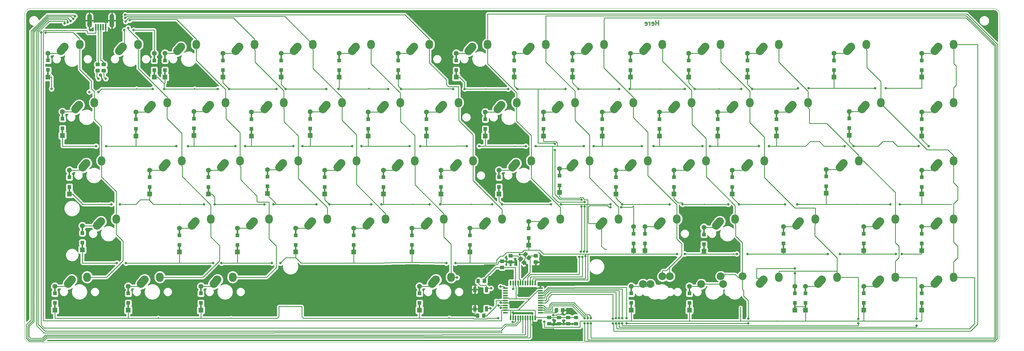
<source format=gbr>
G04 #@! TF.GenerationSoftware,KiCad,Pcbnew,(5.1.5)-3*
G04 #@! TF.CreationDate,2020-04-14T21:23:00-05:00*
G04 #@! TF.ProjectId,Without Led and Usb-c,57697468-6f75-4742-904c-656420616e64,rev?*
G04 #@! TF.SameCoordinates,Original*
G04 #@! TF.FileFunction,Copper,L2,Bot*
G04 #@! TF.FilePolarity,Positive*
%FSLAX46Y46*%
G04 Gerber Fmt 4.6, Leading zero omitted, Abs format (unit mm)*
G04 Created by KiCad (PCBNEW (5.1.5)-3) date 2020-04-14 21:23:00*
%MOMM*%
%LPD*%
G04 APERTURE LIST*
%ADD10C,0.050000*%
%ADD11C,0.300000*%
%ADD12C,2.500000*%
%ADD13C,2.700000*%
%ADD14O,2.500000X3.000000*%
%ADD15R,0.500000X2.500000*%
%ADD16C,1.600000*%
%ADD17R,1.600000X1.600000*%
%ADD18R,1.200000X1.200000*%
%ADD19C,2.540000*%
%ADD20C,0.100000*%
%ADD21R,0.550000X1.500000*%
%ADD22R,1.500000X0.550000*%
%ADD23R,1.000000X1.700000*%
%ADD24O,1.500000X4.400000*%
%ADD25R,0.500000X2.000000*%
%ADD26C,0.800000*%
%ADD27C,0.444500*%
%ADD28C,0.254000*%
G04 APERTURE END LIST*
D10*
X9820000Y-147280000D02*
X9819976Y-41880000D01*
X326720000Y-39879976D02*
G75*
G02X328720024Y-41880000I0J-2000024D01*
G01*
X328720000Y-147280000D02*
G75*
G02X326720000Y-149280000I-2000000J0D01*
G01*
X11820000Y-149280000D02*
G75*
G02X9820000Y-147280000I0J2000000D01*
G01*
X9819976Y-41880000D02*
G75*
G02X11820000Y-39879976I2000024J0D01*
G01*
X11820000Y-39879976D02*
X15820000Y-39880000D01*
X326720000Y-149280000D02*
X11820000Y-149280000D01*
X328720024Y-41880000D02*
X328720000Y-147280000D01*
X15820000Y-39880000D02*
X326720000Y-39879976D01*
D11*
X217178571Y-45428571D02*
X217178571Y-43928571D01*
X217178571Y-44642857D02*
X216321428Y-44642857D01*
X216321428Y-45428571D02*
X216321428Y-43928571D01*
X215035714Y-45357142D02*
X215178571Y-45428571D01*
X215464285Y-45428571D01*
X215607142Y-45357142D01*
X215678571Y-45214285D01*
X215678571Y-44642857D01*
X215607142Y-44500000D01*
X215464285Y-44428571D01*
X215178571Y-44428571D01*
X215035714Y-44500000D01*
X214964285Y-44642857D01*
X214964285Y-44785714D01*
X215678571Y-44928571D01*
X214321428Y-45428571D02*
X214321428Y-44428571D01*
X214321428Y-44714285D02*
X214250000Y-44571428D01*
X214178571Y-44500000D01*
X214035714Y-44428571D01*
X213892857Y-44428571D01*
X212821428Y-45357142D02*
X212964285Y-45428571D01*
X213250000Y-45428571D01*
X213392857Y-45357142D01*
X213464285Y-45214285D01*
X213464285Y-44642857D01*
X213392857Y-44500000D01*
X213250000Y-44428571D01*
X212964285Y-44428571D01*
X212821428Y-44500000D01*
X212750000Y-44642857D01*
X212750000Y-44785714D01*
X213464285Y-44928571D01*
D12*
X25281250Y-128675000D03*
X24081250Y-130075000D03*
D13*
X25271703Y-128695761D02*
X24090797Y-130054239D01*
D14*
X30281250Y-127875000D03*
D12*
X308650000Y-52475000D03*
X307450000Y-53875000D03*
D13*
X308640453Y-52495761D02*
X307459547Y-53854239D01*
D14*
X313650000Y-51675000D03*
D15*
X43750000Y-132050000D03*
X43750000Y-137450000D03*
D16*
X43750000Y-130850000D03*
D17*
X43750000Y-138650000D03*
D18*
X43750000Y-136325000D03*
X43750000Y-133175000D03*
D12*
X49093750Y-128675000D03*
X47893750Y-130075000D03*
D13*
X49084203Y-128695761D02*
X47903297Y-130054239D01*
D14*
X54093750Y-127875000D03*
D19*
X231140000Y-130135000D03*
X237490000Y-127595000D03*
X212090000Y-130135000D03*
X218440000Y-127595000D03*
D12*
X251500000Y-128675000D03*
X250300000Y-130075000D03*
D13*
X251490453Y-128695761D02*
X250309547Y-130054239D01*
D14*
X256500000Y-127875000D03*
D12*
X84812500Y-109625000D03*
X83612500Y-111025000D03*
D13*
X84802953Y-109645761D02*
X83622047Y-111004239D01*
D14*
X89812500Y-108825000D03*
D12*
X70525000Y-71525000D03*
X69325000Y-72925000D03*
D13*
X70515453Y-71545761D02*
X69334547Y-72904239D01*
D14*
X75525000Y-70725000D03*
D15*
X261750000Y-132050000D03*
X261750000Y-137450000D03*
D16*
X261750000Y-130850000D03*
D17*
X261750000Y-138650000D03*
D18*
X261750000Y-136325000D03*
X261750000Y-133175000D03*
D15*
X303250000Y-75050000D03*
X303250000Y-80450000D03*
D16*
X303250000Y-73850000D03*
D17*
X303250000Y-81650000D03*
D18*
X303250000Y-79325000D03*
X303250000Y-76175000D03*
D15*
X303250000Y-55800000D03*
X303250000Y-61200000D03*
D16*
X303250000Y-54600000D03*
D17*
X303250000Y-62400000D03*
D18*
X303250000Y-60075000D03*
X303250000Y-56925000D03*
D15*
X303250000Y-132050000D03*
X303250000Y-137450000D03*
D16*
X303250000Y-130850000D03*
D17*
X303250000Y-138650000D03*
D18*
X303250000Y-136325000D03*
X303250000Y-133175000D03*
D15*
X303250000Y-112550000D03*
X303250000Y-117950000D03*
D16*
X303250000Y-111350000D03*
D17*
X303250000Y-119150000D03*
D18*
X303250000Y-116825000D03*
X303250000Y-113675000D03*
D15*
X303250000Y-94050000D03*
X303250000Y-99450000D03*
D16*
X303250000Y-92850000D03*
D17*
X303250000Y-100650000D03*
D18*
X303250000Y-98325000D03*
X303250000Y-95175000D03*
D15*
X279500000Y-74800000D03*
X279500000Y-80200000D03*
D16*
X279500000Y-73600000D03*
D17*
X279500000Y-81400000D03*
D18*
X279500000Y-79075000D03*
X279500000Y-75925000D03*
D15*
X274500000Y-55800000D03*
X274500000Y-61200000D03*
D16*
X274500000Y-54600000D03*
D17*
X274500000Y-62400000D03*
D18*
X274500000Y-60075000D03*
X274500000Y-56925000D03*
D15*
X284250000Y-132050000D03*
X284250000Y-137450000D03*
D16*
X284250000Y-130850000D03*
D17*
X284250000Y-138650000D03*
D18*
X284250000Y-136325000D03*
X284250000Y-133175000D03*
D15*
X284250000Y-112550000D03*
X284250000Y-117950000D03*
D16*
X284250000Y-111350000D03*
D17*
X284250000Y-119150000D03*
D18*
X284250000Y-116825000D03*
X284250000Y-113675000D03*
D15*
X272000000Y-93800000D03*
X272000000Y-99200000D03*
D16*
X272000000Y-92600000D03*
D17*
X272000000Y-100400000D03*
D18*
X272000000Y-98075000D03*
X272000000Y-94925000D03*
D15*
X255750000Y-75050000D03*
X255750000Y-80450000D03*
D16*
X255750000Y-73850000D03*
D17*
X255750000Y-81650000D03*
D18*
X255750000Y-79325000D03*
X255750000Y-76175000D03*
D15*
X246250000Y-55800000D03*
X246250000Y-61200000D03*
D16*
X246250000Y-54600000D03*
D17*
X246250000Y-62400000D03*
D18*
X246250000Y-60075000D03*
X246250000Y-56925000D03*
D15*
X265250000Y-132050000D03*
X265250000Y-137450000D03*
D16*
X265250000Y-130850000D03*
D17*
X265250000Y-138650000D03*
D18*
X265250000Y-136325000D03*
X265250000Y-133175000D03*
D15*
X258000000Y-112550000D03*
X258000000Y-117950000D03*
D16*
X258000000Y-111350000D03*
D17*
X258000000Y-119150000D03*
D18*
X258000000Y-116825000D03*
X258000000Y-113675000D03*
D15*
X241250000Y-94050000D03*
X241250000Y-99450000D03*
D16*
X241250000Y-92850000D03*
D17*
X241250000Y-100650000D03*
D18*
X241250000Y-98325000D03*
X241250000Y-95175000D03*
D15*
X236500000Y-75050000D03*
X236500000Y-80450000D03*
D16*
X236500000Y-73850000D03*
D17*
X236500000Y-81650000D03*
D18*
X236500000Y-79325000D03*
X236500000Y-76175000D03*
D15*
X227000000Y-55800000D03*
X227000000Y-61200000D03*
D16*
X227000000Y-54600000D03*
D17*
X227000000Y-62400000D03*
D18*
X227000000Y-60075000D03*
X227000000Y-56925000D03*
D15*
X227250000Y-132050000D03*
X227250000Y-137450000D03*
D16*
X227250000Y-130850000D03*
D17*
X227250000Y-138650000D03*
D18*
X227250000Y-136325000D03*
X227250000Y-133175000D03*
D15*
X232000000Y-112800000D03*
X232000000Y-118200000D03*
D16*
X232000000Y-111600000D03*
D17*
X232000000Y-119400000D03*
D18*
X232000000Y-117075000D03*
X232000000Y-113925000D03*
D15*
X222250000Y-94050000D03*
X222250000Y-99450000D03*
D16*
X222250000Y-92850000D03*
D17*
X222250000Y-100650000D03*
D18*
X222250000Y-98325000D03*
X222250000Y-95175000D03*
D15*
X217500000Y-75050000D03*
X217500000Y-80450000D03*
D16*
X217500000Y-73850000D03*
D17*
X217500000Y-81650000D03*
D18*
X217500000Y-79325000D03*
X217500000Y-76175000D03*
D15*
X208000000Y-55800000D03*
X208000000Y-61200000D03*
D16*
X208000000Y-54600000D03*
D17*
X208000000Y-62400000D03*
D18*
X208000000Y-60075000D03*
X208000000Y-56925000D03*
D15*
X208250000Y-132050000D03*
X208250000Y-137450000D03*
D16*
X208250000Y-130850000D03*
D17*
X208250000Y-138650000D03*
D18*
X208250000Y-136325000D03*
X208250000Y-133175000D03*
D15*
X212750000Y-112550000D03*
X212750000Y-117950000D03*
D16*
X212750000Y-111350000D03*
D17*
X212750000Y-119150000D03*
D18*
X212750000Y-116825000D03*
X212750000Y-113675000D03*
D15*
X203250000Y-94050000D03*
X203250000Y-99450000D03*
D16*
X203250000Y-92850000D03*
D17*
X203250000Y-100650000D03*
D18*
X203250000Y-98325000D03*
X203250000Y-95175000D03*
D15*
X198750000Y-75050000D03*
X198750000Y-80450000D03*
D16*
X198750000Y-73850000D03*
D17*
X198750000Y-81650000D03*
D18*
X198750000Y-79325000D03*
X198750000Y-76175000D03*
D15*
X189000000Y-55800000D03*
X189000000Y-61200000D03*
D16*
X189000000Y-54600000D03*
D17*
X189000000Y-62400000D03*
D18*
X189000000Y-60075000D03*
X189000000Y-56925000D03*
D15*
X209000000Y-112550000D03*
X209000000Y-117950000D03*
D16*
X209000000Y-111350000D03*
D17*
X209000000Y-119150000D03*
D18*
X209000000Y-116825000D03*
X209000000Y-113675000D03*
D15*
X184750000Y-93550000D03*
X184750000Y-98950000D03*
D16*
X184750000Y-92350000D03*
D17*
X184750000Y-100150000D03*
D18*
X184750000Y-97825000D03*
X184750000Y-94675000D03*
D15*
X179500000Y-75050000D03*
X179500000Y-80450000D03*
D16*
X179500000Y-73850000D03*
D17*
X179500000Y-81650000D03*
D18*
X179500000Y-79325000D03*
X179500000Y-76175000D03*
D15*
X170000000Y-55800000D03*
X170000000Y-61200000D03*
D16*
X170000000Y-54600000D03*
D17*
X170000000Y-62400000D03*
D18*
X170000000Y-60075000D03*
X170000000Y-56925000D03*
D15*
X174750000Y-110800000D03*
X174750000Y-116200000D03*
D16*
X174750000Y-109600000D03*
D17*
X174750000Y-117400000D03*
D18*
X174750000Y-115075000D03*
X174750000Y-111925000D03*
D15*
X165000000Y-94050000D03*
X165000000Y-99450000D03*
D16*
X165000000Y-92850000D03*
D17*
X165000000Y-100650000D03*
D18*
X165000000Y-98325000D03*
X165000000Y-95175000D03*
D15*
X160500000Y-75050000D03*
X160500000Y-80450000D03*
D16*
X160500000Y-73850000D03*
D17*
X160500000Y-81650000D03*
D18*
X160500000Y-79325000D03*
X160500000Y-76175000D03*
D15*
X151000000Y-55800000D03*
X151000000Y-61200000D03*
D16*
X151000000Y-54600000D03*
D17*
X151000000Y-62400000D03*
D18*
X151000000Y-60075000D03*
X151000000Y-56925000D03*
D15*
X155500000Y-113050000D03*
X155500000Y-118450000D03*
D16*
X155500000Y-111850000D03*
D17*
X155500000Y-119650000D03*
D18*
X155500000Y-117325000D03*
X155500000Y-114175000D03*
D15*
X146000000Y-94050000D03*
X146000000Y-99450000D03*
D16*
X146000000Y-92850000D03*
D17*
X146000000Y-100650000D03*
D18*
X146000000Y-98325000D03*
X146000000Y-95175000D03*
D15*
X141250000Y-75050000D03*
X141250000Y-80450000D03*
D16*
X141250000Y-73850000D03*
D17*
X141250000Y-81650000D03*
D18*
X141250000Y-79325000D03*
X141250000Y-76175000D03*
D15*
X132000000Y-55800000D03*
X132000000Y-61200000D03*
D16*
X132000000Y-54600000D03*
D17*
X132000000Y-62400000D03*
D18*
X132000000Y-60075000D03*
X132000000Y-56925000D03*
D15*
X139000000Y-132050000D03*
X139000000Y-137450000D03*
D16*
X139000000Y-130850000D03*
D17*
X139000000Y-138650000D03*
D18*
X139000000Y-136325000D03*
X139000000Y-133175000D03*
D15*
X136500000Y-113050000D03*
X136500000Y-118450000D03*
D16*
X136500000Y-111850000D03*
D17*
X136500000Y-119650000D03*
D18*
X136500000Y-117325000D03*
X136500000Y-114175000D03*
D15*
X127250000Y-94050000D03*
X127250000Y-99450000D03*
D16*
X127250000Y-92850000D03*
D17*
X127250000Y-100650000D03*
D18*
X127250000Y-98325000D03*
X127250000Y-95175000D03*
D15*
X122250000Y-75050000D03*
X122250000Y-80450000D03*
D16*
X122250000Y-73850000D03*
D17*
X122250000Y-81650000D03*
D18*
X122250000Y-79325000D03*
X122250000Y-76175000D03*
D15*
X112750000Y-55800000D03*
X112750000Y-61200000D03*
D16*
X112750000Y-54600000D03*
D17*
X112750000Y-62400000D03*
D18*
X112750000Y-60075000D03*
X112750000Y-56925000D03*
D15*
X117500000Y-113050000D03*
X117500000Y-118450000D03*
D16*
X117500000Y-111850000D03*
D17*
X117500000Y-119650000D03*
D18*
X117500000Y-117325000D03*
X117500000Y-114175000D03*
D15*
X108000000Y-94050000D03*
X108000000Y-99450000D03*
D16*
X108000000Y-92850000D03*
D17*
X108000000Y-100650000D03*
D18*
X108000000Y-98325000D03*
X108000000Y-95175000D03*
D15*
X103250000Y-74950000D03*
X103250000Y-80350000D03*
D16*
X103250000Y-73750000D03*
D17*
X103250000Y-81550000D03*
D18*
X103250000Y-79225000D03*
X103250000Y-76075000D03*
D15*
X93750000Y-55800000D03*
X93750000Y-61200000D03*
D16*
X93750000Y-54600000D03*
D17*
X93750000Y-62400000D03*
D18*
X93750000Y-60075000D03*
X93750000Y-56925000D03*
D15*
X98500000Y-113050000D03*
X98500000Y-118450000D03*
D16*
X98500000Y-111850000D03*
D17*
X98500000Y-119650000D03*
D18*
X98500000Y-117325000D03*
X98500000Y-114175000D03*
D15*
X89250000Y-93875000D03*
X89250000Y-99275000D03*
D16*
X89250000Y-92675000D03*
D17*
X89250000Y-100475000D03*
D18*
X89250000Y-98150000D03*
X89250000Y-95000000D03*
D15*
X84000000Y-75050000D03*
X84000000Y-80450000D03*
D16*
X84000000Y-73850000D03*
D17*
X84000000Y-81650000D03*
D18*
X84000000Y-79325000D03*
X84000000Y-76175000D03*
D15*
X74750000Y-55800000D03*
X74750000Y-61200000D03*
D16*
X74750000Y-54600000D03*
D17*
X74750000Y-62400000D03*
D18*
X74750000Y-60075000D03*
X74750000Y-56925000D03*
D15*
X67500000Y-132050000D03*
X67500000Y-137450000D03*
D16*
X67500000Y-130850000D03*
D17*
X67500000Y-138650000D03*
D18*
X67500000Y-136325000D03*
X67500000Y-133175000D03*
D15*
X79500000Y-113050000D03*
X79500000Y-118450000D03*
D16*
X79500000Y-111850000D03*
D17*
X79500000Y-119650000D03*
D18*
X79500000Y-117325000D03*
X79500000Y-114175000D03*
D15*
X70000000Y-94050000D03*
X70000000Y-99450000D03*
D16*
X70000000Y-92850000D03*
D17*
X70000000Y-100650000D03*
D18*
X70000000Y-98325000D03*
X70000000Y-95175000D03*
D15*
X65250000Y-74875000D03*
X65250000Y-80275000D03*
D16*
X65250000Y-73675000D03*
D17*
X65250000Y-81475000D03*
D18*
X65250000Y-79150000D03*
X65250000Y-76000000D03*
D15*
X55750000Y-55800000D03*
X55750000Y-61200000D03*
D16*
X55750000Y-54600000D03*
D17*
X55750000Y-62400000D03*
D18*
X55750000Y-60075000D03*
X55750000Y-56925000D03*
D15*
X60500000Y-113050000D03*
X60500000Y-118450000D03*
D16*
X60500000Y-111850000D03*
D17*
X60500000Y-119650000D03*
D18*
X60500000Y-117325000D03*
X60500000Y-114175000D03*
D15*
X50750000Y-94050000D03*
X50750000Y-99450000D03*
D16*
X50750000Y-92850000D03*
D17*
X50750000Y-100650000D03*
D18*
X50750000Y-98325000D03*
X50750000Y-95175000D03*
D15*
X46250000Y-75050000D03*
X46250000Y-80450000D03*
D16*
X46250000Y-73850000D03*
D17*
X46250000Y-81650000D03*
D18*
X46250000Y-79325000D03*
X46250000Y-76175000D03*
D15*
X52250000Y-55800000D03*
X52250000Y-61200000D03*
D16*
X52250000Y-54600000D03*
D17*
X52250000Y-62400000D03*
D18*
X52250000Y-60075000D03*
X52250000Y-56925000D03*
D15*
X19750000Y-132050000D03*
X19750000Y-137450000D03*
D16*
X19750000Y-130850000D03*
D17*
X19750000Y-138650000D03*
D18*
X19750000Y-136325000D03*
X19750000Y-133175000D03*
D15*
X28750000Y-112300000D03*
X28750000Y-117700000D03*
D16*
X28750000Y-111100000D03*
D17*
X28750000Y-118900000D03*
D18*
X28750000Y-116575000D03*
X28750000Y-113425000D03*
D15*
X24500000Y-94050000D03*
X24500000Y-99450000D03*
D16*
X24500000Y-92850000D03*
D17*
X24500000Y-100650000D03*
D18*
X24500000Y-98325000D03*
X24500000Y-95175000D03*
D15*
X22250000Y-74900000D03*
X22250000Y-80300000D03*
D16*
X22250000Y-73700000D03*
D17*
X22250000Y-81500000D03*
D18*
X22250000Y-79175000D03*
X22250000Y-76025000D03*
X17500000Y-56895000D03*
X17500000Y-60045000D03*
D17*
X17500000Y-62370000D03*
D16*
X17500000Y-54570000D03*
D15*
X17500000Y-61170000D03*
X17500000Y-55770000D03*
D19*
X244633750Y-127595000D03*
X238283750Y-130135000D03*
X220821250Y-127595000D03*
X214471250Y-130135000D03*
D13*
X34814281Y-109661450D02*
X33598219Y-110988550D01*
D12*
X33606250Y-111025000D03*
D14*
X39806250Y-108825000D03*
D12*
X34806250Y-109625000D03*
X30043750Y-90575000D03*
X28843750Y-91975000D03*
D13*
X30034203Y-90595761D02*
X28853297Y-91954239D01*
D14*
X35043750Y-89775000D03*
D12*
X27662500Y-71525000D03*
X26462500Y-72925000D03*
D13*
X27652953Y-71545761D02*
X26472047Y-72904239D01*
D14*
X32662500Y-70725000D03*
D12*
X22900000Y-52475000D03*
X21700000Y-53875000D03*
D13*
X22890453Y-52495761D02*
X21709547Y-53854239D01*
D14*
X27900000Y-51675000D03*
D12*
X170537500Y-90575000D03*
X169337500Y-91975000D03*
D13*
X170527953Y-90595761D02*
X169347047Y-91954239D01*
D14*
X175537500Y-89775000D03*
G04 #@! TA.AperFunction,SMDPad,CuDef*
D20*
G36*
X184124505Y-138001204D02*
G01*
X184148773Y-138004804D01*
X184172572Y-138010765D01*
X184195671Y-138019030D01*
X184217850Y-138029520D01*
X184238893Y-138042132D01*
X184258599Y-138056747D01*
X184276777Y-138073223D01*
X184293253Y-138091401D01*
X184307868Y-138111107D01*
X184320480Y-138132150D01*
X184330970Y-138154329D01*
X184339235Y-138177428D01*
X184345196Y-138201227D01*
X184348796Y-138225495D01*
X184350000Y-138249999D01*
X184350000Y-139150001D01*
X184348796Y-139174505D01*
X184345196Y-139198773D01*
X184339235Y-139222572D01*
X184330970Y-139245671D01*
X184320480Y-139267850D01*
X184307868Y-139288893D01*
X184293253Y-139308599D01*
X184276777Y-139326777D01*
X184258599Y-139343253D01*
X184238893Y-139357868D01*
X184217850Y-139370480D01*
X184195671Y-139380970D01*
X184172572Y-139389235D01*
X184148773Y-139395196D01*
X184124505Y-139398796D01*
X184100001Y-139400000D01*
X183449999Y-139400000D01*
X183425495Y-139398796D01*
X183401227Y-139395196D01*
X183377428Y-139389235D01*
X183354329Y-139380970D01*
X183332150Y-139370480D01*
X183311107Y-139357868D01*
X183291401Y-139343253D01*
X183273223Y-139326777D01*
X183256747Y-139308599D01*
X183242132Y-139288893D01*
X183229520Y-139267850D01*
X183219030Y-139245671D01*
X183210765Y-139222572D01*
X183204804Y-139198773D01*
X183201204Y-139174505D01*
X183200000Y-139150001D01*
X183200000Y-138249999D01*
X183201204Y-138225495D01*
X183204804Y-138201227D01*
X183210765Y-138177428D01*
X183219030Y-138154329D01*
X183229520Y-138132150D01*
X183242132Y-138111107D01*
X183256747Y-138091401D01*
X183273223Y-138073223D01*
X183291401Y-138056747D01*
X183311107Y-138042132D01*
X183332150Y-138029520D01*
X183354329Y-138019030D01*
X183377428Y-138010765D01*
X183401227Y-138004804D01*
X183425495Y-138001204D01*
X183449999Y-138000000D01*
X184100001Y-138000000D01*
X184124505Y-138001204D01*
G37*
G04 #@! TD.AperFunction*
G04 #@! TA.AperFunction,SMDPad,CuDef*
G36*
X186174505Y-138001204D02*
G01*
X186198773Y-138004804D01*
X186222572Y-138010765D01*
X186245671Y-138019030D01*
X186267850Y-138029520D01*
X186288893Y-138042132D01*
X186308599Y-138056747D01*
X186326777Y-138073223D01*
X186343253Y-138091401D01*
X186357868Y-138111107D01*
X186370480Y-138132150D01*
X186380970Y-138154329D01*
X186389235Y-138177428D01*
X186395196Y-138201227D01*
X186398796Y-138225495D01*
X186400000Y-138249999D01*
X186400000Y-139150001D01*
X186398796Y-139174505D01*
X186395196Y-139198773D01*
X186389235Y-139222572D01*
X186380970Y-139245671D01*
X186370480Y-139267850D01*
X186357868Y-139288893D01*
X186343253Y-139308599D01*
X186326777Y-139326777D01*
X186308599Y-139343253D01*
X186288893Y-139357868D01*
X186267850Y-139370480D01*
X186245671Y-139380970D01*
X186222572Y-139389235D01*
X186198773Y-139395196D01*
X186174505Y-139398796D01*
X186150001Y-139400000D01*
X185499999Y-139400000D01*
X185475495Y-139398796D01*
X185451227Y-139395196D01*
X185427428Y-139389235D01*
X185404329Y-139380970D01*
X185382150Y-139370480D01*
X185361107Y-139357868D01*
X185341401Y-139343253D01*
X185323223Y-139326777D01*
X185306747Y-139308599D01*
X185292132Y-139288893D01*
X185279520Y-139267850D01*
X185269030Y-139245671D01*
X185260765Y-139222572D01*
X185254804Y-139198773D01*
X185251204Y-139174505D01*
X185250000Y-139150001D01*
X185250000Y-138249999D01*
X185251204Y-138225495D01*
X185254804Y-138201227D01*
X185260765Y-138177428D01*
X185269030Y-138154329D01*
X185279520Y-138132150D01*
X185292132Y-138111107D01*
X185306747Y-138091401D01*
X185323223Y-138073223D01*
X185341401Y-138056747D01*
X185361107Y-138042132D01*
X185382150Y-138029520D01*
X185404329Y-138019030D01*
X185427428Y-138010765D01*
X185451227Y-138004804D01*
X185475495Y-138001204D01*
X185499999Y-138000000D01*
X186150001Y-138000000D01*
X186174505Y-138001204D01*
G37*
G04 #@! TD.AperFunction*
G04 #@! TA.AperFunction,SMDPad,CuDef*
G36*
X160574505Y-128401204D02*
G01*
X160598773Y-128404804D01*
X160622572Y-128410765D01*
X160645671Y-128419030D01*
X160667850Y-128429520D01*
X160688893Y-128442132D01*
X160708599Y-128456747D01*
X160726777Y-128473223D01*
X160743253Y-128491401D01*
X160757868Y-128511107D01*
X160770480Y-128532150D01*
X160780970Y-128554329D01*
X160789235Y-128577428D01*
X160795196Y-128601227D01*
X160798796Y-128625495D01*
X160800000Y-128649999D01*
X160800000Y-129550001D01*
X160798796Y-129574505D01*
X160795196Y-129598773D01*
X160789235Y-129622572D01*
X160780970Y-129645671D01*
X160770480Y-129667850D01*
X160757868Y-129688893D01*
X160743253Y-129708599D01*
X160726777Y-129726777D01*
X160708599Y-129743253D01*
X160688893Y-129757868D01*
X160667850Y-129770480D01*
X160645671Y-129780970D01*
X160622572Y-129789235D01*
X160598773Y-129795196D01*
X160574505Y-129798796D01*
X160550001Y-129800000D01*
X159899999Y-129800000D01*
X159875495Y-129798796D01*
X159851227Y-129795196D01*
X159827428Y-129789235D01*
X159804329Y-129780970D01*
X159782150Y-129770480D01*
X159761107Y-129757868D01*
X159741401Y-129743253D01*
X159723223Y-129726777D01*
X159706747Y-129708599D01*
X159692132Y-129688893D01*
X159679520Y-129667850D01*
X159669030Y-129645671D01*
X159660765Y-129622572D01*
X159654804Y-129598773D01*
X159651204Y-129574505D01*
X159650000Y-129550001D01*
X159650000Y-128649999D01*
X159651204Y-128625495D01*
X159654804Y-128601227D01*
X159660765Y-128577428D01*
X159669030Y-128554329D01*
X159679520Y-128532150D01*
X159692132Y-128511107D01*
X159706747Y-128491401D01*
X159723223Y-128473223D01*
X159741401Y-128456747D01*
X159761107Y-128442132D01*
X159782150Y-128429520D01*
X159804329Y-128419030D01*
X159827428Y-128410765D01*
X159851227Y-128404804D01*
X159875495Y-128401204D01*
X159899999Y-128400000D01*
X160550001Y-128400000D01*
X160574505Y-128401204D01*
G37*
G04 #@! TD.AperFunction*
G04 #@! TA.AperFunction,SMDPad,CuDef*
G36*
X158524505Y-128401204D02*
G01*
X158548773Y-128404804D01*
X158572572Y-128410765D01*
X158595671Y-128419030D01*
X158617850Y-128429520D01*
X158638893Y-128442132D01*
X158658599Y-128456747D01*
X158676777Y-128473223D01*
X158693253Y-128491401D01*
X158707868Y-128511107D01*
X158720480Y-128532150D01*
X158730970Y-128554329D01*
X158739235Y-128577428D01*
X158745196Y-128601227D01*
X158748796Y-128625495D01*
X158750000Y-128649999D01*
X158750000Y-129550001D01*
X158748796Y-129574505D01*
X158745196Y-129598773D01*
X158739235Y-129622572D01*
X158730970Y-129645671D01*
X158720480Y-129667850D01*
X158707868Y-129688893D01*
X158693253Y-129708599D01*
X158676777Y-129726777D01*
X158658599Y-129743253D01*
X158638893Y-129757868D01*
X158617850Y-129770480D01*
X158595671Y-129780970D01*
X158572572Y-129789235D01*
X158548773Y-129795196D01*
X158524505Y-129798796D01*
X158500001Y-129800000D01*
X157849999Y-129800000D01*
X157825495Y-129798796D01*
X157801227Y-129795196D01*
X157777428Y-129789235D01*
X157754329Y-129780970D01*
X157732150Y-129770480D01*
X157711107Y-129757868D01*
X157691401Y-129743253D01*
X157673223Y-129726777D01*
X157656747Y-129708599D01*
X157642132Y-129688893D01*
X157629520Y-129667850D01*
X157619030Y-129645671D01*
X157610765Y-129622572D01*
X157604804Y-129598773D01*
X157601204Y-129574505D01*
X157600000Y-129550001D01*
X157600000Y-128649999D01*
X157601204Y-128625495D01*
X157604804Y-128601227D01*
X157610765Y-128577428D01*
X157619030Y-128554329D01*
X157629520Y-128532150D01*
X157642132Y-128511107D01*
X157656747Y-128491401D01*
X157673223Y-128473223D01*
X157691401Y-128456747D01*
X157711107Y-128442132D01*
X157732150Y-128429520D01*
X157754329Y-128419030D01*
X157777428Y-128410765D01*
X157801227Y-128404804D01*
X157825495Y-128401204D01*
X157849999Y-128400000D01*
X158500001Y-128400000D01*
X158524505Y-128401204D01*
G37*
G04 #@! TD.AperFunction*
G04 #@! TA.AperFunction,SMDPad,CuDef*
G36*
X158324505Y-139801204D02*
G01*
X158348773Y-139804804D01*
X158372572Y-139810765D01*
X158395671Y-139819030D01*
X158417850Y-139829520D01*
X158438893Y-139842132D01*
X158458599Y-139856747D01*
X158476777Y-139873223D01*
X158493253Y-139891401D01*
X158507868Y-139911107D01*
X158520480Y-139932150D01*
X158530970Y-139954329D01*
X158539235Y-139977428D01*
X158545196Y-140001227D01*
X158548796Y-140025495D01*
X158550000Y-140049999D01*
X158550000Y-140950001D01*
X158548796Y-140974505D01*
X158545196Y-140998773D01*
X158539235Y-141022572D01*
X158530970Y-141045671D01*
X158520480Y-141067850D01*
X158507868Y-141088893D01*
X158493253Y-141108599D01*
X158476777Y-141126777D01*
X158458599Y-141143253D01*
X158438893Y-141157868D01*
X158417850Y-141170480D01*
X158395671Y-141180970D01*
X158372572Y-141189235D01*
X158348773Y-141195196D01*
X158324505Y-141198796D01*
X158300001Y-141200000D01*
X157649999Y-141200000D01*
X157625495Y-141198796D01*
X157601227Y-141195196D01*
X157577428Y-141189235D01*
X157554329Y-141180970D01*
X157532150Y-141170480D01*
X157511107Y-141157868D01*
X157491401Y-141143253D01*
X157473223Y-141126777D01*
X157456747Y-141108599D01*
X157442132Y-141088893D01*
X157429520Y-141067850D01*
X157419030Y-141045671D01*
X157410765Y-141022572D01*
X157404804Y-140998773D01*
X157401204Y-140974505D01*
X157400000Y-140950001D01*
X157400000Y-140049999D01*
X157401204Y-140025495D01*
X157404804Y-140001227D01*
X157410765Y-139977428D01*
X157419030Y-139954329D01*
X157429520Y-139932150D01*
X157442132Y-139911107D01*
X157456747Y-139891401D01*
X157473223Y-139873223D01*
X157491401Y-139856747D01*
X157511107Y-139842132D01*
X157532150Y-139829520D01*
X157554329Y-139819030D01*
X157577428Y-139810765D01*
X157601227Y-139804804D01*
X157625495Y-139801204D01*
X157649999Y-139800000D01*
X158300001Y-139800000D01*
X158324505Y-139801204D01*
G37*
G04 #@! TD.AperFunction*
G04 #@! TA.AperFunction,SMDPad,CuDef*
G36*
X160374505Y-139801204D02*
G01*
X160398773Y-139804804D01*
X160422572Y-139810765D01*
X160445671Y-139819030D01*
X160467850Y-139829520D01*
X160488893Y-139842132D01*
X160508599Y-139856747D01*
X160526777Y-139873223D01*
X160543253Y-139891401D01*
X160557868Y-139911107D01*
X160570480Y-139932150D01*
X160580970Y-139954329D01*
X160589235Y-139977428D01*
X160595196Y-140001227D01*
X160598796Y-140025495D01*
X160600000Y-140049999D01*
X160600000Y-140950001D01*
X160598796Y-140974505D01*
X160595196Y-140998773D01*
X160589235Y-141022572D01*
X160580970Y-141045671D01*
X160570480Y-141067850D01*
X160557868Y-141088893D01*
X160543253Y-141108599D01*
X160526777Y-141126777D01*
X160508599Y-141143253D01*
X160488893Y-141157868D01*
X160467850Y-141170480D01*
X160445671Y-141180970D01*
X160422572Y-141189235D01*
X160398773Y-141195196D01*
X160374505Y-141198796D01*
X160350001Y-141200000D01*
X159699999Y-141200000D01*
X159675495Y-141198796D01*
X159651227Y-141195196D01*
X159627428Y-141189235D01*
X159604329Y-141180970D01*
X159582150Y-141170480D01*
X159561107Y-141157868D01*
X159541401Y-141143253D01*
X159523223Y-141126777D01*
X159506747Y-141108599D01*
X159492132Y-141088893D01*
X159479520Y-141067850D01*
X159469030Y-141045671D01*
X159460765Y-141022572D01*
X159454804Y-140998773D01*
X159451204Y-140974505D01*
X159450000Y-140950001D01*
X159450000Y-140049999D01*
X159451204Y-140025495D01*
X159454804Y-140001227D01*
X159460765Y-139977428D01*
X159469030Y-139954329D01*
X159479520Y-139932150D01*
X159492132Y-139911107D01*
X159506747Y-139891401D01*
X159523223Y-139873223D01*
X159541401Y-139856747D01*
X159561107Y-139842132D01*
X159582150Y-139829520D01*
X159604329Y-139819030D01*
X159627428Y-139810765D01*
X159651227Y-139804804D01*
X159675495Y-139801204D01*
X159699999Y-139800000D01*
X160350001Y-139800000D01*
X160374505Y-139801204D01*
G37*
G04 #@! TD.AperFunction*
G04 #@! TA.AperFunction,SMDPad,CuDef*
G36*
X166474505Y-122076204D02*
G01*
X166498773Y-122079804D01*
X166522572Y-122085765D01*
X166545671Y-122094030D01*
X166567850Y-122104520D01*
X166588893Y-122117132D01*
X166608599Y-122131747D01*
X166626777Y-122148223D01*
X166643253Y-122166401D01*
X166657868Y-122186107D01*
X166670480Y-122207150D01*
X166680970Y-122229329D01*
X166689235Y-122252428D01*
X166695196Y-122276227D01*
X166698796Y-122300495D01*
X166700000Y-122324999D01*
X166700000Y-122975001D01*
X166698796Y-122999505D01*
X166695196Y-123023773D01*
X166689235Y-123047572D01*
X166680970Y-123070671D01*
X166670480Y-123092850D01*
X166657868Y-123113893D01*
X166643253Y-123133599D01*
X166626777Y-123151777D01*
X166608599Y-123168253D01*
X166588893Y-123182868D01*
X166567850Y-123195480D01*
X166545671Y-123205970D01*
X166522572Y-123214235D01*
X166498773Y-123220196D01*
X166474505Y-123223796D01*
X166450001Y-123225000D01*
X165549999Y-123225000D01*
X165525495Y-123223796D01*
X165501227Y-123220196D01*
X165477428Y-123214235D01*
X165454329Y-123205970D01*
X165432150Y-123195480D01*
X165411107Y-123182868D01*
X165391401Y-123168253D01*
X165373223Y-123151777D01*
X165356747Y-123133599D01*
X165342132Y-123113893D01*
X165329520Y-123092850D01*
X165319030Y-123070671D01*
X165310765Y-123047572D01*
X165304804Y-123023773D01*
X165301204Y-122999505D01*
X165300000Y-122975001D01*
X165300000Y-122324999D01*
X165301204Y-122300495D01*
X165304804Y-122276227D01*
X165310765Y-122252428D01*
X165319030Y-122229329D01*
X165329520Y-122207150D01*
X165342132Y-122186107D01*
X165356747Y-122166401D01*
X165373223Y-122148223D01*
X165391401Y-122131747D01*
X165411107Y-122117132D01*
X165432150Y-122104520D01*
X165454329Y-122094030D01*
X165477428Y-122085765D01*
X165501227Y-122079804D01*
X165525495Y-122076204D01*
X165549999Y-122075000D01*
X166450001Y-122075000D01*
X166474505Y-122076204D01*
G37*
G04 #@! TD.AperFunction*
G04 #@! TA.AperFunction,SMDPad,CuDef*
G36*
X166474505Y-124126204D02*
G01*
X166498773Y-124129804D01*
X166522572Y-124135765D01*
X166545671Y-124144030D01*
X166567850Y-124154520D01*
X166588893Y-124167132D01*
X166608599Y-124181747D01*
X166626777Y-124198223D01*
X166643253Y-124216401D01*
X166657868Y-124236107D01*
X166670480Y-124257150D01*
X166680970Y-124279329D01*
X166689235Y-124302428D01*
X166695196Y-124326227D01*
X166698796Y-124350495D01*
X166700000Y-124374999D01*
X166700000Y-125025001D01*
X166698796Y-125049505D01*
X166695196Y-125073773D01*
X166689235Y-125097572D01*
X166680970Y-125120671D01*
X166670480Y-125142850D01*
X166657868Y-125163893D01*
X166643253Y-125183599D01*
X166626777Y-125201777D01*
X166608599Y-125218253D01*
X166588893Y-125232868D01*
X166567850Y-125245480D01*
X166545671Y-125255970D01*
X166522572Y-125264235D01*
X166498773Y-125270196D01*
X166474505Y-125273796D01*
X166450001Y-125275000D01*
X165549999Y-125275000D01*
X165525495Y-125273796D01*
X165501227Y-125270196D01*
X165477428Y-125264235D01*
X165454329Y-125255970D01*
X165432150Y-125245480D01*
X165411107Y-125232868D01*
X165391401Y-125218253D01*
X165373223Y-125201777D01*
X165356747Y-125183599D01*
X165342132Y-125163893D01*
X165329520Y-125142850D01*
X165319030Y-125120671D01*
X165310765Y-125097572D01*
X165304804Y-125073773D01*
X165301204Y-125049505D01*
X165300000Y-125025001D01*
X165300000Y-124374999D01*
X165301204Y-124350495D01*
X165304804Y-124326227D01*
X165310765Y-124302428D01*
X165319030Y-124279329D01*
X165329520Y-124257150D01*
X165342132Y-124236107D01*
X165356747Y-124216401D01*
X165373223Y-124198223D01*
X165391401Y-124181747D01*
X165411107Y-124167132D01*
X165432150Y-124154520D01*
X165454329Y-124144030D01*
X165477428Y-124135765D01*
X165501227Y-124129804D01*
X165525495Y-124126204D01*
X165549999Y-124125000D01*
X166450001Y-124125000D01*
X166474505Y-124126204D01*
G37*
G04 #@! TD.AperFunction*
G04 #@! TA.AperFunction,SMDPad,CuDef*
G36*
X188074505Y-142551204D02*
G01*
X188098773Y-142554804D01*
X188122572Y-142560765D01*
X188145671Y-142569030D01*
X188167850Y-142579520D01*
X188188893Y-142592132D01*
X188208599Y-142606747D01*
X188226777Y-142623223D01*
X188243253Y-142641401D01*
X188257868Y-142661107D01*
X188270480Y-142682150D01*
X188280970Y-142704329D01*
X188289235Y-142727428D01*
X188295196Y-142751227D01*
X188298796Y-142775495D01*
X188300000Y-142799999D01*
X188300000Y-143450001D01*
X188298796Y-143474505D01*
X188295196Y-143498773D01*
X188289235Y-143522572D01*
X188280970Y-143545671D01*
X188270480Y-143567850D01*
X188257868Y-143588893D01*
X188243253Y-143608599D01*
X188226777Y-143626777D01*
X188208599Y-143643253D01*
X188188893Y-143657868D01*
X188167850Y-143670480D01*
X188145671Y-143680970D01*
X188122572Y-143689235D01*
X188098773Y-143695196D01*
X188074505Y-143698796D01*
X188050001Y-143700000D01*
X187149999Y-143700000D01*
X187125495Y-143698796D01*
X187101227Y-143695196D01*
X187077428Y-143689235D01*
X187054329Y-143680970D01*
X187032150Y-143670480D01*
X187011107Y-143657868D01*
X186991401Y-143643253D01*
X186973223Y-143626777D01*
X186956747Y-143608599D01*
X186942132Y-143588893D01*
X186929520Y-143567850D01*
X186919030Y-143545671D01*
X186910765Y-143522572D01*
X186904804Y-143498773D01*
X186901204Y-143474505D01*
X186900000Y-143450001D01*
X186900000Y-142799999D01*
X186901204Y-142775495D01*
X186904804Y-142751227D01*
X186910765Y-142727428D01*
X186919030Y-142704329D01*
X186929520Y-142682150D01*
X186942132Y-142661107D01*
X186956747Y-142641401D01*
X186973223Y-142623223D01*
X186991401Y-142606747D01*
X187011107Y-142592132D01*
X187032150Y-142579520D01*
X187054329Y-142569030D01*
X187077428Y-142560765D01*
X187101227Y-142554804D01*
X187125495Y-142551204D01*
X187149999Y-142550000D01*
X188050001Y-142550000D01*
X188074505Y-142551204D01*
G37*
G04 #@! TD.AperFunction*
G04 #@! TA.AperFunction,SMDPad,CuDef*
G36*
X188074505Y-140501204D02*
G01*
X188098773Y-140504804D01*
X188122572Y-140510765D01*
X188145671Y-140519030D01*
X188167850Y-140529520D01*
X188188893Y-140542132D01*
X188208599Y-140556747D01*
X188226777Y-140573223D01*
X188243253Y-140591401D01*
X188257868Y-140611107D01*
X188270480Y-140632150D01*
X188280970Y-140654329D01*
X188289235Y-140677428D01*
X188295196Y-140701227D01*
X188298796Y-140725495D01*
X188300000Y-140749999D01*
X188300000Y-141400001D01*
X188298796Y-141424505D01*
X188295196Y-141448773D01*
X188289235Y-141472572D01*
X188280970Y-141495671D01*
X188270480Y-141517850D01*
X188257868Y-141538893D01*
X188243253Y-141558599D01*
X188226777Y-141576777D01*
X188208599Y-141593253D01*
X188188893Y-141607868D01*
X188167850Y-141620480D01*
X188145671Y-141630970D01*
X188122572Y-141639235D01*
X188098773Y-141645196D01*
X188074505Y-141648796D01*
X188050001Y-141650000D01*
X187149999Y-141650000D01*
X187125495Y-141648796D01*
X187101227Y-141645196D01*
X187077428Y-141639235D01*
X187054329Y-141630970D01*
X187032150Y-141620480D01*
X187011107Y-141607868D01*
X186991401Y-141593253D01*
X186973223Y-141576777D01*
X186956747Y-141558599D01*
X186942132Y-141538893D01*
X186929520Y-141517850D01*
X186919030Y-141495671D01*
X186910765Y-141472572D01*
X186904804Y-141448773D01*
X186901204Y-141424505D01*
X186900000Y-141400001D01*
X186900000Y-140749999D01*
X186901204Y-140725495D01*
X186904804Y-140701227D01*
X186910765Y-140677428D01*
X186919030Y-140654329D01*
X186929520Y-140632150D01*
X186942132Y-140611107D01*
X186956747Y-140591401D01*
X186973223Y-140573223D01*
X186991401Y-140556747D01*
X187011107Y-140542132D01*
X187032150Y-140529520D01*
X187054329Y-140519030D01*
X187077428Y-140510765D01*
X187101227Y-140504804D01*
X187125495Y-140501204D01*
X187149999Y-140500000D01*
X188050001Y-140500000D01*
X188074505Y-140501204D01*
G37*
G04 #@! TD.AperFunction*
G04 #@! TA.AperFunction,SMDPad,CuDef*
G36*
X185074505Y-142551204D02*
G01*
X185098773Y-142554804D01*
X185122572Y-142560765D01*
X185145671Y-142569030D01*
X185167850Y-142579520D01*
X185188893Y-142592132D01*
X185208599Y-142606747D01*
X185226777Y-142623223D01*
X185243253Y-142641401D01*
X185257868Y-142661107D01*
X185270480Y-142682150D01*
X185280970Y-142704329D01*
X185289235Y-142727428D01*
X185295196Y-142751227D01*
X185298796Y-142775495D01*
X185300000Y-142799999D01*
X185300000Y-143450001D01*
X185298796Y-143474505D01*
X185295196Y-143498773D01*
X185289235Y-143522572D01*
X185280970Y-143545671D01*
X185270480Y-143567850D01*
X185257868Y-143588893D01*
X185243253Y-143608599D01*
X185226777Y-143626777D01*
X185208599Y-143643253D01*
X185188893Y-143657868D01*
X185167850Y-143670480D01*
X185145671Y-143680970D01*
X185122572Y-143689235D01*
X185098773Y-143695196D01*
X185074505Y-143698796D01*
X185050001Y-143700000D01*
X184149999Y-143700000D01*
X184125495Y-143698796D01*
X184101227Y-143695196D01*
X184077428Y-143689235D01*
X184054329Y-143680970D01*
X184032150Y-143670480D01*
X184011107Y-143657868D01*
X183991401Y-143643253D01*
X183973223Y-143626777D01*
X183956747Y-143608599D01*
X183942132Y-143588893D01*
X183929520Y-143567850D01*
X183919030Y-143545671D01*
X183910765Y-143522572D01*
X183904804Y-143498773D01*
X183901204Y-143474505D01*
X183900000Y-143450001D01*
X183900000Y-142799999D01*
X183901204Y-142775495D01*
X183904804Y-142751227D01*
X183910765Y-142727428D01*
X183919030Y-142704329D01*
X183929520Y-142682150D01*
X183942132Y-142661107D01*
X183956747Y-142641401D01*
X183973223Y-142623223D01*
X183991401Y-142606747D01*
X184011107Y-142592132D01*
X184032150Y-142579520D01*
X184054329Y-142569030D01*
X184077428Y-142560765D01*
X184101227Y-142554804D01*
X184125495Y-142551204D01*
X184149999Y-142550000D01*
X185050001Y-142550000D01*
X185074505Y-142551204D01*
G37*
G04 #@! TD.AperFunction*
G04 #@! TA.AperFunction,SMDPad,CuDef*
G36*
X185074505Y-140501204D02*
G01*
X185098773Y-140504804D01*
X185122572Y-140510765D01*
X185145671Y-140519030D01*
X185167850Y-140529520D01*
X185188893Y-140542132D01*
X185208599Y-140556747D01*
X185226777Y-140573223D01*
X185243253Y-140591401D01*
X185257868Y-140611107D01*
X185270480Y-140632150D01*
X185280970Y-140654329D01*
X185289235Y-140677428D01*
X185295196Y-140701227D01*
X185298796Y-140725495D01*
X185300000Y-140749999D01*
X185300000Y-141400001D01*
X185298796Y-141424505D01*
X185295196Y-141448773D01*
X185289235Y-141472572D01*
X185280970Y-141495671D01*
X185270480Y-141517850D01*
X185257868Y-141538893D01*
X185243253Y-141558599D01*
X185226777Y-141576777D01*
X185208599Y-141593253D01*
X185188893Y-141607868D01*
X185167850Y-141620480D01*
X185145671Y-141630970D01*
X185122572Y-141639235D01*
X185098773Y-141645196D01*
X185074505Y-141648796D01*
X185050001Y-141650000D01*
X184149999Y-141650000D01*
X184125495Y-141648796D01*
X184101227Y-141645196D01*
X184077428Y-141639235D01*
X184054329Y-141630970D01*
X184032150Y-141620480D01*
X184011107Y-141607868D01*
X183991401Y-141593253D01*
X183973223Y-141576777D01*
X183956747Y-141558599D01*
X183942132Y-141538893D01*
X183929520Y-141517850D01*
X183919030Y-141495671D01*
X183910765Y-141472572D01*
X183904804Y-141448773D01*
X183901204Y-141424505D01*
X183900000Y-141400001D01*
X183900000Y-140749999D01*
X183901204Y-140725495D01*
X183904804Y-140701227D01*
X183910765Y-140677428D01*
X183919030Y-140654329D01*
X183929520Y-140632150D01*
X183942132Y-140611107D01*
X183956747Y-140591401D01*
X183973223Y-140573223D01*
X183991401Y-140556747D01*
X184011107Y-140542132D01*
X184032150Y-140529520D01*
X184054329Y-140519030D01*
X184077428Y-140510765D01*
X184101227Y-140504804D01*
X184125495Y-140501204D01*
X184149999Y-140500000D01*
X185050001Y-140500000D01*
X185074505Y-140501204D01*
G37*
G04 #@! TD.AperFunction*
G04 #@! TA.AperFunction,SMDPad,CuDef*
G36*
X181874505Y-142551204D02*
G01*
X181898773Y-142554804D01*
X181922572Y-142560765D01*
X181945671Y-142569030D01*
X181967850Y-142579520D01*
X181988893Y-142592132D01*
X182008599Y-142606747D01*
X182026777Y-142623223D01*
X182043253Y-142641401D01*
X182057868Y-142661107D01*
X182070480Y-142682150D01*
X182080970Y-142704329D01*
X182089235Y-142727428D01*
X182095196Y-142751227D01*
X182098796Y-142775495D01*
X182100000Y-142799999D01*
X182100000Y-143450001D01*
X182098796Y-143474505D01*
X182095196Y-143498773D01*
X182089235Y-143522572D01*
X182080970Y-143545671D01*
X182070480Y-143567850D01*
X182057868Y-143588893D01*
X182043253Y-143608599D01*
X182026777Y-143626777D01*
X182008599Y-143643253D01*
X181988893Y-143657868D01*
X181967850Y-143670480D01*
X181945671Y-143680970D01*
X181922572Y-143689235D01*
X181898773Y-143695196D01*
X181874505Y-143698796D01*
X181850001Y-143700000D01*
X180949999Y-143700000D01*
X180925495Y-143698796D01*
X180901227Y-143695196D01*
X180877428Y-143689235D01*
X180854329Y-143680970D01*
X180832150Y-143670480D01*
X180811107Y-143657868D01*
X180791401Y-143643253D01*
X180773223Y-143626777D01*
X180756747Y-143608599D01*
X180742132Y-143588893D01*
X180729520Y-143567850D01*
X180719030Y-143545671D01*
X180710765Y-143522572D01*
X180704804Y-143498773D01*
X180701204Y-143474505D01*
X180700000Y-143450001D01*
X180700000Y-142799999D01*
X180701204Y-142775495D01*
X180704804Y-142751227D01*
X180710765Y-142727428D01*
X180719030Y-142704329D01*
X180729520Y-142682150D01*
X180742132Y-142661107D01*
X180756747Y-142641401D01*
X180773223Y-142623223D01*
X180791401Y-142606747D01*
X180811107Y-142592132D01*
X180832150Y-142579520D01*
X180854329Y-142569030D01*
X180877428Y-142560765D01*
X180901227Y-142554804D01*
X180925495Y-142551204D01*
X180949999Y-142550000D01*
X181850001Y-142550000D01*
X181874505Y-142551204D01*
G37*
G04 #@! TD.AperFunction*
G04 #@! TA.AperFunction,SMDPad,CuDef*
G36*
X181874505Y-140501204D02*
G01*
X181898773Y-140504804D01*
X181922572Y-140510765D01*
X181945671Y-140519030D01*
X181967850Y-140529520D01*
X181988893Y-140542132D01*
X182008599Y-140556747D01*
X182026777Y-140573223D01*
X182043253Y-140591401D01*
X182057868Y-140611107D01*
X182070480Y-140632150D01*
X182080970Y-140654329D01*
X182089235Y-140677428D01*
X182095196Y-140701227D01*
X182098796Y-140725495D01*
X182100000Y-140749999D01*
X182100000Y-141400001D01*
X182098796Y-141424505D01*
X182095196Y-141448773D01*
X182089235Y-141472572D01*
X182080970Y-141495671D01*
X182070480Y-141517850D01*
X182057868Y-141538893D01*
X182043253Y-141558599D01*
X182026777Y-141576777D01*
X182008599Y-141593253D01*
X181988893Y-141607868D01*
X181967850Y-141620480D01*
X181945671Y-141630970D01*
X181922572Y-141639235D01*
X181898773Y-141645196D01*
X181874505Y-141648796D01*
X181850001Y-141650000D01*
X180949999Y-141650000D01*
X180925495Y-141648796D01*
X180901227Y-141645196D01*
X180877428Y-141639235D01*
X180854329Y-141630970D01*
X180832150Y-141620480D01*
X180811107Y-141607868D01*
X180791401Y-141593253D01*
X180773223Y-141576777D01*
X180756747Y-141558599D01*
X180742132Y-141538893D01*
X180729520Y-141517850D01*
X180719030Y-141495671D01*
X180710765Y-141472572D01*
X180704804Y-141448773D01*
X180701204Y-141424505D01*
X180700000Y-141400001D01*
X180700000Y-140749999D01*
X180701204Y-140725495D01*
X180704804Y-140701227D01*
X180710765Y-140677428D01*
X180719030Y-140654329D01*
X180729520Y-140632150D01*
X180742132Y-140611107D01*
X180756747Y-140591401D01*
X180773223Y-140573223D01*
X180791401Y-140556747D01*
X180811107Y-140542132D01*
X180832150Y-140529520D01*
X180854329Y-140519030D01*
X180877428Y-140510765D01*
X180901227Y-140504804D01*
X180925495Y-140501204D01*
X180949999Y-140500000D01*
X181850001Y-140500000D01*
X181874505Y-140501204D01*
G37*
G04 #@! TD.AperFunction*
D21*
X168800000Y-141200000D03*
X169600000Y-141200000D03*
X170400000Y-141200000D03*
X171200000Y-141200000D03*
X172000000Y-141200000D03*
X172800000Y-141200000D03*
X173600000Y-141200000D03*
X174400000Y-141200000D03*
X175200000Y-141200000D03*
X176000000Y-141200000D03*
X176800000Y-141200000D03*
D22*
X178500000Y-139500000D03*
X178500000Y-138700000D03*
X178500000Y-137900000D03*
X178500000Y-137100000D03*
X178500000Y-136300000D03*
X178500000Y-135500000D03*
X178500000Y-134700000D03*
X178500000Y-133900000D03*
X178500000Y-133100000D03*
X178500000Y-132300000D03*
X178500000Y-131500000D03*
D21*
X176800000Y-129800000D03*
X176000000Y-129800000D03*
X175200000Y-129800000D03*
X174400000Y-129800000D03*
X173600000Y-129800000D03*
X172800000Y-129800000D03*
X172000000Y-129800000D03*
X171200000Y-129800000D03*
X170400000Y-129800000D03*
X169600000Y-129800000D03*
X168800000Y-129800000D03*
D22*
X167100000Y-131500000D03*
X167100000Y-132300000D03*
X167100000Y-133100000D03*
X167100000Y-133900000D03*
X167100000Y-134700000D03*
X167100000Y-135500000D03*
X167100000Y-136300000D03*
X167100000Y-137100000D03*
X167100000Y-137900000D03*
X167100000Y-138700000D03*
X167100000Y-139500000D03*
G04 #@! TA.AperFunction,SMDPad,CuDef*
D20*
G36*
X174672792Y-122407107D02*
G01*
X173824264Y-121558579D01*
X174814214Y-120568629D01*
X175662742Y-121417157D01*
X174672792Y-122407107D01*
G37*
G04 #@! TD.AperFunction*
G04 #@! TA.AperFunction,SMDPad,CuDef*
G36*
X173117157Y-123962742D02*
G01*
X172268629Y-123114214D01*
X173258579Y-122124264D01*
X174107107Y-122972792D01*
X173117157Y-123962742D01*
G37*
G04 #@! TD.AperFunction*
G04 #@! TA.AperFunction,SMDPad,CuDef*
G36*
X173541421Y-121275736D02*
G01*
X172692893Y-120427208D01*
X173682843Y-119437258D01*
X174531371Y-120285786D01*
X173541421Y-121275736D01*
G37*
G04 #@! TD.AperFunction*
G04 #@! TA.AperFunction,SMDPad,CuDef*
G36*
X171985786Y-122831371D02*
G01*
X171137258Y-121982843D01*
X172127208Y-120992893D01*
X172975736Y-121841421D01*
X171985786Y-122831371D01*
G37*
G04 #@! TD.AperFunction*
G04 #@! TA.AperFunction,SMDPad,CuDef*
G36*
X169274505Y-120301204D02*
G01*
X169298773Y-120304804D01*
X169322572Y-120310765D01*
X169345671Y-120319030D01*
X169367850Y-120329520D01*
X169388893Y-120342132D01*
X169408599Y-120356747D01*
X169426777Y-120373223D01*
X169443253Y-120391401D01*
X169457868Y-120411107D01*
X169470480Y-120432150D01*
X169480970Y-120454329D01*
X169489235Y-120477428D01*
X169495196Y-120501227D01*
X169498796Y-120525495D01*
X169500000Y-120549999D01*
X169500000Y-121200001D01*
X169498796Y-121224505D01*
X169495196Y-121248773D01*
X169489235Y-121272572D01*
X169480970Y-121295671D01*
X169470480Y-121317850D01*
X169457868Y-121338893D01*
X169443253Y-121358599D01*
X169426777Y-121376777D01*
X169408599Y-121393253D01*
X169388893Y-121407868D01*
X169367850Y-121420480D01*
X169345671Y-121430970D01*
X169322572Y-121439235D01*
X169298773Y-121445196D01*
X169274505Y-121448796D01*
X169250001Y-121450000D01*
X168349999Y-121450000D01*
X168325495Y-121448796D01*
X168301227Y-121445196D01*
X168277428Y-121439235D01*
X168254329Y-121430970D01*
X168232150Y-121420480D01*
X168211107Y-121407868D01*
X168191401Y-121393253D01*
X168173223Y-121376777D01*
X168156747Y-121358599D01*
X168142132Y-121338893D01*
X168129520Y-121317850D01*
X168119030Y-121295671D01*
X168110765Y-121272572D01*
X168104804Y-121248773D01*
X168101204Y-121224505D01*
X168100000Y-121200001D01*
X168100000Y-120549999D01*
X168101204Y-120525495D01*
X168104804Y-120501227D01*
X168110765Y-120477428D01*
X168119030Y-120454329D01*
X168129520Y-120432150D01*
X168142132Y-120411107D01*
X168156747Y-120391401D01*
X168173223Y-120373223D01*
X168191401Y-120356747D01*
X168211107Y-120342132D01*
X168232150Y-120329520D01*
X168254329Y-120319030D01*
X168277428Y-120310765D01*
X168301227Y-120304804D01*
X168325495Y-120301204D01*
X168349999Y-120300000D01*
X169250001Y-120300000D01*
X169274505Y-120301204D01*
G37*
G04 #@! TD.AperFunction*
G04 #@! TA.AperFunction,SMDPad,CuDef*
G36*
X169274505Y-122351204D02*
G01*
X169298773Y-122354804D01*
X169322572Y-122360765D01*
X169345671Y-122369030D01*
X169367850Y-122379520D01*
X169388893Y-122392132D01*
X169408599Y-122406747D01*
X169426777Y-122423223D01*
X169443253Y-122441401D01*
X169457868Y-122461107D01*
X169470480Y-122482150D01*
X169480970Y-122504329D01*
X169489235Y-122527428D01*
X169495196Y-122551227D01*
X169498796Y-122575495D01*
X169500000Y-122599999D01*
X169500000Y-123250001D01*
X169498796Y-123274505D01*
X169495196Y-123298773D01*
X169489235Y-123322572D01*
X169480970Y-123345671D01*
X169470480Y-123367850D01*
X169457868Y-123388893D01*
X169443253Y-123408599D01*
X169426777Y-123426777D01*
X169408599Y-123443253D01*
X169388893Y-123457868D01*
X169367850Y-123470480D01*
X169345671Y-123480970D01*
X169322572Y-123489235D01*
X169298773Y-123495196D01*
X169274505Y-123498796D01*
X169250001Y-123500000D01*
X168349999Y-123500000D01*
X168325495Y-123498796D01*
X168301227Y-123495196D01*
X168277428Y-123489235D01*
X168254329Y-123480970D01*
X168232150Y-123470480D01*
X168211107Y-123457868D01*
X168191401Y-123443253D01*
X168173223Y-123426777D01*
X168156747Y-123408599D01*
X168142132Y-123388893D01*
X168129520Y-123367850D01*
X168119030Y-123345671D01*
X168110765Y-123322572D01*
X168104804Y-123298773D01*
X168101204Y-123274505D01*
X168100000Y-123250001D01*
X168100000Y-122599999D01*
X168101204Y-122575495D01*
X168104804Y-122551227D01*
X168110765Y-122527428D01*
X168119030Y-122504329D01*
X168129520Y-122482150D01*
X168142132Y-122461107D01*
X168156747Y-122441401D01*
X168173223Y-122423223D01*
X168191401Y-122406747D01*
X168211107Y-122392132D01*
X168232150Y-122379520D01*
X168254329Y-122369030D01*
X168277428Y-122360765D01*
X168301227Y-122354804D01*
X168325495Y-122351204D01*
X168349999Y-122350000D01*
X169250001Y-122350000D01*
X169274505Y-122351204D01*
G37*
G04 #@! TD.AperFunction*
D12*
X146725000Y-71525000D03*
X145525000Y-72925000D03*
D13*
X146715453Y-71545761D02*
X145534547Y-72904239D01*
D14*
X151725000Y-70725000D03*
D12*
X151487500Y-90575000D03*
X150287500Y-91975000D03*
D13*
X151477953Y-90595761D02*
X150297047Y-91954239D01*
D14*
X156487500Y-89775000D03*
D12*
X227687500Y-90575000D03*
X226487500Y-91975000D03*
D13*
X227677953Y-90595761D02*
X226497047Y-91954239D01*
D14*
X232687500Y-89775000D03*
G04 #@! TA.AperFunction,SMDPad,CuDef*
D20*
G36*
X34224505Y-57651204D02*
G01*
X34248773Y-57654804D01*
X34272572Y-57660765D01*
X34295671Y-57669030D01*
X34317850Y-57679520D01*
X34338893Y-57692132D01*
X34358599Y-57706747D01*
X34376777Y-57723223D01*
X34393253Y-57741401D01*
X34407868Y-57761107D01*
X34420480Y-57782150D01*
X34430970Y-57804329D01*
X34439235Y-57827428D01*
X34445196Y-57851227D01*
X34448796Y-57875495D01*
X34450000Y-57899999D01*
X34450000Y-58550001D01*
X34448796Y-58574505D01*
X34445196Y-58598773D01*
X34439235Y-58622572D01*
X34430970Y-58645671D01*
X34420480Y-58667850D01*
X34407868Y-58688893D01*
X34393253Y-58708599D01*
X34376777Y-58726777D01*
X34358599Y-58743253D01*
X34338893Y-58757868D01*
X34317850Y-58770480D01*
X34295671Y-58780970D01*
X34272572Y-58789235D01*
X34248773Y-58795196D01*
X34224505Y-58798796D01*
X34200001Y-58800000D01*
X33299999Y-58800000D01*
X33275495Y-58798796D01*
X33251227Y-58795196D01*
X33227428Y-58789235D01*
X33204329Y-58780970D01*
X33182150Y-58770480D01*
X33161107Y-58757868D01*
X33141401Y-58743253D01*
X33123223Y-58726777D01*
X33106747Y-58708599D01*
X33092132Y-58688893D01*
X33079520Y-58667850D01*
X33069030Y-58645671D01*
X33060765Y-58622572D01*
X33054804Y-58598773D01*
X33051204Y-58574505D01*
X33050000Y-58550001D01*
X33050000Y-57899999D01*
X33051204Y-57875495D01*
X33054804Y-57851227D01*
X33060765Y-57827428D01*
X33069030Y-57804329D01*
X33079520Y-57782150D01*
X33092132Y-57761107D01*
X33106747Y-57741401D01*
X33123223Y-57723223D01*
X33141401Y-57706747D01*
X33161107Y-57692132D01*
X33182150Y-57679520D01*
X33204329Y-57669030D01*
X33227428Y-57660765D01*
X33251227Y-57654804D01*
X33275495Y-57651204D01*
X33299999Y-57650000D01*
X34200001Y-57650000D01*
X34224505Y-57651204D01*
G37*
G04 #@! TD.AperFunction*
G04 #@! TA.AperFunction,SMDPad,CuDef*
G36*
X34224505Y-59701204D02*
G01*
X34248773Y-59704804D01*
X34272572Y-59710765D01*
X34295671Y-59719030D01*
X34317850Y-59729520D01*
X34338893Y-59742132D01*
X34358599Y-59756747D01*
X34376777Y-59773223D01*
X34393253Y-59791401D01*
X34407868Y-59811107D01*
X34420480Y-59832150D01*
X34430970Y-59854329D01*
X34439235Y-59877428D01*
X34445196Y-59901227D01*
X34448796Y-59925495D01*
X34450000Y-59949999D01*
X34450000Y-60600001D01*
X34448796Y-60624505D01*
X34445196Y-60648773D01*
X34439235Y-60672572D01*
X34430970Y-60695671D01*
X34420480Y-60717850D01*
X34407868Y-60738893D01*
X34393253Y-60758599D01*
X34376777Y-60776777D01*
X34358599Y-60793253D01*
X34338893Y-60807868D01*
X34317850Y-60820480D01*
X34295671Y-60830970D01*
X34272572Y-60839235D01*
X34248773Y-60845196D01*
X34224505Y-60848796D01*
X34200001Y-60850000D01*
X33299999Y-60850000D01*
X33275495Y-60848796D01*
X33251227Y-60845196D01*
X33227428Y-60839235D01*
X33204329Y-60830970D01*
X33182150Y-60820480D01*
X33161107Y-60807868D01*
X33141401Y-60793253D01*
X33123223Y-60776777D01*
X33106747Y-60758599D01*
X33092132Y-60738893D01*
X33079520Y-60717850D01*
X33069030Y-60695671D01*
X33060765Y-60672572D01*
X33054804Y-60648773D01*
X33051204Y-60624505D01*
X33050000Y-60600001D01*
X33050000Y-59949999D01*
X33051204Y-59925495D01*
X33054804Y-59901227D01*
X33060765Y-59877428D01*
X33069030Y-59854329D01*
X33079520Y-59832150D01*
X33092132Y-59811107D01*
X33106747Y-59791401D01*
X33123223Y-59773223D01*
X33141401Y-59756747D01*
X33161107Y-59742132D01*
X33182150Y-59729520D01*
X33204329Y-59719030D01*
X33227428Y-59710765D01*
X33251227Y-59704804D01*
X33275495Y-59701204D01*
X33299999Y-59700000D01*
X34200001Y-59700000D01*
X34224505Y-59701204D01*
G37*
G04 #@! TD.AperFunction*
D23*
X160900000Y-138250000D03*
X160900000Y-131950000D03*
X157100000Y-138250000D03*
X157100000Y-131950000D03*
G04 #@! TA.AperFunction,SMDPad,CuDef*
D20*
G36*
X177474505Y-122351204D02*
G01*
X177498773Y-122354804D01*
X177522572Y-122360765D01*
X177545671Y-122369030D01*
X177567850Y-122379520D01*
X177588893Y-122392132D01*
X177608599Y-122406747D01*
X177626777Y-122423223D01*
X177643253Y-122441401D01*
X177657868Y-122461107D01*
X177670480Y-122482150D01*
X177680970Y-122504329D01*
X177689235Y-122527428D01*
X177695196Y-122551227D01*
X177698796Y-122575495D01*
X177700000Y-122599999D01*
X177700000Y-123250001D01*
X177698796Y-123274505D01*
X177695196Y-123298773D01*
X177689235Y-123322572D01*
X177680970Y-123345671D01*
X177670480Y-123367850D01*
X177657868Y-123388893D01*
X177643253Y-123408599D01*
X177626777Y-123426777D01*
X177608599Y-123443253D01*
X177588893Y-123457868D01*
X177567850Y-123470480D01*
X177545671Y-123480970D01*
X177522572Y-123489235D01*
X177498773Y-123495196D01*
X177474505Y-123498796D01*
X177450001Y-123500000D01*
X176549999Y-123500000D01*
X176525495Y-123498796D01*
X176501227Y-123495196D01*
X176477428Y-123489235D01*
X176454329Y-123480970D01*
X176432150Y-123470480D01*
X176411107Y-123457868D01*
X176391401Y-123443253D01*
X176373223Y-123426777D01*
X176356747Y-123408599D01*
X176342132Y-123388893D01*
X176329520Y-123367850D01*
X176319030Y-123345671D01*
X176310765Y-123322572D01*
X176304804Y-123298773D01*
X176301204Y-123274505D01*
X176300000Y-123250001D01*
X176300000Y-122599999D01*
X176301204Y-122575495D01*
X176304804Y-122551227D01*
X176310765Y-122527428D01*
X176319030Y-122504329D01*
X176329520Y-122482150D01*
X176342132Y-122461107D01*
X176356747Y-122441401D01*
X176373223Y-122423223D01*
X176391401Y-122406747D01*
X176411107Y-122392132D01*
X176432150Y-122379520D01*
X176454329Y-122369030D01*
X176477428Y-122360765D01*
X176501227Y-122354804D01*
X176525495Y-122351204D01*
X176549999Y-122350000D01*
X177450001Y-122350000D01*
X177474505Y-122351204D01*
G37*
G04 #@! TD.AperFunction*
G04 #@! TA.AperFunction,SMDPad,CuDef*
G36*
X177474505Y-120301204D02*
G01*
X177498773Y-120304804D01*
X177522572Y-120310765D01*
X177545671Y-120319030D01*
X177567850Y-120329520D01*
X177588893Y-120342132D01*
X177608599Y-120356747D01*
X177626777Y-120373223D01*
X177643253Y-120391401D01*
X177657868Y-120411107D01*
X177670480Y-120432150D01*
X177680970Y-120454329D01*
X177689235Y-120477428D01*
X177695196Y-120501227D01*
X177698796Y-120525495D01*
X177700000Y-120549999D01*
X177700000Y-121200001D01*
X177698796Y-121224505D01*
X177695196Y-121248773D01*
X177689235Y-121272572D01*
X177680970Y-121295671D01*
X177670480Y-121317850D01*
X177657868Y-121338893D01*
X177643253Y-121358599D01*
X177626777Y-121376777D01*
X177608599Y-121393253D01*
X177588893Y-121407868D01*
X177567850Y-121420480D01*
X177545671Y-121430970D01*
X177522572Y-121439235D01*
X177498773Y-121445196D01*
X177474505Y-121448796D01*
X177450001Y-121450000D01*
X176549999Y-121450000D01*
X176525495Y-121448796D01*
X176501227Y-121445196D01*
X176477428Y-121439235D01*
X176454329Y-121430970D01*
X176432150Y-121420480D01*
X176411107Y-121407868D01*
X176391401Y-121393253D01*
X176373223Y-121376777D01*
X176356747Y-121358599D01*
X176342132Y-121338893D01*
X176329520Y-121317850D01*
X176319030Y-121295671D01*
X176310765Y-121272572D01*
X176304804Y-121248773D01*
X176301204Y-121224505D01*
X176300000Y-121200001D01*
X176300000Y-120549999D01*
X176301204Y-120525495D01*
X176304804Y-120501227D01*
X176310765Y-120477428D01*
X176319030Y-120454329D01*
X176329520Y-120432150D01*
X176342132Y-120411107D01*
X176356747Y-120391401D01*
X176373223Y-120373223D01*
X176391401Y-120356747D01*
X176411107Y-120342132D01*
X176432150Y-120329520D01*
X176454329Y-120319030D01*
X176477428Y-120310765D01*
X176501227Y-120304804D01*
X176525495Y-120301204D01*
X176549999Y-120300000D01*
X177450001Y-120300000D01*
X177474505Y-120301204D01*
G37*
G04 #@! TD.AperFunction*
D12*
X308650000Y-71525000D03*
X307450000Y-72925000D03*
D13*
X308640453Y-71545761D02*
X307459547Y-72904239D01*
D14*
X313650000Y-70725000D03*
D12*
X308650000Y-128675000D03*
X307450000Y-130075000D03*
D13*
X308640453Y-128695761D02*
X307459547Y-130054239D01*
D14*
X313650000Y-127875000D03*
D12*
X308650000Y-109625000D03*
X307450000Y-111025000D03*
D13*
X308640453Y-109645761D02*
X307459547Y-111004239D01*
D14*
X313650000Y-108825000D03*
D12*
X308650000Y-90575000D03*
X307450000Y-91975000D03*
D13*
X308640453Y-90595761D02*
X307459547Y-91954239D01*
D14*
X313650000Y-89775000D03*
D12*
X284837500Y-71525000D03*
X283637500Y-72925000D03*
D13*
X284827953Y-71545761D02*
X283647047Y-72904239D01*
D14*
X289837500Y-70725000D03*
D13*
X280083031Y-52511450D02*
X278866969Y-53838550D01*
D12*
X278875000Y-53875000D03*
D14*
X285075000Y-51675000D03*
D12*
X280075000Y-52475000D03*
X289600000Y-128675000D03*
X288400000Y-130075000D03*
D13*
X289590453Y-128695761D02*
X288409547Y-130054239D01*
D14*
X294600000Y-127875000D03*
D12*
X289600000Y-109625000D03*
X288400000Y-111025000D03*
D13*
X289590453Y-109645761D02*
X288409547Y-111004239D01*
D14*
X294600000Y-108825000D03*
D13*
X277701781Y-90611450D02*
X276485719Y-91938550D01*
D12*
X276493750Y-91975000D03*
D14*
X282693750Y-89775000D03*
D12*
X277693750Y-90575000D03*
X261025000Y-71525000D03*
X259825000Y-72925000D03*
D13*
X261015453Y-71545761D02*
X259834547Y-72904239D01*
D14*
X266025000Y-70725000D03*
D12*
X251500000Y-52475000D03*
X250300000Y-53875000D03*
D13*
X251490453Y-52495761D02*
X250309547Y-53854239D01*
D14*
X256500000Y-51675000D03*
D12*
X270550000Y-128675000D03*
X269350000Y-130075000D03*
D13*
X270540453Y-128695761D02*
X269359547Y-130054239D01*
D14*
X275550000Y-127875000D03*
D12*
X263406250Y-109625000D03*
X262206250Y-111025000D03*
D13*
X263396703Y-109645761D02*
X262215797Y-111004239D01*
D14*
X268406250Y-108825000D03*
D12*
X246737500Y-90575000D03*
X245537500Y-91975000D03*
D13*
X246727953Y-90595761D02*
X245547047Y-91954239D01*
D14*
X251737500Y-89775000D03*
D12*
X241975000Y-71525000D03*
X240775000Y-72925000D03*
D13*
X241965453Y-71545761D02*
X240784547Y-72904239D01*
D14*
X246975000Y-70725000D03*
D12*
X232450000Y-52475000D03*
X231250000Y-53875000D03*
D13*
X232440453Y-52495761D02*
X231259547Y-53854239D01*
D14*
X237450000Y-51675000D03*
D12*
X237212500Y-109625000D03*
X236012500Y-111025000D03*
D13*
X237202953Y-109645761D02*
X236022047Y-111004239D01*
D14*
X242212500Y-108825000D03*
D12*
X222925000Y-71525000D03*
X221725000Y-72925000D03*
D13*
X222915453Y-71545761D02*
X221734547Y-72904239D01*
D14*
X227925000Y-70725000D03*
D12*
X213400000Y-52475000D03*
X212200000Y-53875000D03*
D13*
X213390453Y-52495761D02*
X212209547Y-53854239D01*
D14*
X218400000Y-51675000D03*
D12*
X218162500Y-109625000D03*
X216962500Y-111025000D03*
D13*
X218152953Y-109645761D02*
X216972047Y-111004239D01*
D14*
X223162500Y-108825000D03*
D12*
X208637500Y-90575000D03*
X207437500Y-91975000D03*
D13*
X208627953Y-90595761D02*
X207447047Y-91954239D01*
D14*
X213637500Y-89775000D03*
D12*
X203875000Y-71525000D03*
X202675000Y-72925000D03*
D13*
X203865453Y-71545761D02*
X202684547Y-72904239D01*
D14*
X208875000Y-70725000D03*
D12*
X194350000Y-52475000D03*
X193150000Y-53875000D03*
D13*
X194340453Y-52495761D02*
X193159547Y-53854239D01*
D14*
X199350000Y-51675000D03*
D12*
X199112500Y-109625000D03*
X197912500Y-111025000D03*
D13*
X199102953Y-109645761D02*
X197922047Y-111004239D01*
D14*
X204112500Y-108825000D03*
D12*
X189587500Y-90575000D03*
X188387500Y-91975000D03*
D13*
X189577953Y-90595761D02*
X188397047Y-91954239D01*
D14*
X194587500Y-89775000D03*
D12*
X184825000Y-71525000D03*
X183625000Y-72925000D03*
D13*
X184815453Y-71545761D02*
X183634547Y-72904239D01*
D14*
X189825000Y-70725000D03*
D12*
X175300000Y-52475000D03*
X174100000Y-53875000D03*
D13*
X175290453Y-52495761D02*
X174109547Y-53854239D01*
D14*
X180300000Y-51675000D03*
D12*
X180062500Y-109625000D03*
X178862500Y-111025000D03*
D13*
X180052953Y-109645761D02*
X178872047Y-111004239D01*
D14*
X185062500Y-108825000D03*
D12*
X165775000Y-71525000D03*
X164575000Y-72925000D03*
D13*
X165765453Y-71545761D02*
X164584547Y-72904239D01*
D14*
X170775000Y-70725000D03*
D12*
X156250000Y-52475000D03*
X155050000Y-53875000D03*
D13*
X156240453Y-52495761D02*
X155059547Y-53854239D01*
D14*
X161250000Y-51675000D03*
D12*
X161012500Y-109625000D03*
X159812500Y-111025000D03*
D13*
X161002953Y-109645761D02*
X159822047Y-111004239D01*
D14*
X166012500Y-108825000D03*
D12*
X137200000Y-52475000D03*
X136000000Y-53875000D03*
D13*
X137190453Y-52495761D02*
X136009547Y-53854239D01*
D14*
X142200000Y-51675000D03*
D13*
X144334203Y-128695761D02*
X143153297Y-130054239D01*
D12*
X143143750Y-130075000D03*
D14*
X149343750Y-127875000D03*
D12*
X144343750Y-128675000D03*
X141962500Y-109625000D03*
X140762500Y-111025000D03*
D13*
X141952953Y-109645761D02*
X140772047Y-111004239D01*
D14*
X146962500Y-108825000D03*
D12*
X132437500Y-90575000D03*
X131237500Y-91975000D03*
D13*
X132427953Y-90595761D02*
X131247047Y-91954239D01*
D14*
X137437500Y-89775000D03*
D12*
X127675000Y-71525000D03*
X126475000Y-72925000D03*
D13*
X127665453Y-71545761D02*
X126484547Y-72904239D01*
D14*
X132675000Y-70725000D03*
D12*
X118150000Y-52475000D03*
X116950000Y-53875000D03*
D13*
X118140453Y-52495761D02*
X116959547Y-53854239D01*
D14*
X123150000Y-51675000D03*
D12*
X122912500Y-109625000D03*
X121712500Y-111025000D03*
D13*
X122902953Y-109645761D02*
X121722047Y-111004239D01*
D14*
X127912500Y-108825000D03*
D12*
X113387500Y-90575000D03*
X112187500Y-91975000D03*
D13*
X113377953Y-90595761D02*
X112197047Y-91954239D01*
D14*
X118387500Y-89775000D03*
D12*
X108625000Y-71525000D03*
X107425000Y-72925000D03*
D13*
X108615453Y-71545761D02*
X107434547Y-72904239D01*
D14*
X113625000Y-70725000D03*
D12*
X99100000Y-52475000D03*
X97900000Y-53875000D03*
D13*
X99090453Y-52495761D02*
X97909547Y-53854239D01*
D14*
X104100000Y-51675000D03*
D12*
X103862500Y-109625000D03*
X102662500Y-111025000D03*
D13*
X103852953Y-109645761D02*
X102672047Y-111004239D01*
D14*
X108862500Y-108825000D03*
D12*
X94337500Y-90575000D03*
X93137500Y-91975000D03*
D13*
X94327953Y-90595761D02*
X93147047Y-91954239D01*
D14*
X99337500Y-89775000D03*
D12*
X89575000Y-71525000D03*
X88375000Y-72925000D03*
D13*
X89565453Y-71545761D02*
X88384547Y-72904239D01*
D14*
X94575000Y-70725000D03*
D12*
X80050000Y-52475000D03*
X78850000Y-53875000D03*
D13*
X80040453Y-52495761D02*
X78859547Y-53854239D01*
D14*
X85050000Y-51675000D03*
D12*
X72906250Y-128675000D03*
X71706250Y-130075000D03*
D13*
X72896703Y-128695761D02*
X71715797Y-130054239D01*
D14*
X77906250Y-127875000D03*
D12*
X75287500Y-90575000D03*
X74087500Y-91975000D03*
D13*
X75277953Y-90595761D02*
X74097047Y-91954239D01*
D14*
X80287500Y-89775000D03*
D12*
X61000000Y-52475000D03*
X59800000Y-53875000D03*
D13*
X60990453Y-52495761D02*
X59809547Y-53854239D01*
D14*
X66000000Y-51675000D03*
D12*
X65762500Y-109625000D03*
X64562500Y-111025000D03*
D13*
X65752953Y-109645761D02*
X64572047Y-111004239D01*
D14*
X70762500Y-108825000D03*
D12*
X56237500Y-90575000D03*
X55037500Y-91975000D03*
D13*
X56227953Y-90595761D02*
X55047047Y-91954239D01*
D14*
X61237500Y-89775000D03*
D12*
X51475000Y-71525000D03*
X50275000Y-72925000D03*
D13*
X51465453Y-71545761D02*
X50284547Y-72904239D01*
D14*
X56475000Y-70725000D03*
D12*
X41950000Y-52475000D03*
X40750000Y-53875000D03*
D13*
X41940453Y-52495761D02*
X40759547Y-53854239D01*
D14*
X46950000Y-51675000D03*
G04 #@! TA.AperFunction,SMDPad,CuDef*
D20*
G36*
X36224505Y-57651204D02*
G01*
X36248773Y-57654804D01*
X36272572Y-57660765D01*
X36295671Y-57669030D01*
X36317850Y-57679520D01*
X36338893Y-57692132D01*
X36358599Y-57706747D01*
X36376777Y-57723223D01*
X36393253Y-57741401D01*
X36407868Y-57761107D01*
X36420480Y-57782150D01*
X36430970Y-57804329D01*
X36439235Y-57827428D01*
X36445196Y-57851227D01*
X36448796Y-57875495D01*
X36450000Y-57899999D01*
X36450000Y-58550001D01*
X36448796Y-58574505D01*
X36445196Y-58598773D01*
X36439235Y-58622572D01*
X36430970Y-58645671D01*
X36420480Y-58667850D01*
X36407868Y-58688893D01*
X36393253Y-58708599D01*
X36376777Y-58726777D01*
X36358599Y-58743253D01*
X36338893Y-58757868D01*
X36317850Y-58770480D01*
X36295671Y-58780970D01*
X36272572Y-58789235D01*
X36248773Y-58795196D01*
X36224505Y-58798796D01*
X36200001Y-58800000D01*
X35299999Y-58800000D01*
X35275495Y-58798796D01*
X35251227Y-58795196D01*
X35227428Y-58789235D01*
X35204329Y-58780970D01*
X35182150Y-58770480D01*
X35161107Y-58757868D01*
X35141401Y-58743253D01*
X35123223Y-58726777D01*
X35106747Y-58708599D01*
X35092132Y-58688893D01*
X35079520Y-58667850D01*
X35069030Y-58645671D01*
X35060765Y-58622572D01*
X35054804Y-58598773D01*
X35051204Y-58574505D01*
X35050000Y-58550001D01*
X35050000Y-57899999D01*
X35051204Y-57875495D01*
X35054804Y-57851227D01*
X35060765Y-57827428D01*
X35069030Y-57804329D01*
X35079520Y-57782150D01*
X35092132Y-57761107D01*
X35106747Y-57741401D01*
X35123223Y-57723223D01*
X35141401Y-57706747D01*
X35161107Y-57692132D01*
X35182150Y-57679520D01*
X35204329Y-57669030D01*
X35227428Y-57660765D01*
X35251227Y-57654804D01*
X35275495Y-57651204D01*
X35299999Y-57650000D01*
X36200001Y-57650000D01*
X36224505Y-57651204D01*
G37*
G04 #@! TD.AperFunction*
G04 #@! TA.AperFunction,SMDPad,CuDef*
G36*
X36224505Y-59701204D02*
G01*
X36248773Y-59704804D01*
X36272572Y-59710765D01*
X36295671Y-59719030D01*
X36317850Y-59729520D01*
X36338893Y-59742132D01*
X36358599Y-59756747D01*
X36376777Y-59773223D01*
X36393253Y-59791401D01*
X36407868Y-59811107D01*
X36420480Y-59832150D01*
X36430970Y-59854329D01*
X36439235Y-59877428D01*
X36445196Y-59901227D01*
X36448796Y-59925495D01*
X36450000Y-59949999D01*
X36450000Y-60600001D01*
X36448796Y-60624505D01*
X36445196Y-60648773D01*
X36439235Y-60672572D01*
X36430970Y-60695671D01*
X36420480Y-60717850D01*
X36407868Y-60738893D01*
X36393253Y-60758599D01*
X36376777Y-60776777D01*
X36358599Y-60793253D01*
X36338893Y-60807868D01*
X36317850Y-60820480D01*
X36295671Y-60830970D01*
X36272572Y-60839235D01*
X36248773Y-60845196D01*
X36224505Y-60848796D01*
X36200001Y-60850000D01*
X35299999Y-60850000D01*
X35275495Y-60848796D01*
X35251227Y-60845196D01*
X35227428Y-60839235D01*
X35204329Y-60830970D01*
X35182150Y-60820480D01*
X35161107Y-60807868D01*
X35141401Y-60793253D01*
X35123223Y-60776777D01*
X35106747Y-60758599D01*
X35092132Y-60738893D01*
X35079520Y-60717850D01*
X35069030Y-60695671D01*
X35060765Y-60672572D01*
X35054804Y-60648773D01*
X35051204Y-60624505D01*
X35050000Y-60600001D01*
X35050000Y-59949999D01*
X35051204Y-59925495D01*
X35054804Y-59901227D01*
X35060765Y-59877428D01*
X35069030Y-59854329D01*
X35079520Y-59832150D01*
X35092132Y-59811107D01*
X35106747Y-59791401D01*
X35123223Y-59773223D01*
X35141401Y-59756747D01*
X35161107Y-59742132D01*
X35182150Y-59729520D01*
X35204329Y-59719030D01*
X35227428Y-59710765D01*
X35251227Y-59704804D01*
X35275495Y-59701204D01*
X35299999Y-59700000D01*
X36200001Y-59700000D01*
X36224505Y-59701204D01*
G37*
G04 #@! TD.AperFunction*
D24*
X31100000Y-43900000D03*
X38400000Y-43900000D03*
D25*
X33150000Y-46000000D03*
X33950000Y-46000000D03*
X36350000Y-46000000D03*
X35550000Y-46000000D03*
X34750000Y-46000000D03*
G04 #@! TA.AperFunction,SMDPad,CuDef*
D20*
G36*
X190674505Y-142551204D02*
G01*
X190698773Y-142554804D01*
X190722572Y-142560765D01*
X190745671Y-142569030D01*
X190767850Y-142579520D01*
X190788893Y-142592132D01*
X190808599Y-142606747D01*
X190826777Y-142623223D01*
X190843253Y-142641401D01*
X190857868Y-142661107D01*
X190870480Y-142682150D01*
X190880970Y-142704329D01*
X190889235Y-142727428D01*
X190895196Y-142751227D01*
X190898796Y-142775495D01*
X190900000Y-142799999D01*
X190900000Y-143450001D01*
X190898796Y-143474505D01*
X190895196Y-143498773D01*
X190889235Y-143522572D01*
X190880970Y-143545671D01*
X190870480Y-143567850D01*
X190857868Y-143588893D01*
X190843253Y-143608599D01*
X190826777Y-143626777D01*
X190808599Y-143643253D01*
X190788893Y-143657868D01*
X190767850Y-143670480D01*
X190745671Y-143680970D01*
X190722572Y-143689235D01*
X190698773Y-143695196D01*
X190674505Y-143698796D01*
X190650001Y-143700000D01*
X189749999Y-143700000D01*
X189725495Y-143698796D01*
X189701227Y-143695196D01*
X189677428Y-143689235D01*
X189654329Y-143680970D01*
X189632150Y-143670480D01*
X189611107Y-143657868D01*
X189591401Y-143643253D01*
X189573223Y-143626777D01*
X189556747Y-143608599D01*
X189542132Y-143588893D01*
X189529520Y-143567850D01*
X189519030Y-143545671D01*
X189510765Y-143522572D01*
X189504804Y-143498773D01*
X189501204Y-143474505D01*
X189500000Y-143450001D01*
X189500000Y-142799999D01*
X189501204Y-142775495D01*
X189504804Y-142751227D01*
X189510765Y-142727428D01*
X189519030Y-142704329D01*
X189529520Y-142682150D01*
X189542132Y-142661107D01*
X189556747Y-142641401D01*
X189573223Y-142623223D01*
X189591401Y-142606747D01*
X189611107Y-142592132D01*
X189632150Y-142579520D01*
X189654329Y-142569030D01*
X189677428Y-142560765D01*
X189701227Y-142554804D01*
X189725495Y-142551204D01*
X189749999Y-142550000D01*
X190650001Y-142550000D01*
X190674505Y-142551204D01*
G37*
G04 #@! TD.AperFunction*
G04 #@! TA.AperFunction,SMDPad,CuDef*
G36*
X190674505Y-140501204D02*
G01*
X190698773Y-140504804D01*
X190722572Y-140510765D01*
X190745671Y-140519030D01*
X190767850Y-140529520D01*
X190788893Y-140542132D01*
X190808599Y-140556747D01*
X190826777Y-140573223D01*
X190843253Y-140591401D01*
X190857868Y-140611107D01*
X190870480Y-140632150D01*
X190880970Y-140654329D01*
X190889235Y-140677428D01*
X190895196Y-140701227D01*
X190898796Y-140725495D01*
X190900000Y-140749999D01*
X190900000Y-141400001D01*
X190898796Y-141424505D01*
X190895196Y-141448773D01*
X190889235Y-141472572D01*
X190880970Y-141495671D01*
X190870480Y-141517850D01*
X190857868Y-141538893D01*
X190843253Y-141558599D01*
X190826777Y-141576777D01*
X190808599Y-141593253D01*
X190788893Y-141607868D01*
X190767850Y-141620480D01*
X190745671Y-141630970D01*
X190722572Y-141639235D01*
X190698773Y-141645196D01*
X190674505Y-141648796D01*
X190650001Y-141650000D01*
X189749999Y-141650000D01*
X189725495Y-141648796D01*
X189701227Y-141645196D01*
X189677428Y-141639235D01*
X189654329Y-141630970D01*
X189632150Y-141620480D01*
X189611107Y-141607868D01*
X189591401Y-141593253D01*
X189573223Y-141576777D01*
X189556747Y-141558599D01*
X189542132Y-141538893D01*
X189529520Y-141517850D01*
X189519030Y-141495671D01*
X189510765Y-141472572D01*
X189504804Y-141448773D01*
X189501204Y-141424505D01*
X189500000Y-141400001D01*
X189500000Y-140749999D01*
X189501204Y-140725495D01*
X189504804Y-140701227D01*
X189510765Y-140677428D01*
X189519030Y-140654329D01*
X189529520Y-140632150D01*
X189542132Y-140611107D01*
X189556747Y-140591401D01*
X189573223Y-140573223D01*
X189591401Y-140556747D01*
X189611107Y-140542132D01*
X189632150Y-140529520D01*
X189654329Y-140519030D01*
X189677428Y-140510765D01*
X189701227Y-140504804D01*
X189725495Y-140501204D01*
X189749999Y-140500000D01*
X190650001Y-140500000D01*
X190674505Y-140501204D01*
G37*
G04 #@! TD.AperFunction*
D26*
X16750000Y-47827000D03*
X15250000Y-47750000D03*
X169600000Y-131700000D03*
X162200000Y-138100000D03*
X162400000Y-131500000D03*
X164800000Y-137100000D03*
X36400000Y-62900000D03*
X45500000Y-47000000D03*
X42500000Y-47000000D03*
X204933772Y-104948685D03*
X201500000Y-105000000D03*
X165600000Y-137900000D03*
X34000000Y-62900000D03*
X261750000Y-126598000D03*
X261750000Y-125000000D03*
X31000000Y-67250000D03*
X34000000Y-67250000D03*
X51750000Y-66250000D03*
X55500000Y-66250000D03*
X73000000Y-66250000D03*
X76750000Y-66250000D03*
X92250000Y-66250000D03*
X95250000Y-66250000D03*
X108500000Y-66250000D03*
X112500000Y-66250000D03*
X128750000Y-66250000D03*
X133000000Y-66250000D03*
X150000000Y-66250000D03*
X153750000Y-66250000D03*
X168000000Y-66250000D03*
X171000000Y-66250000D03*
X186750000Y-66250000D03*
X191000000Y-66250000D03*
X204250000Y-66250000D03*
X207750000Y-66250000D03*
X225750000Y-66250000D03*
X229000000Y-66250000D03*
X244250000Y-66250000D03*
X247750000Y-66250000D03*
X262750000Y-66000000D03*
X262750000Y-66000000D03*
X266250000Y-66000000D03*
X288000000Y-66000000D03*
X291500000Y-66000000D03*
X183250000Y-84250000D03*
X183250000Y-86250000D03*
X192000000Y-102500000D03*
X192000000Y-104750000D03*
X191747564Y-119497564D03*
X191250000Y-121250000D03*
X18649999Y-66227000D03*
X33250000Y-85000000D03*
X36500000Y-85000000D03*
X59500000Y-85000000D03*
X63250000Y-85000000D03*
X78750000Y-85000000D03*
X82000000Y-85000000D03*
X97750000Y-85000000D03*
X100750000Y-85000000D03*
X117000000Y-85000000D03*
X120000000Y-85000000D03*
X135750000Y-85000000D03*
X139250000Y-85000000D03*
X154500000Y-85000000D03*
X158500000Y-85000000D03*
X173750000Y-85000000D03*
X177000000Y-85000000D03*
X192750000Y-85000000D03*
X196000000Y-85000000D03*
X211750000Y-85000000D03*
X215500000Y-85000000D03*
X231500000Y-85000000D03*
X234000000Y-85000000D03*
X250000000Y-85000000D03*
X253250000Y-85000000D03*
X278000000Y-85000000D03*
X281000000Y-85000000D03*
X302250000Y-85000000D03*
X305500000Y-85000000D03*
X193000000Y-103250000D03*
X193000000Y-104750000D03*
X192750263Y-119523000D03*
X192250000Y-121250000D03*
X38250000Y-104000000D03*
X41000000Y-104000000D03*
X68500000Y-104000000D03*
X72000000Y-104000000D03*
X88250000Y-104000000D03*
X91250000Y-104000000D03*
X105250000Y-104000000D03*
X109500000Y-104000000D03*
X123250000Y-104000000D03*
X126500000Y-104000000D03*
X142250000Y-104000000D03*
X145750000Y-104000000D03*
X162750000Y-104000000D03*
X166000000Y-104000000D03*
X182000000Y-104000000D03*
X185250000Y-104000000D03*
X201500000Y-104000000D03*
X205250000Y-104000000D03*
X220750000Y-104000000D03*
X225000000Y-104000000D03*
X240000000Y-104000000D03*
X243500000Y-104000000D03*
X258500000Y-104000000D03*
X262500000Y-104000000D03*
X293000000Y-104000000D03*
X296000000Y-104000000D03*
X193750000Y-119500000D03*
X193273000Y-121000000D03*
X40000000Y-123250000D03*
X43000000Y-123250000D03*
X71500000Y-123250000D03*
X74250000Y-123250000D03*
X90750000Y-123250000D03*
X93500000Y-123250000D03*
X147750000Y-123250000D03*
X150750000Y-123250000D03*
X223250000Y-120250000D03*
X225750000Y-120250000D03*
X242750000Y-120250000D03*
X246250000Y-120250000D03*
X272500000Y-120250000D03*
X276500000Y-120250000D03*
X294750000Y-120250000D03*
X296750000Y-120250000D03*
X164750000Y-141250000D03*
X179750000Y-142500000D03*
X169500000Y-142550002D03*
X43750000Y-46273000D03*
X23000000Y-44750000D03*
X44250000Y-43727000D03*
X23948685Y-44433772D03*
D27*
X165941518Y-146044123D03*
X172773440Y-145929800D03*
D26*
X24924527Y-43995674D03*
X42920827Y-44178988D03*
X25750265Y-43290811D03*
X42750000Y-43000003D03*
X151250000Y-128000000D03*
X165500000Y-130973000D03*
X26284470Y-42445453D03*
X42750000Y-42000000D03*
X42750000Y-42000000D03*
X193000000Y-141250000D03*
X193000000Y-143000000D03*
X194000003Y-143000000D03*
X194000000Y-141250000D03*
X195000006Y-143000000D03*
X195000000Y-141250000D03*
X246500000Y-141500000D03*
X246500000Y-143000000D03*
X206750000Y-143000000D03*
X206750000Y-141250000D03*
X205250000Y-143000000D03*
X205250000Y-141250000D03*
X282500000Y-141523000D03*
X282500000Y-143000000D03*
X301500000Y-141500000D03*
X301500000Y-143750000D03*
X204250000Y-143000000D03*
X204250000Y-141250000D03*
X203249997Y-143000000D03*
X203250000Y-141250000D03*
X202249994Y-143000000D03*
X202250000Y-141500000D03*
X33000000Y-64000000D03*
X176000000Y-143500000D03*
X160000000Y-127500000D03*
X161826567Y-127826567D03*
X164750000Y-134750000D03*
X165500000Y-136250000D03*
X169250000Y-136250000D03*
X169527000Y-139427000D03*
X171327000Y-133750000D03*
X182750000Y-144977000D03*
X182750000Y-143523000D03*
X182750000Y-141802000D03*
X182750000Y-140250000D03*
X168750000Y-123973000D03*
X177000000Y-124000000D03*
X171750000Y-120500000D03*
D28*
X223361250Y-132675000D02*
X223425000Y-132675000D01*
X171019365Y-120875000D02*
X172056497Y-121912132D01*
X168800000Y-120875000D02*
X171019365Y-120875000D01*
X172000000Y-128796000D02*
X172000000Y-129800000D01*
X171561522Y-122407107D02*
X171561522Y-128357522D01*
X171561522Y-128357522D02*
X172000000Y-128796000D01*
X172056497Y-121912132D02*
X171561522Y-122407107D01*
X177686398Y-132300000D02*
X178500000Y-132300000D01*
X168104000Y-134700000D02*
X168304000Y-134900000D01*
X167100000Y-134700000D02*
X168104000Y-134700000D01*
X171286398Y-138700000D02*
X175000000Y-134900000D01*
X175000000Y-134900000D02*
X177686398Y-132300000D01*
X166000000Y-124700000D02*
X170400000Y-124700000D01*
X170400000Y-128459600D02*
X170400000Y-129800000D01*
X170400000Y-124700000D02*
X170400000Y-128459600D01*
X165300000Y-124700000D02*
X166000000Y-124700000D01*
X163925000Y-124700000D02*
X165300000Y-124700000D01*
X160225000Y-128400000D02*
X163925000Y-124700000D01*
X160225000Y-129100000D02*
X160225000Y-128400000D01*
X189500000Y-141075000D02*
X187600000Y-141075000D01*
X190200000Y-141075000D02*
X189500000Y-141075000D01*
X187600000Y-141075000D02*
X184600000Y-141075000D01*
X184600000Y-141075000D02*
X181400000Y-141075000D01*
X176925000Y-141075000D02*
X176800000Y-141200000D01*
X181400000Y-141075000D02*
X176925000Y-141075000D01*
X171286398Y-138700000D02*
X176600000Y-138700000D01*
X176800000Y-138900000D02*
X176800000Y-141200000D01*
X176600000Y-138700000D02*
X176800000Y-138900000D01*
X170600000Y-131004000D02*
X170600000Y-134900000D01*
X170400000Y-129800000D02*
X170400000Y-130804000D01*
X170400000Y-130804000D02*
X170600000Y-131004000D01*
X168304000Y-134900000D02*
X170600000Y-134900000D01*
X170600000Y-134900000D02*
X175000000Y-134900000D01*
X168800000Y-138700000D02*
X168800000Y-141200000D01*
X168800000Y-138700000D02*
X171286398Y-138700000D01*
X167100000Y-138700000D02*
X168800000Y-138700000D01*
X33150000Y-47850000D02*
X33150000Y-46000000D01*
X33000000Y-48000000D02*
X33150000Y-47850000D01*
X30500000Y-48000000D02*
X33000000Y-48000000D01*
X30350000Y-47850000D02*
X30500000Y-48000000D01*
X30200000Y-47100000D02*
X30350000Y-47250000D01*
X165800000Y-138700000D02*
X165800000Y-142100000D01*
X167100000Y-138700000D02*
X165800000Y-138700000D01*
X16000000Y-47100000D02*
X30200000Y-47100000D01*
X30350000Y-47250000D02*
X30350000Y-47850000D01*
X165800000Y-142100000D02*
X16000000Y-142100000D01*
X16000000Y-142100000D02*
X16000000Y-47100000D01*
X164000000Y-137375962D02*
X164000000Y-135500000D01*
X160025000Y-140500000D02*
X160875962Y-140500000D01*
X164000000Y-135500000D02*
X167100000Y-135500000D01*
X160875962Y-140500000D02*
X164000000Y-137375962D01*
X22200000Y-53175000D02*
X22300000Y-53175000D01*
X20805000Y-54570000D02*
X22200000Y-53175000D01*
X17500000Y-54570000D02*
X20805000Y-54570000D01*
X32662500Y-72479000D02*
X32600000Y-72541500D01*
X32662500Y-70725000D02*
X32662500Y-72479000D01*
X32600000Y-72541500D02*
X32600000Y-76100000D01*
X35043750Y-78543750D02*
X35043750Y-89775000D01*
X32600000Y-76100000D02*
X35043750Y-78543750D01*
X35043750Y-89775000D02*
X35043750Y-95056250D01*
X39806250Y-99818750D02*
X39806250Y-108825000D01*
X35043750Y-95056250D02*
X39806250Y-99818750D01*
X39806250Y-108825000D02*
X39806250Y-113893750D01*
X39806250Y-113893750D02*
X42000000Y-116087500D01*
X42000000Y-116087500D02*
X42000000Y-122500000D01*
X36625000Y-127875000D02*
X30281250Y-127875000D01*
X42000000Y-122500000D02*
X36625000Y-127875000D01*
X31750000Y-66250000D02*
X32662500Y-67162500D01*
X31750000Y-63750000D02*
X31750000Y-66250000D01*
X27900000Y-51675000D02*
X27900000Y-59900000D01*
X32662500Y-67162500D02*
X32662500Y-70725000D01*
X27900000Y-59900000D02*
X31750000Y-63750000D01*
X27900000Y-49921000D02*
X25729000Y-47750000D01*
X27900000Y-51675000D02*
X27900000Y-49921000D01*
X25729000Y-47750000D02*
X16827000Y-47750000D01*
X16827000Y-47750000D02*
X16750000Y-47827000D01*
X171200000Y-142204000D02*
X171200000Y-141200000D01*
X171200000Y-142409600D02*
X171200000Y-142204000D01*
X170332597Y-143277003D02*
X171200000Y-142409600D01*
X167023917Y-143277003D02*
X170332597Y-143277003D01*
X15250000Y-47750000D02*
X15250000Y-143500000D01*
X15250000Y-143500000D02*
X16250000Y-144500000D01*
X16250000Y-144500000D02*
X165800920Y-144500000D01*
X165800920Y-144500000D02*
X167023917Y-143277003D01*
X26962500Y-72225000D02*
X27062500Y-72225000D01*
X25487500Y-73700000D02*
X26962500Y-72225000D01*
X22250000Y-73700000D02*
X25487500Y-73700000D01*
X29343750Y-91275000D02*
X29443750Y-91275000D01*
X27768750Y-92850000D02*
X29343750Y-91275000D01*
X24500000Y-92850000D02*
X27768750Y-92850000D01*
X34106250Y-110325000D02*
X34206250Y-110325000D01*
X33331250Y-111100000D02*
X34106250Y-110325000D01*
X28750000Y-111100000D02*
X33331250Y-111100000D01*
X33950000Y-58025000D02*
X33750000Y-58225000D01*
X33950000Y-46000000D02*
X33950000Y-58025000D01*
X35700000Y-58275000D02*
X36400000Y-58275000D01*
X35750000Y-57650000D02*
X35100000Y-57000000D01*
X35750000Y-58225000D02*
X35750000Y-57650000D01*
X35100000Y-57000000D02*
X34750000Y-57000000D01*
X34750000Y-57000000D02*
X34750000Y-46000000D01*
X158175000Y-129800000D02*
X158875000Y-130500000D01*
X158175000Y-129100000D02*
X158175000Y-129800000D01*
X160900000Y-130846000D02*
X160900000Y-131950000D01*
X160554000Y-130500000D02*
X160900000Y-130846000D01*
X158875000Y-130500000D02*
X160554000Y-130500000D01*
X169600000Y-129800000D02*
X169600000Y-131700000D01*
X161050000Y-138100000D02*
X160900000Y-138250000D01*
X162200000Y-138100000D02*
X161050000Y-138100000D01*
X161350000Y-131500000D02*
X160900000Y-131950000D01*
X162400000Y-131500000D02*
X161350000Y-131500000D01*
X167100000Y-137100000D02*
X166096000Y-137100000D01*
X166096000Y-137100000D02*
X164800000Y-137100000D01*
X35750000Y-62250000D02*
X36400000Y-62900000D01*
X35750000Y-60275000D02*
X35750000Y-62250000D01*
X175356371Y-120875000D02*
X174743503Y-121487868D01*
X177000000Y-120875000D02*
X175356371Y-120875000D01*
X172800000Y-128796000D02*
X172800000Y-129800000D01*
X175167767Y-121912132D02*
X175167767Y-126428233D01*
X175167767Y-126428233D02*
X172800000Y-128796000D01*
X174743503Y-121487868D02*
X175167767Y-121912132D01*
X24581250Y-129375000D02*
X24681250Y-129375000D01*
X23106250Y-130850000D02*
X24581250Y-129375000D01*
X19750000Y-130850000D02*
X23106250Y-130850000D01*
X52250000Y-54600000D02*
X52250000Y-53468630D01*
X52250000Y-53468630D02*
X52250000Y-47000000D01*
X52250000Y-47000000D02*
X45500000Y-47000000D01*
X41450000Y-53175000D02*
X41350000Y-53175000D01*
X42500000Y-52125000D02*
X41450000Y-53175000D01*
X42500000Y-47000000D02*
X42500000Y-52125000D01*
X50775000Y-72225000D02*
X50875000Y-72225000D01*
X49150000Y-73850000D02*
X50775000Y-72225000D01*
X46250000Y-73850000D02*
X49150000Y-73850000D01*
X55537500Y-91275000D02*
X55637500Y-91275000D01*
X53962500Y-92850000D02*
X55537500Y-91275000D01*
X50750000Y-92850000D02*
X53962500Y-92850000D01*
X65062500Y-110325000D02*
X65162500Y-110325000D01*
X63537500Y-111850000D02*
X65062500Y-110325000D01*
X60500000Y-111850000D02*
X63537500Y-111850000D01*
X46918750Y-130850000D02*
X48393750Y-129375000D01*
X48393750Y-129375000D02*
X48493750Y-129375000D01*
X43750000Y-130850000D02*
X46918750Y-130850000D01*
X60300000Y-53175000D02*
X60400000Y-53175000D01*
X58875000Y-54600000D02*
X60300000Y-53175000D01*
X55750000Y-54600000D02*
X58875000Y-54600000D01*
X69825000Y-72225000D02*
X69925000Y-72225000D01*
X68375000Y-73675000D02*
X69825000Y-72225000D01*
X65250000Y-73675000D02*
X68375000Y-73675000D01*
X74587500Y-91275000D02*
X74687500Y-91275000D01*
X73012500Y-92850000D02*
X74587500Y-91275000D01*
X70000000Y-92850000D02*
X73012500Y-92850000D01*
X84112500Y-110325000D02*
X84212500Y-110325000D01*
X82587500Y-111850000D02*
X84112500Y-110325000D01*
X79500000Y-111850000D02*
X82587500Y-111850000D01*
X72206250Y-129375000D02*
X72306250Y-129375000D01*
X70731250Y-130850000D02*
X72206250Y-129375000D01*
X67500000Y-130850000D02*
X70731250Y-130850000D01*
X79350000Y-53175000D02*
X79450000Y-53175000D01*
X77925000Y-54600000D02*
X79350000Y-53175000D01*
X74750000Y-54600000D02*
X77925000Y-54600000D01*
X88875000Y-72225000D02*
X88975000Y-72225000D01*
X87250000Y-73850000D02*
X88875000Y-72225000D01*
X84000000Y-73850000D02*
X87250000Y-73850000D01*
X93637500Y-91275000D02*
X93737500Y-91275000D01*
X92237500Y-92675000D02*
X93637500Y-91275000D01*
X89250000Y-92675000D02*
X92237500Y-92675000D01*
X103162500Y-110325000D02*
X103262500Y-110325000D01*
X101637500Y-111850000D02*
X103162500Y-110325000D01*
X98500000Y-111850000D02*
X101637500Y-111850000D01*
X98400000Y-53175000D02*
X98500000Y-53175000D01*
X96975000Y-54600000D02*
X98400000Y-53175000D01*
X93750000Y-54600000D02*
X96975000Y-54600000D01*
X107925000Y-72225000D02*
X108025000Y-72225000D01*
X106400000Y-73750000D02*
X107925000Y-72225000D01*
X103250000Y-73750000D02*
X106400000Y-73750000D01*
X112687500Y-91275000D02*
X112787500Y-91275000D01*
X111112500Y-92850000D02*
X112687500Y-91275000D01*
X108000000Y-92850000D02*
X111112500Y-92850000D01*
X122212500Y-110325000D02*
X122312500Y-110325000D01*
X120687500Y-111850000D02*
X122212500Y-110325000D01*
X117500000Y-111850000D02*
X120687500Y-111850000D01*
X117450000Y-53175000D02*
X117550000Y-53175000D01*
X116025000Y-54600000D02*
X117450000Y-53175000D01*
X112750000Y-54600000D02*
X116025000Y-54600000D01*
X126975000Y-72225000D02*
X127075000Y-72225000D01*
X125350000Y-73850000D02*
X126975000Y-72225000D01*
X122250000Y-73850000D02*
X125350000Y-73850000D01*
X131737500Y-91275000D02*
X131837500Y-91275000D01*
X130162500Y-92850000D02*
X131737500Y-91275000D01*
X127250000Y-92850000D02*
X130162500Y-92850000D01*
X141262500Y-110325000D02*
X141362500Y-110325000D01*
X139737500Y-111850000D02*
X141262500Y-110325000D01*
X136500000Y-111850000D02*
X139737500Y-111850000D01*
X142168750Y-130850000D02*
X143643750Y-129375000D01*
X143643750Y-129375000D02*
X143743750Y-129375000D01*
X139000000Y-130850000D02*
X142168750Y-130850000D01*
X135075000Y-54600000D02*
X136500000Y-53175000D01*
X136500000Y-53175000D02*
X136600000Y-53175000D01*
X132000000Y-54600000D02*
X135075000Y-54600000D01*
X146025000Y-72225000D02*
X146125000Y-72225000D01*
X144400000Y-73850000D02*
X146025000Y-72225000D01*
X141250000Y-73850000D02*
X144400000Y-73850000D01*
X150787500Y-91275000D02*
X150887500Y-91275000D01*
X149212500Y-92850000D02*
X150787500Y-91275000D01*
X146000000Y-92850000D02*
X149212500Y-92850000D01*
X160312500Y-110325000D02*
X160412500Y-110325000D01*
X158787500Y-111850000D02*
X160312500Y-110325000D01*
X155500000Y-111850000D02*
X158787500Y-111850000D01*
X155550000Y-53175000D02*
X155650000Y-53175000D01*
X154125000Y-54600000D02*
X155550000Y-53175000D01*
X151000000Y-54600000D02*
X154125000Y-54600000D01*
X163550000Y-73850000D02*
X165175000Y-72225000D01*
X160500000Y-73850000D02*
X163550000Y-73850000D01*
X169837500Y-91275000D02*
X169937500Y-91275000D01*
X168262500Y-92850000D02*
X169837500Y-91275000D01*
X165000000Y-92850000D02*
X168262500Y-92850000D01*
X178737500Y-109600000D02*
X179462500Y-110325000D01*
X174750000Y-109600000D02*
X178737500Y-109600000D01*
X174600000Y-53175000D02*
X174700000Y-53175000D01*
X173175000Y-54600000D02*
X174600000Y-53175000D01*
X170000000Y-54600000D02*
X173175000Y-54600000D01*
X184125000Y-72225000D02*
X184225000Y-72225000D01*
X182500000Y-73850000D02*
X184125000Y-72225000D01*
X179500000Y-73850000D02*
X182500000Y-73850000D01*
X188887500Y-91275000D02*
X188987500Y-91275000D01*
X187812500Y-92350000D02*
X188887500Y-91275000D01*
X184750000Y-92350000D02*
X187812500Y-92350000D01*
X199496000Y-118700000D02*
X200200000Y-118700000D01*
X198512500Y-117716500D02*
X199496000Y-118700000D01*
X198512500Y-110325000D02*
X198512500Y-117716500D01*
X209000000Y-111350000D02*
X209000000Y-110218630D01*
X209000000Y-110218630D02*
X209000000Y-105500000D01*
X209000000Y-105500000D02*
X209000000Y-104500000D01*
X209000000Y-104500000D02*
X208551315Y-104948685D01*
X208551315Y-104948685D02*
X204933772Y-104948685D01*
X196757037Y-110325000D02*
X198512500Y-110325000D01*
X194325000Y-110325000D02*
X196757037Y-110325000D01*
X194204010Y-110204010D02*
X194325000Y-110325000D01*
X201500000Y-105000000D02*
X200934315Y-105000000D01*
X200934315Y-105000000D02*
X200434315Y-104500000D01*
X194204010Y-104795990D02*
X194204010Y-110204010D01*
X200434315Y-104500000D02*
X194500000Y-104500000D01*
X194500000Y-104500000D02*
X194204010Y-104795990D01*
X193650000Y-53175000D02*
X193750000Y-53175000D01*
X192225000Y-54600000D02*
X193650000Y-53175000D01*
X189000000Y-54600000D02*
X192225000Y-54600000D01*
X203175000Y-72225000D02*
X203275000Y-72225000D01*
X201550000Y-73850000D02*
X203175000Y-72225000D01*
X198750000Y-73850000D02*
X201550000Y-73850000D01*
X206362500Y-92850000D02*
X207937500Y-91275000D01*
X207937500Y-91275000D02*
X208037500Y-91275000D01*
X203250000Y-92850000D02*
X206362500Y-92850000D01*
X217462500Y-110325000D02*
X217562500Y-110325000D01*
X216437500Y-111350000D02*
X217462500Y-110325000D01*
X212750000Y-111350000D02*
X216437500Y-111350000D01*
X213756250Y-130850000D02*
X214471250Y-130135000D01*
X208250000Y-130850000D02*
X213756250Y-130850000D01*
X212700000Y-53175000D02*
X212800000Y-53175000D01*
X211275000Y-54600000D02*
X212700000Y-53175000D01*
X208000000Y-54600000D02*
X211275000Y-54600000D01*
X222225000Y-72225000D02*
X222325000Y-72225000D01*
X220600000Y-73850000D02*
X222225000Y-72225000D01*
X217500000Y-73850000D02*
X220600000Y-73850000D01*
X226987500Y-91275000D02*
X227087500Y-91275000D01*
X225412500Y-92850000D02*
X226987500Y-91275000D01*
X222250000Y-92850000D02*
X225412500Y-92850000D01*
X235337500Y-111600000D02*
X236612500Y-110325000D01*
X232000000Y-111600000D02*
X235337500Y-111600000D01*
X237936825Y-130331925D02*
X238343751Y-129924999D01*
X230425000Y-130850000D02*
X231140000Y-130135000D01*
X227250000Y-130850000D02*
X230425000Y-130850000D01*
X232936051Y-130135000D02*
X238283750Y-130135000D01*
X231140000Y-130135000D02*
X232936051Y-130135000D01*
X230325000Y-54600000D02*
X231750000Y-53175000D01*
X231750000Y-53175000D02*
X231850000Y-53175000D01*
X227000000Y-54600000D02*
X230325000Y-54600000D01*
X241275000Y-72225000D02*
X241375000Y-72225000D01*
X239650000Y-73850000D02*
X241275000Y-72225000D01*
X236500000Y-73850000D02*
X239650000Y-73850000D01*
X246037500Y-91275000D02*
X246137500Y-91275000D01*
X244462500Y-92850000D02*
X246037500Y-91275000D01*
X241250000Y-92850000D02*
X244462500Y-92850000D01*
X262706250Y-110325000D02*
X262806250Y-110325000D01*
X261681250Y-111350000D02*
X262706250Y-110325000D01*
X258000000Y-111350000D02*
X261681250Y-111350000D01*
X269850000Y-129375000D02*
X269950000Y-129375000D01*
X268375000Y-130850000D02*
X269850000Y-129375000D01*
X265250000Y-130850000D02*
X268375000Y-130850000D01*
X249375000Y-54600000D02*
X250800000Y-53175000D01*
X250800000Y-53175000D02*
X250900000Y-53175000D01*
X246250000Y-54600000D02*
X249375000Y-54600000D01*
X260325000Y-72225000D02*
X260425000Y-72225000D01*
X258700000Y-73850000D02*
X260325000Y-72225000D01*
X255750000Y-73850000D02*
X258700000Y-73850000D01*
X276993750Y-91275000D02*
X277093750Y-91275000D01*
X275668750Y-92600000D02*
X276993750Y-91275000D01*
X272000000Y-92600000D02*
X275668750Y-92600000D01*
X288900000Y-110325000D02*
X289000000Y-110325000D01*
X287875000Y-111350000D02*
X288900000Y-110325000D01*
X284250000Y-111350000D02*
X287875000Y-111350000D01*
X287425000Y-130850000D02*
X288900000Y-129375000D01*
X288900000Y-129375000D02*
X289000000Y-129375000D01*
X284250000Y-130850000D02*
X287425000Y-130850000D01*
X279375000Y-53175000D02*
X279475000Y-53175000D01*
X277950000Y-54600000D02*
X279375000Y-53175000D01*
X274500000Y-54600000D02*
X277950000Y-54600000D01*
X282762500Y-73600000D02*
X284137500Y-72225000D01*
X284137500Y-72225000D02*
X284237500Y-72225000D01*
X279500000Y-73600000D02*
X282762500Y-73600000D01*
X307950000Y-91275000D02*
X308050000Y-91275000D01*
X306375000Y-92850000D02*
X307950000Y-91275000D01*
X303250000Y-92850000D02*
X306375000Y-92850000D01*
X307950000Y-110325000D02*
X308050000Y-110325000D01*
X306925000Y-111350000D02*
X307950000Y-110325000D01*
X303250000Y-111350000D02*
X306925000Y-111350000D01*
X307950000Y-129375000D02*
X308050000Y-129375000D01*
X306475000Y-130850000D02*
X307950000Y-129375000D01*
X303250000Y-130850000D02*
X306475000Y-130850000D01*
X307950000Y-53175000D02*
X308050000Y-53175000D01*
X306525000Y-54600000D02*
X307950000Y-53175000D01*
X303250000Y-54600000D02*
X306525000Y-54600000D01*
X307950000Y-72225000D02*
X308050000Y-72225000D01*
X306325000Y-73850000D02*
X307950000Y-72225000D01*
X303250000Y-73850000D02*
X306325000Y-73850000D01*
X167100000Y-137900000D02*
X165600000Y-137900000D01*
X34000000Y-60525000D02*
X34200000Y-60325000D01*
X33500000Y-62400000D02*
X34000000Y-62900000D01*
X33500000Y-60275000D02*
X33500000Y-62400000D01*
X179504000Y-139500000D02*
X178500000Y-139500000D01*
X183675000Y-139500000D02*
X179504000Y-139500000D01*
X183775000Y-139400000D02*
X183675000Y-139500000D01*
X183775000Y-138700000D02*
X183775000Y-139400000D01*
X261750000Y-130850000D02*
X261750000Y-129718630D01*
X261750000Y-130850000D02*
X261750000Y-126598000D01*
X261750000Y-125000000D02*
X249250000Y-125000000D01*
X249250000Y-125000000D02*
X249250000Y-128250000D01*
X249943075Y-128418075D02*
X250900000Y-129375000D01*
X249775000Y-128250000D02*
X249943075Y-128418075D01*
X249250000Y-128250000D02*
X249775000Y-128250000D01*
X34000000Y-67250000D02*
X35000000Y-66250000D01*
X35000000Y-66250000D02*
X46250000Y-66250000D01*
X46250000Y-66250000D02*
X46450000Y-66050000D01*
X46250000Y-66250000D02*
X51750000Y-66250000D01*
X55500000Y-66250000D02*
X65250000Y-66250000D01*
X65250000Y-66250000D02*
X65450000Y-66050000D01*
X73250000Y-66250000D02*
X73000000Y-66250000D01*
X65250000Y-66250000D02*
X73000000Y-66250000D01*
X76750000Y-66250000D02*
X84500000Y-66250000D01*
X84500000Y-66250000D02*
X84550000Y-66200000D01*
X84500000Y-66250000D02*
X92250000Y-66250000D01*
X95250000Y-66250000D02*
X103250000Y-66250000D01*
X103250000Y-66250000D02*
X108500000Y-66250000D01*
X112500000Y-66250000D02*
X122250000Y-66250000D01*
X122250000Y-66250000D02*
X122550000Y-65950000D01*
X122250000Y-66250000D02*
X128750000Y-66250000D01*
X133000000Y-66250000D02*
X141500000Y-66250000D01*
X141500000Y-66250000D02*
X141600000Y-66150000D01*
X141600000Y-66150000D02*
X149900000Y-66150000D01*
X149900000Y-66150000D02*
X150000000Y-66250000D01*
X153750000Y-66250000D02*
X160750000Y-66250000D01*
X160750000Y-66250000D02*
X160650000Y-66150000D01*
X160750000Y-66250000D02*
X168000000Y-66250000D01*
X179750000Y-66250000D02*
X179700000Y-66200000D01*
X179750000Y-66250000D02*
X186750000Y-66250000D01*
X198750000Y-66250000D02*
X204250000Y-66250000D01*
X207750000Y-66250000D02*
X217750000Y-66250000D01*
X217750000Y-66250000D02*
X217650000Y-66150000D01*
X217750000Y-66250000D02*
X225750000Y-66250000D01*
X229000000Y-66250000D02*
X237000000Y-66250000D01*
X237000000Y-66250000D02*
X236850000Y-66100000D01*
X237000000Y-66250000D02*
X244250000Y-66250000D01*
X262650000Y-66100000D02*
X262750000Y-66000000D01*
X284500000Y-66000000D02*
X288000000Y-66000000D01*
X191000000Y-66250000D02*
X198750000Y-66250000D01*
X177750000Y-66250000D02*
X177750000Y-84000000D01*
X177750000Y-66250000D02*
X179750000Y-66250000D01*
X171000000Y-66250000D02*
X177750000Y-66250000D01*
X177750000Y-84000000D02*
X183000000Y-84000000D01*
X183000000Y-84000000D02*
X183250000Y-84250000D01*
X183250000Y-86250000D02*
X183250000Y-86815685D01*
X183250000Y-86815685D02*
X183250000Y-100750000D01*
X183250000Y-100750000D02*
X185000000Y-102500000D01*
X185000000Y-102500000D02*
X191250000Y-102500000D01*
X191250000Y-102500000D02*
X192000000Y-102500000D01*
X192000000Y-104750000D02*
X192000000Y-119245128D01*
X192000000Y-119245128D02*
X191747564Y-119497564D01*
X174400000Y-127850000D02*
X174400000Y-129800000D01*
X175250000Y-127000000D02*
X174400000Y-127850000D01*
X191250000Y-121250000D02*
X191250000Y-127000000D01*
X191250000Y-127000000D02*
X175250000Y-127000000D01*
X18649999Y-66149999D02*
X18649999Y-66227000D01*
X55500000Y-64596000D02*
X55500000Y-65684315D01*
X55500000Y-65684315D02*
X55500000Y-66250000D01*
X52250000Y-62400000D02*
X53304000Y-62400000D01*
X55750000Y-64250000D02*
X55500000Y-64500000D01*
X55750000Y-62400000D02*
X55750000Y-64250000D01*
X53304000Y-62400000D02*
X55500000Y-64500000D01*
X55500000Y-64500000D02*
X55500000Y-64596000D01*
X74750000Y-64250000D02*
X76750000Y-66250000D01*
X74750000Y-62400000D02*
X74750000Y-64250000D01*
X93750000Y-64750000D02*
X95250000Y-66250000D01*
X93750000Y-62400000D02*
X93750000Y-64750000D01*
X112750000Y-66000000D02*
X112500000Y-66250000D01*
X112750000Y-62400000D02*
X112750000Y-66000000D01*
X132000000Y-65250000D02*
X133000000Y-66250000D01*
X132000000Y-62400000D02*
X132000000Y-65250000D01*
X153750000Y-64096000D02*
X153750000Y-65684315D01*
X153750000Y-65684315D02*
X153750000Y-66250000D01*
X152054000Y-62400000D02*
X153750000Y-64096000D01*
X151000000Y-62400000D02*
X152054000Y-62400000D01*
X170000000Y-65250000D02*
X171000000Y-66250000D01*
X170000000Y-62400000D02*
X170000000Y-65250000D01*
X189000000Y-64250000D02*
X191000000Y-66250000D01*
X189000000Y-62400000D02*
X189000000Y-64250000D01*
X208000000Y-66000000D02*
X207750000Y-66250000D01*
X208000000Y-62400000D02*
X208000000Y-66000000D01*
X227000000Y-64250000D02*
X229000000Y-66250000D01*
X227000000Y-62400000D02*
X227000000Y-64250000D01*
X246250000Y-64750000D02*
X247750000Y-66250000D01*
X246250000Y-62400000D02*
X246250000Y-64750000D01*
X262500000Y-66250000D02*
X262750000Y-66000000D01*
X247750000Y-66250000D02*
X262500000Y-66250000D01*
X274500000Y-62400000D02*
X274500000Y-66000000D01*
X266250000Y-66000000D02*
X274500000Y-66000000D01*
X274500000Y-66000000D02*
X284500000Y-66000000D01*
X303250000Y-63454000D02*
X303250000Y-66000000D01*
X303250000Y-62400000D02*
X303250000Y-63454000D01*
X291500000Y-66000000D02*
X303250000Y-66000000D01*
X18554000Y-62370000D02*
X17500000Y-62370000D01*
X18649999Y-62274001D02*
X18554000Y-62370000D01*
X18649999Y-66227000D02*
X18649999Y-62274001D01*
X32200000Y-85000000D02*
X33250000Y-85000000D01*
X56000000Y-85000000D02*
X55950000Y-84950000D01*
X56000000Y-85000000D02*
X59500000Y-85000000D01*
X75000000Y-85000000D02*
X74950000Y-84950000D01*
X75000000Y-85000000D02*
X78750000Y-85000000D01*
X94000000Y-85000000D02*
X93950000Y-84950000D01*
X94000000Y-85000000D02*
X97750000Y-85000000D01*
X113000000Y-85000000D02*
X113050000Y-84950000D01*
X113000000Y-85000000D02*
X117000000Y-85000000D01*
X132250000Y-85000000D02*
X135750000Y-85000000D01*
X151000000Y-85000000D02*
X151100000Y-84900000D01*
X151100000Y-84900000D02*
X154400000Y-84900000D01*
X154400000Y-84900000D02*
X154500000Y-85000000D01*
X170250000Y-85000000D02*
X170150000Y-84900000D01*
X170250000Y-85000000D02*
X173750000Y-85000000D01*
X189250000Y-85000000D02*
X192750000Y-85000000D01*
X208250000Y-85000000D02*
X208300000Y-84950000D01*
X208250000Y-85000000D02*
X211750000Y-85000000D01*
X227250000Y-85000000D02*
X227350000Y-84900000D01*
X227250000Y-85000000D02*
X231500000Y-85000000D01*
X246500000Y-85000000D02*
X250000000Y-85000000D01*
X265250000Y-85000000D02*
X265450000Y-84800000D01*
X265450000Y-84800000D02*
X266750000Y-83500000D01*
X266750000Y-83500000D02*
X269750000Y-83500000D01*
X269750000Y-83500000D02*
X271250000Y-85000000D01*
X271250000Y-85000000D02*
X278000000Y-85000000D01*
X281000000Y-85000000D02*
X289000000Y-85000000D01*
X289000000Y-85000000D02*
X289250000Y-84750000D01*
X289250000Y-84750000D02*
X290500000Y-83500000D01*
X290500000Y-83500000D02*
X293750000Y-83500000D01*
X293750000Y-83500000D02*
X295250000Y-85000000D01*
X295250000Y-85000000D02*
X302250000Y-85000000D01*
X182500000Y-85000000D02*
X182500000Y-101500000D01*
X177000000Y-85000000D02*
X182500000Y-85000000D01*
X182500000Y-101500000D02*
X184250000Y-103250000D01*
X184250000Y-103250000D02*
X192000000Y-103250000D01*
X192000000Y-103250000D02*
X193000000Y-103250000D01*
X193000000Y-104750000D02*
X193000000Y-119273263D01*
X193000000Y-119273263D02*
X192750263Y-119523000D01*
X175200000Y-128050000D02*
X175200000Y-129800000D01*
X175500000Y-127750000D02*
X175200000Y-128050000D01*
X192250000Y-121250000D02*
X192250000Y-127750000D01*
X192250000Y-127750000D02*
X175500000Y-127750000D01*
X22250000Y-85000000D02*
X33250000Y-85000000D01*
X22250000Y-81500000D02*
X22250000Y-85000000D01*
X46250000Y-82704000D02*
X46250000Y-85000000D01*
X46250000Y-81650000D02*
X46250000Y-82704000D01*
X36500000Y-85000000D02*
X46250000Y-85000000D01*
X46250000Y-85000000D02*
X56000000Y-85000000D01*
X65250000Y-81475000D02*
X65250000Y-85000000D01*
X63250000Y-85000000D02*
X65250000Y-85000000D01*
X65250000Y-85000000D02*
X75000000Y-85000000D01*
X84000000Y-82704000D02*
X84000000Y-85000000D01*
X82000000Y-85000000D02*
X84000000Y-85000000D01*
X84000000Y-81650000D02*
X84000000Y-82704000D01*
X84000000Y-85000000D02*
X94000000Y-85000000D01*
X103250000Y-81550000D02*
X103250000Y-85000000D01*
X100750000Y-85000000D02*
X103250000Y-85000000D01*
X103250000Y-85000000D02*
X113000000Y-85000000D01*
X122250000Y-81650000D02*
X122250000Y-82750000D01*
X120000000Y-85000000D02*
X122250000Y-85000000D01*
X122250000Y-82750000D02*
X122250000Y-85000000D01*
X122250000Y-85000000D02*
X132250000Y-85000000D01*
X141250000Y-81650000D02*
X141250000Y-85000000D01*
X139250000Y-85000000D02*
X141250000Y-85000000D01*
X141250000Y-85000000D02*
X151000000Y-85000000D01*
X160500000Y-81650000D02*
X160500000Y-85000000D01*
X158500000Y-85000000D02*
X160500000Y-85000000D01*
X160500000Y-85000000D02*
X170250000Y-85000000D01*
X184000000Y-85000000D02*
X189250000Y-85000000D01*
X182500000Y-85000000D02*
X184000000Y-85000000D01*
X184000000Y-83924038D02*
X184000000Y-85000000D01*
X179500000Y-83500000D02*
X183575962Y-83500000D01*
X179500000Y-81650000D02*
X179500000Y-83500000D01*
X183575962Y-83500000D02*
X184000000Y-83924038D01*
X198750000Y-81650000D02*
X198750000Y-82704000D01*
X196000000Y-85000000D02*
X198750000Y-85000000D01*
X198750000Y-82704000D02*
X198750000Y-85000000D01*
X198750000Y-85000000D02*
X208250000Y-85000000D01*
X215500000Y-85000000D02*
X217500000Y-85000000D01*
X217500000Y-81650000D02*
X217500000Y-85000000D01*
X217500000Y-85000000D02*
X227250000Y-85000000D01*
X236500000Y-81650000D02*
X236500000Y-85000000D01*
X234000000Y-85000000D02*
X236500000Y-85000000D01*
X236500000Y-85000000D02*
X246500000Y-85000000D01*
X255750000Y-82704000D02*
X255750000Y-85000000D01*
X255750000Y-81650000D02*
X255750000Y-82704000D01*
X253250000Y-85000000D02*
X255750000Y-85000000D01*
X255750000Y-85000000D02*
X265250000Y-85000000D01*
X279500000Y-83500000D02*
X281000000Y-85000000D01*
X279500000Y-81400000D02*
X279500000Y-83500000D01*
X303250000Y-82750000D02*
X305500000Y-85000000D01*
X303250000Y-81650000D02*
X303250000Y-82750000D01*
X34550000Y-103950000D02*
X34600000Y-104000000D01*
X60750000Y-104000000D02*
X60650000Y-103900000D01*
X46250000Y-104000000D02*
X47750000Y-102500000D01*
X50500000Y-102500000D02*
X52000000Y-104000000D01*
X41000000Y-104000000D02*
X46250000Y-104000000D01*
X47750000Y-102500000D02*
X50500000Y-102500000D01*
X52000000Y-104000000D02*
X60750000Y-104000000D01*
X60750000Y-104000000D02*
X68500000Y-104000000D01*
X72000000Y-104000000D02*
X79750000Y-104000000D01*
X79750000Y-104000000D02*
X88250000Y-104000000D01*
X98750000Y-104000000D02*
X105250000Y-104000000D01*
X109500000Y-104000000D02*
X117750000Y-104000000D01*
X117750000Y-104000000D02*
X123250000Y-104000000D01*
X136750000Y-104000000D02*
X136850000Y-103900000D01*
X136750000Y-104000000D02*
X142250000Y-104000000D01*
X145750000Y-104000000D02*
X155750000Y-104000000D01*
X155750000Y-104000000D02*
X155900000Y-103850000D01*
X155750000Y-104000000D02*
X162750000Y-104000000D01*
X166000000Y-104000000D02*
X174750000Y-104000000D01*
X174750000Y-104000000D02*
X182000000Y-104000000D01*
X185250000Y-104000000D02*
X193750000Y-104000000D01*
X193750000Y-104000000D02*
X194000000Y-103750000D01*
X193750000Y-104000000D02*
X201500000Y-104000000D01*
X205250000Y-104000000D02*
X213000000Y-104000000D01*
X213000000Y-104000000D02*
X213050000Y-103950000D01*
X213000000Y-104000000D02*
X220750000Y-104000000D01*
X225000000Y-104000000D02*
X232000000Y-104000000D01*
X232000000Y-104000000D02*
X232100000Y-103900000D01*
X232000000Y-104000000D02*
X240000000Y-104000000D01*
X243500000Y-104000000D02*
X251000000Y-104000000D01*
X251000000Y-104000000D02*
X258500000Y-104000000D01*
X282000000Y-104000000D02*
X282100000Y-103900000D01*
X282000000Y-104000000D02*
X293000000Y-104000000D01*
X193750000Y-104000000D02*
X193750000Y-119500000D01*
X193273000Y-121000000D02*
X193273000Y-128227000D01*
X193204010Y-128295990D02*
X176204010Y-128295990D01*
X193273000Y-128227000D02*
X193204010Y-128295990D01*
X176000000Y-128500000D02*
X176000000Y-129800000D01*
X176204010Y-128295990D02*
X176000000Y-128500000D01*
X25554000Y-100650000D02*
X28904000Y-104000000D01*
X24500000Y-100650000D02*
X25554000Y-100650000D01*
X28904000Y-104000000D02*
X34750000Y-104000000D01*
X34600000Y-104000000D02*
X34750000Y-104000000D01*
X34750000Y-104000000D02*
X38250000Y-104000000D01*
X50750000Y-102250000D02*
X50500000Y-102500000D01*
X50750000Y-100650000D02*
X50750000Y-102250000D01*
X72000000Y-103434315D02*
X72000000Y-104000000D01*
X72000000Y-101596000D02*
X72000000Y-103434315D01*
X71054000Y-100650000D02*
X72000000Y-101596000D01*
X70000000Y-100650000D02*
X71054000Y-100650000D01*
X89250000Y-100907933D02*
X92000000Y-103657933D01*
X89250000Y-100475000D02*
X89250000Y-100907933D01*
X91250000Y-104000000D02*
X92000000Y-104000000D01*
X92000000Y-103657933D02*
X92000000Y-104000000D01*
X92000000Y-104000000D02*
X98750000Y-104000000D01*
X108000000Y-102500000D02*
X109500000Y-104000000D01*
X108000000Y-100650000D02*
X108000000Y-102500000D01*
X127250000Y-100650000D02*
X127250000Y-104000000D01*
X126500000Y-104000000D02*
X127250000Y-104000000D01*
X127250000Y-104000000D02*
X136750000Y-104000000D01*
X146000000Y-103750000D02*
X145750000Y-104000000D01*
X146000000Y-100650000D02*
X146000000Y-103750000D01*
X165000000Y-103000000D02*
X166000000Y-104000000D01*
X165000000Y-100650000D02*
X165000000Y-103000000D01*
X185250000Y-102000000D02*
X191424038Y-102000000D01*
X191424038Y-102000000D02*
X191674038Y-101750000D01*
X192325962Y-101750000D02*
X192750000Y-102174038D01*
X191674038Y-101750000D02*
X192325962Y-101750000D01*
X192750000Y-102174038D02*
X192750000Y-102500000D01*
X192750000Y-102500000D02*
X194000000Y-102500000D01*
X194000000Y-103750000D02*
X194000000Y-102500000D01*
X203250000Y-102000000D02*
X205250000Y-104000000D01*
X203250000Y-100650000D02*
X203250000Y-102000000D01*
X225000000Y-103500000D02*
X225000000Y-104000000D01*
X223500000Y-103500000D02*
X225000000Y-103500000D01*
X222250000Y-100650000D02*
X222250000Y-102250000D01*
X222250000Y-102250000D02*
X223500000Y-103500000D01*
X241250000Y-101750000D02*
X243500000Y-104000000D01*
X241250000Y-100650000D02*
X241250000Y-101750000D01*
X272000000Y-100400000D02*
X272000000Y-104000000D01*
X262500000Y-104000000D02*
X272000000Y-104000000D01*
X272000000Y-104000000D02*
X282000000Y-104000000D01*
X303250000Y-100650000D02*
X303250000Y-104000000D01*
X296000000Y-104000000D02*
X303250000Y-104000000D01*
X303250000Y-104000000D02*
X313000000Y-104000000D01*
X184750000Y-101500000D02*
X184750000Y-100150000D01*
X185250000Y-102000000D02*
X184750000Y-101500000D01*
X39250000Y-123250000D02*
X40000000Y-123250000D01*
X70250000Y-123250000D02*
X70150000Y-123150000D01*
X70250000Y-123250000D02*
X71500000Y-123250000D01*
X89250000Y-123250000D02*
X90750000Y-123250000D01*
X100250000Y-123250000D02*
X108250000Y-123250000D01*
X93500000Y-123250000D02*
X95250000Y-121500000D01*
X95250000Y-121500000D02*
X98500000Y-121500000D01*
X127250000Y-123250000D02*
X127350000Y-123150000D01*
X146350000Y-123150000D02*
X146400000Y-123100000D01*
X146350000Y-123150000D02*
X147650000Y-123150000D01*
X147650000Y-123150000D02*
X147750000Y-123250000D01*
X222500000Y-120250000D02*
X223250000Y-120250000D01*
X241500000Y-120250000D02*
X241600000Y-120150000D01*
X241500000Y-120250000D02*
X242750000Y-120250000D01*
X267750000Y-120250000D02*
X272500000Y-120250000D01*
X294000000Y-120250000D02*
X294750000Y-120250000D01*
X194000000Y-120250000D02*
X203500000Y-120250000D01*
X176800000Y-128796000D02*
X176800000Y-129800000D01*
X176846000Y-128750000D02*
X176800000Y-128796000D01*
X194000000Y-128750000D02*
X176846000Y-128750000D01*
X194000000Y-120250000D02*
X194000000Y-128750000D01*
X28750000Y-123250000D02*
X40000000Y-123250000D01*
X28750000Y-118900000D02*
X28750000Y-123250000D01*
X60500000Y-120704000D02*
X60500000Y-123250000D01*
X60500000Y-119650000D02*
X60500000Y-120704000D01*
X43000000Y-123250000D02*
X60500000Y-123250000D01*
X60500000Y-123250000D02*
X70250000Y-123250000D01*
X79500000Y-120704000D02*
X79500000Y-123250000D01*
X79500000Y-119650000D02*
X79500000Y-120704000D01*
X74250000Y-123250000D02*
X79500000Y-123250000D01*
X79500000Y-123250000D02*
X89250000Y-123250000D01*
X98500000Y-119650000D02*
X98500000Y-121500000D01*
X117500000Y-118450000D02*
X117500000Y-123250000D01*
X108250000Y-123250000D02*
X117500000Y-123250000D01*
X117500000Y-123250000D02*
X127250000Y-123250000D01*
X98500000Y-121500000D02*
X100250000Y-123250000D01*
X136500000Y-120704000D02*
X136500000Y-123000000D01*
X136500000Y-119650000D02*
X136500000Y-120704000D01*
X127350000Y-123150000D02*
X136500000Y-123000000D01*
X136500000Y-123000000D02*
X146350000Y-123150000D01*
X155500000Y-120704000D02*
X155500000Y-123250000D01*
X150750000Y-123250000D02*
X155500000Y-123250000D01*
X155500000Y-119650000D02*
X155500000Y-120704000D01*
X174750000Y-119000000D02*
X174750000Y-117400000D01*
X173250000Y-119000000D02*
X174750000Y-119000000D01*
X172500000Y-119750000D02*
X173250000Y-119000000D01*
X167500000Y-119750000D02*
X172500000Y-119750000D01*
X164250000Y-123250000D02*
X164250000Y-122250000D01*
X164250000Y-122250000D02*
X165500000Y-121000000D01*
X155500000Y-123250000D02*
X164250000Y-123250000D01*
X165500000Y-121000000D02*
X166250000Y-121000000D01*
X166250000Y-121000000D02*
X167500000Y-119750000D01*
X179500000Y-120250000D02*
X184750000Y-120250000D01*
X174750000Y-119000000D02*
X178250000Y-119000000D01*
X184750000Y-120250000D02*
X194000000Y-120250000D01*
X178250000Y-119000000D02*
X179500000Y-120250000D01*
X209000000Y-119150000D02*
X209000000Y-120250000D01*
X203500000Y-120250000D02*
X209000000Y-120250000D01*
X212750000Y-119150000D02*
X212750000Y-120250000D01*
X209000000Y-120250000D02*
X212750000Y-120250000D01*
X212750000Y-120250000D02*
X222500000Y-120250000D01*
X232000000Y-119400000D02*
X232000000Y-120250000D01*
X225750000Y-120250000D02*
X232000000Y-120250000D01*
X232000000Y-120250000D02*
X241500000Y-120250000D01*
X258000000Y-119150000D02*
X258000000Y-120250000D01*
X246250000Y-120250000D02*
X258000000Y-120250000D01*
X258000000Y-120250000D02*
X267750000Y-120250000D01*
X284250000Y-119150000D02*
X284250000Y-120250000D01*
X276500000Y-120250000D02*
X284250000Y-120250000D01*
X284250000Y-120250000D02*
X294000000Y-120250000D01*
X303250000Y-120204000D02*
X303250000Y-120250000D01*
X303250000Y-119150000D02*
X303250000Y-120204000D01*
X296750000Y-120250000D02*
X303250000Y-120250000D01*
X53750000Y-141250000D02*
X53550000Y-141050000D01*
X77250000Y-141250000D02*
X77350000Y-141150000D01*
X77250000Y-141250000D02*
X92500000Y-141250000D01*
X92500000Y-141250000D02*
X93000000Y-140750000D01*
X93000000Y-140750000D02*
X93000000Y-137500000D01*
X93000000Y-137500000D02*
X100500000Y-137500000D01*
X100500000Y-137500000D02*
X100500000Y-140750000D01*
X100500000Y-140750000D02*
X101000000Y-141250000D01*
X148500000Y-141250000D02*
X148750000Y-141000000D01*
X148500000Y-141250000D02*
X156500000Y-141250000D01*
X156777010Y-141527010D02*
X160972990Y-141527010D01*
X156500000Y-141250000D02*
X156777010Y-141527010D01*
X160972990Y-141527010D02*
X161250000Y-141250000D01*
X161250000Y-141250000D02*
X164750000Y-141250000D01*
X179750000Y-144250000D02*
X191500000Y-144250000D01*
X179750000Y-142500000D02*
X179750000Y-144250000D01*
X191500000Y-144250000D02*
X191500000Y-142250000D01*
X244000000Y-142250000D02*
X244000000Y-137750000D01*
X244000000Y-142250000D02*
X255750000Y-142250000D01*
X255750000Y-142250000D02*
X255900000Y-142100000D01*
X170400000Y-142204000D02*
X170400000Y-141200000D01*
X170053998Y-142550002D02*
X170400000Y-142204000D01*
X169500000Y-142550002D02*
X170053998Y-142550002D01*
X19750000Y-141250000D02*
X29750000Y-141250000D01*
X19750000Y-138650000D02*
X19750000Y-141250000D01*
X43750000Y-139704000D02*
X43750000Y-141250000D01*
X29750000Y-141250000D02*
X43750000Y-141250000D01*
X43750000Y-141250000D02*
X53750000Y-141250000D01*
X67500000Y-138650000D02*
X67500000Y-141250000D01*
X53750000Y-141250000D02*
X67500000Y-141250000D01*
X67500000Y-141250000D02*
X77250000Y-141250000D01*
X139000000Y-138650000D02*
X139000000Y-141250000D01*
X101000000Y-141250000D02*
X139000000Y-141250000D01*
X139000000Y-141250000D02*
X148500000Y-141250000D01*
X265250000Y-138650000D02*
X265250000Y-142250000D01*
X255750000Y-142250000D02*
X265250000Y-142250000D01*
X265250000Y-142250000D02*
X274750000Y-142250000D01*
X284250000Y-139704000D02*
X284250000Y-142250000D01*
X284250000Y-138650000D02*
X284250000Y-139704000D01*
X274750000Y-142250000D02*
X284250000Y-142250000D01*
X284250000Y-142250000D02*
X294000000Y-142250000D01*
X303250000Y-138650000D02*
X303250000Y-142250000D01*
X294000000Y-142250000D02*
X303250000Y-142250000D01*
X208250000Y-138650000D02*
X208250000Y-142250000D01*
X191500000Y-142250000D02*
X208250000Y-142250000D01*
X208250000Y-142250000D02*
X220000000Y-142250000D01*
X227250000Y-138650000D02*
X227250000Y-142250000D01*
X220000000Y-142250000D02*
X227250000Y-142250000D01*
X227250000Y-142250000D02*
X244000000Y-142250000D01*
X264979000Y-137450000D02*
X265250000Y-137450000D01*
X261750000Y-137450000D02*
X264979000Y-137450000D01*
X43750000Y-138650000D02*
X43750000Y-139704000D01*
X46950000Y-53429000D02*
X47000000Y-53479000D01*
X46950000Y-51675000D02*
X46950000Y-53429000D01*
X56475000Y-68971000D02*
X56475000Y-70725000D01*
X47000000Y-59496000D02*
X56475000Y-68971000D01*
X47000000Y-53479000D02*
X47000000Y-59496000D01*
X56475000Y-72479000D02*
X56400000Y-72554000D01*
X56475000Y-70725000D02*
X56475000Y-72479000D01*
X56400000Y-72554000D02*
X56400000Y-75900000D01*
X61237500Y-80737500D02*
X61237500Y-89775000D01*
X56400000Y-75900000D02*
X61237500Y-80737500D01*
X61237500Y-91529000D02*
X61400000Y-91691500D01*
X61237500Y-89775000D02*
X61237500Y-91529000D01*
X61400000Y-91691500D02*
X61400000Y-94900000D01*
X70762500Y-104262500D02*
X70762500Y-108825000D01*
X61400000Y-94900000D02*
X70762500Y-104262500D01*
X70762500Y-108825000D02*
X70762500Y-114662500D01*
X70762500Y-114662500D02*
X73600000Y-117500000D01*
X73600000Y-117500000D02*
X73600000Y-122500000D01*
X73600000Y-122500000D02*
X68225000Y-127875000D01*
X46950000Y-51675000D02*
X46950000Y-49921000D01*
X14250000Y-136392067D02*
X14204010Y-136438057D01*
X43764500Y-46735500D02*
X43764500Y-46485500D01*
X46950000Y-49921000D02*
X43764500Y-46735500D01*
X43764500Y-46485500D02*
X43764500Y-46287500D01*
X43764500Y-46287500D02*
X43750000Y-46273000D01*
X68225000Y-127875000D02*
X54093750Y-127875000D01*
X14250000Y-143093120D02*
X14250000Y-143142066D01*
X14250000Y-136392067D02*
X14250000Y-143093120D01*
X14250000Y-143215040D02*
X14250000Y-143093120D01*
X16534960Y-145500000D02*
X14250000Y-143215040D01*
X17873638Y-44050400D02*
X22954080Y-44050400D01*
X14250000Y-136392067D02*
X14250000Y-47674038D01*
X14250000Y-47674038D02*
X17873638Y-44050400D01*
X23000000Y-44096320D02*
X23000000Y-44750000D01*
X22954080Y-44050400D02*
X23000000Y-44096320D01*
X16534960Y-145500000D02*
X165866640Y-145500000D01*
X172000000Y-142251667D02*
X172000000Y-142204000D01*
X170520654Y-143731013D02*
X172000000Y-142251667D01*
X167301427Y-143731013D02*
X170520654Y-143731013D01*
X165866640Y-145165800D02*
X167301427Y-143731013D01*
X172000000Y-142204000D02*
X172000000Y-141200000D01*
X165866640Y-145500000D02*
X165866640Y-145165800D01*
X66000000Y-51675000D02*
X66000000Y-56900000D01*
X75525000Y-66425000D02*
X75525000Y-70725000D01*
X66000000Y-56900000D02*
X75525000Y-66425000D01*
X80287500Y-80587500D02*
X80287500Y-89775000D01*
X75727001Y-76027001D02*
X80287500Y-80587500D01*
X75727001Y-72681001D02*
X75727001Y-76027001D01*
X75525000Y-70725000D02*
X75525000Y-72479000D01*
X75525000Y-72479000D02*
X75727001Y-72681001D01*
X80287500Y-91529000D02*
X80200000Y-91616500D01*
X80287500Y-89775000D02*
X80287500Y-91529000D01*
X80527001Y-91943501D02*
X80527001Y-96027001D01*
X80200000Y-91616500D02*
X80527001Y-91943501D01*
X80527001Y-96027001D02*
X85800000Y-101300000D01*
X89812500Y-110579000D02*
X89800000Y-110591500D01*
X89812500Y-108825000D02*
X89812500Y-110579000D01*
X89800000Y-110591500D02*
X89800000Y-115300000D01*
X89800000Y-115300000D02*
X92200000Y-117700000D01*
X92200000Y-117700000D02*
X92200000Y-124700000D01*
X89025000Y-127875000D02*
X77906250Y-127875000D01*
X92200000Y-124700000D02*
X89025000Y-127875000D01*
X66000000Y-49921000D02*
X59579000Y-43500000D01*
X66000000Y-51675000D02*
X66000000Y-49921000D01*
X85800000Y-101300000D02*
X85800000Y-103050000D01*
X86000000Y-103250000D02*
X89750000Y-103250000D01*
X85800000Y-103050000D02*
X86000000Y-103250000D01*
X89750000Y-103250000D02*
X89812500Y-108825000D01*
X59579000Y-43500000D02*
X44250000Y-43500000D01*
X44250000Y-43500000D02*
X44250000Y-43727000D01*
X13750000Y-47478520D02*
X13750000Y-143680240D01*
X17742000Y-43486520D02*
X13750000Y-47478520D01*
X13750000Y-143680240D02*
X16146880Y-146077120D01*
X23948685Y-43868087D02*
X23948685Y-44433772D01*
X23567118Y-43486520D02*
X23948685Y-43868087D01*
X17742000Y-43486520D02*
X23567118Y-43486520D01*
X16146880Y-146077120D02*
X165882342Y-146003382D01*
X165882342Y-146003382D02*
X165900777Y-146003382D01*
X165900777Y-146003382D02*
X165941518Y-146044123D01*
X172773440Y-141226560D02*
X172800000Y-141200000D01*
X172773440Y-145929800D02*
X172773440Y-141226560D01*
X94575000Y-66875000D02*
X94575000Y-70725000D01*
X85200000Y-57500000D02*
X94575000Y-66875000D01*
X85200000Y-53579000D02*
X85200000Y-57500000D01*
X85050000Y-51675000D02*
X85050000Y-53429000D01*
X85050000Y-53429000D02*
X85200000Y-53579000D01*
X99337500Y-89775000D02*
X99337500Y-95562500D01*
X108862500Y-105087500D02*
X108862500Y-108825000D01*
X99337500Y-95562500D02*
X108862500Y-105087500D01*
X85050000Y-51675000D02*
X85050000Y-49921000D01*
X85050000Y-49921000D02*
X78129000Y-43000000D01*
X94727001Y-77027001D02*
X99337500Y-81637500D01*
X94727001Y-72981001D02*
X94727001Y-77027001D01*
X99337500Y-81637500D02*
X99337500Y-89775000D01*
X94575000Y-70725000D02*
X94575000Y-72829000D01*
X94575000Y-72829000D02*
X94727001Y-72981001D01*
X78129000Y-43000000D02*
X44000000Y-43000000D01*
X42920827Y-43980211D02*
X42920827Y-44178988D01*
X44000000Y-43000000D02*
X43901039Y-42999999D01*
X43901039Y-42999999D02*
X42920827Y-43980211D01*
X17554396Y-43032058D02*
X23960911Y-43032058D01*
X12908020Y-47678434D02*
X17554396Y-43032058D01*
X12908020Y-142442740D02*
X12908020Y-47678434D01*
X146500000Y-146750000D02*
X146454010Y-146795990D01*
X173600000Y-146650000D02*
X173500000Y-146750000D01*
X12881514Y-142442740D02*
X12908020Y-142442740D01*
X11855580Y-147917380D02*
X11294180Y-147355980D01*
X15638688Y-147917380D02*
X11855580Y-147917380D01*
X173600000Y-141200000D02*
X173600000Y-146650000D01*
X23960911Y-43032058D02*
X24924527Y-43995674D01*
X146454010Y-146795990D02*
X16760078Y-146795990D01*
X16760078Y-146795990D02*
X15638688Y-147917380D01*
X173500000Y-146750000D02*
X146500000Y-146750000D01*
X11294180Y-147355980D02*
X11294180Y-144030074D01*
X11294180Y-144030074D02*
X12881514Y-142442740D01*
X104100000Y-53429000D02*
X104200000Y-53529000D01*
X104100000Y-51675000D02*
X104100000Y-53429000D01*
X113625000Y-68971000D02*
X113625000Y-70725000D01*
X104200000Y-59546000D02*
X113625000Y-68971000D01*
X104200000Y-53529000D02*
X104200000Y-59546000D01*
X113625000Y-70725000D02*
X113625000Y-76525000D01*
X118387500Y-81287500D02*
X118387500Y-89775000D01*
X113625000Y-76525000D02*
X118387500Y-81287500D01*
X118387500Y-91529000D02*
X118400000Y-91541500D01*
X118387500Y-89775000D02*
X118387500Y-91529000D01*
X118400000Y-97558500D02*
X127912500Y-107071000D01*
X127912500Y-107071000D02*
X127912500Y-108825000D01*
X118400000Y-91541500D02*
X118400000Y-97558500D01*
X104100000Y-51675000D02*
X94925000Y-42500000D01*
X94925000Y-42500000D02*
X44250000Y-42500000D01*
X42825959Y-43000003D02*
X42750000Y-43000003D01*
X44250000Y-42500000D02*
X43325962Y-42500000D01*
X43325962Y-42500000D02*
X42825959Y-43000003D01*
X17444388Y-42500000D02*
X24959454Y-42500000D01*
X24959454Y-42500000D02*
X25750265Y-43290811D01*
X12454011Y-47490377D02*
X17444388Y-42500000D01*
X140545990Y-147295990D02*
X140500000Y-147250000D01*
X174400000Y-141200000D02*
X174400000Y-147100000D01*
X16948134Y-147250000D02*
X15826744Y-148371390D01*
X174400000Y-147100000D02*
X174204010Y-147295990D01*
X140500000Y-147250000D02*
X16948134Y-147250000D01*
X10840170Y-143842017D02*
X12454010Y-142228177D01*
X174204010Y-147295990D02*
X140545990Y-147295990D01*
X15826744Y-148371390D02*
X11567910Y-148371390D01*
X11567910Y-148371390D02*
X10840170Y-147643650D01*
X10840170Y-147643650D02*
X10840170Y-143842017D01*
X12454010Y-142228177D02*
X12454011Y-47490377D01*
X123150000Y-51675000D02*
X123150000Y-58050000D01*
X132675000Y-67575000D02*
X132675000Y-70725000D01*
X123150000Y-58050000D02*
X132675000Y-67575000D01*
X137437500Y-91529000D02*
X137500000Y-91591500D01*
X137437500Y-89775000D02*
X137437500Y-91529000D01*
X146962500Y-107071000D02*
X146962500Y-108825000D01*
X137500000Y-97608500D02*
X146962500Y-107071000D01*
X137500000Y-91591500D02*
X137500000Y-97608500D01*
X146962500Y-108825000D02*
X146962500Y-114712500D01*
X149343750Y-117093750D02*
X149343750Y-127875000D01*
X146962500Y-114712500D02*
X149343750Y-117093750D01*
X149343750Y-127875000D02*
X151125000Y-127875000D01*
X151125000Y-127875000D02*
X151250000Y-128000000D01*
X166573000Y-130973000D02*
X167100000Y-131500000D01*
X165500000Y-130973000D02*
X166573000Y-130973000D01*
X137437500Y-81537500D02*
X137437500Y-89775000D01*
X132827001Y-76927001D02*
X137437500Y-81537500D01*
X132827001Y-72781001D02*
X132827001Y-76927001D01*
X132675000Y-70725000D02*
X132675000Y-72629000D01*
X132675000Y-72629000D02*
X132827001Y-72781001D01*
X142200000Y-51675000D02*
X142200000Y-57700000D01*
X142200000Y-57700000D02*
X147750000Y-63250000D01*
X156487500Y-81237500D02*
X156487500Y-89775000D01*
X151877001Y-76627001D02*
X156487500Y-81237500D01*
X151877001Y-72631001D02*
X151877001Y-76627001D01*
X151725000Y-70725000D02*
X151725000Y-72479000D01*
X151725000Y-72479000D02*
X151877001Y-72631001D01*
X156487500Y-91529000D02*
X156500000Y-91541500D01*
X156487500Y-89775000D02*
X156487500Y-91529000D01*
X156500000Y-91541500D02*
X156500000Y-96250000D01*
X166012500Y-105762500D02*
X166012500Y-108825000D01*
X156500000Y-96250000D02*
X166012500Y-105762500D01*
X142200000Y-49921000D02*
X134279000Y-42000000D01*
X142200000Y-51675000D02*
X142200000Y-49921000D01*
X147750000Y-63250000D02*
X147750000Y-64750000D01*
X148500000Y-65500000D02*
X151750000Y-65500000D01*
X147750000Y-64750000D02*
X148500000Y-65500000D01*
X151725000Y-65525000D02*
X151725000Y-70725000D01*
X134279000Y-42000000D02*
X44500000Y-42000000D01*
X44500000Y-42000000D02*
X42750000Y-42000000D01*
X42750000Y-42000000D02*
X42750000Y-42000000D01*
X26284470Y-42445453D02*
X26229923Y-42500000D01*
X25862497Y-42023480D02*
X26284470Y-42445453D01*
X17278842Y-42023480D02*
X25862497Y-42023480D01*
X12024522Y-47277800D02*
X17278842Y-42023480D01*
X12000000Y-47277800D02*
X12024522Y-47277800D01*
X16014800Y-148825400D02*
X11361520Y-148825400D01*
X10386160Y-143450760D02*
X11796800Y-142040120D01*
X175000000Y-147750000D02*
X17086680Y-147753520D01*
X12000000Y-142040120D02*
X12000000Y-47277800D01*
X17086680Y-147753520D02*
X16014800Y-148825400D01*
X175200000Y-141200000D02*
X175200000Y-147550000D01*
X175200000Y-147550000D02*
X175000000Y-147750000D01*
X10386160Y-147850040D02*
X10386160Y-143450760D01*
X11361520Y-148825400D02*
X10386160Y-147850040D01*
X11796800Y-142040120D02*
X12000000Y-142040120D01*
X161250000Y-51675000D02*
X161250000Y-58000000D01*
X170775000Y-67525000D02*
X170775000Y-70725000D01*
X161250000Y-58000000D02*
X170775000Y-67525000D01*
X170775000Y-72479000D02*
X170750000Y-72504000D01*
X170775000Y-70725000D02*
X170775000Y-72479000D01*
X170750000Y-72504000D02*
X170750000Y-76750000D01*
X175537500Y-81537500D02*
X175537500Y-89775000D01*
X170750000Y-76750000D02*
X175537500Y-81537500D01*
X175537500Y-89775000D02*
X175537500Y-95462500D01*
X185062500Y-104987500D02*
X185062500Y-108825000D01*
X175537500Y-95462500D02*
X185062500Y-104987500D01*
X180000000Y-139000000D02*
X179700000Y-138700000D01*
X182500000Y-137250000D02*
X182500000Y-139000000D01*
X179700000Y-138700000D02*
X178500000Y-138700000D01*
X182500000Y-139000000D02*
X180000000Y-139000000D01*
X193000000Y-141250000D02*
X189000000Y-137250000D01*
X189000000Y-137250000D02*
X182500000Y-137250000D01*
X328050000Y-147881227D02*
X327080427Y-148850800D01*
X193000000Y-148835559D02*
X193000000Y-143000000D01*
X161250000Y-51675000D02*
X161250000Y-41750000D01*
X192984759Y-148850800D02*
X193000000Y-148835559D01*
X327080427Y-148850800D02*
X192984759Y-148850800D01*
X161250000Y-41750000D02*
X312316800Y-41750000D01*
X328028400Y-51751680D02*
X328028400Y-51914240D01*
X312316800Y-41750000D02*
X318026720Y-41750000D01*
X318026720Y-41750000D02*
X328028400Y-51751680D01*
X328028400Y-51914240D02*
X328050000Y-147881227D01*
X180300000Y-51675000D02*
X180300000Y-57450000D01*
X189825000Y-66975000D02*
X189825000Y-70725000D01*
X180300000Y-57450000D02*
X189825000Y-66975000D01*
X194587500Y-89775000D02*
X194587500Y-95337500D01*
X204112500Y-104862500D02*
X204112500Y-108825000D01*
X194587500Y-95337500D02*
X204112500Y-104862500D01*
X189825000Y-70725000D02*
X189825000Y-76575000D01*
X194587500Y-81337500D02*
X194587500Y-89775000D01*
X189825000Y-76575000D02*
X194587500Y-81337500D01*
X180142067Y-138500000D02*
X179542067Y-137900000D01*
X182000000Y-138500000D02*
X180142067Y-138500000D01*
X179542067Y-137900000D02*
X178500000Y-137900000D01*
X182000000Y-137107933D02*
X182000000Y-138500000D01*
X182357933Y-136750000D02*
X182000000Y-137107933D01*
X194000000Y-140684315D02*
X193815685Y-140500000D01*
X194000000Y-141250000D02*
X194000000Y-140684315D01*
X193815685Y-140500000D02*
X193000000Y-140500000D01*
X189250000Y-136750000D02*
X182357933Y-136750000D01*
X193000000Y-140500000D02*
X189250000Y-136750000D01*
X193997680Y-143568008D02*
X193997680Y-148396790D01*
X193997680Y-148396790D02*
X194023176Y-148396790D01*
X194000003Y-143000000D02*
X194000003Y-143565685D01*
X194000003Y-143565685D02*
X193997680Y-143568008D01*
X180300000Y-42300000D02*
X180300000Y-51675000D01*
X326892370Y-148396790D02*
X327540000Y-147749160D01*
X327540000Y-147749160D02*
X327540000Y-52062280D01*
X193997680Y-148396790D02*
X326892370Y-148396790D01*
X327540000Y-52062280D02*
X317777720Y-42300000D01*
X317777720Y-42300000D02*
X180300000Y-42300000D01*
X199350000Y-53429000D02*
X199250000Y-53529000D01*
X199350000Y-51675000D02*
X199350000Y-53429000D01*
X208875000Y-68971000D02*
X208875000Y-70725000D01*
X199250000Y-59346000D02*
X208875000Y-68971000D01*
X199250000Y-53529000D02*
X199250000Y-59346000D01*
X208875000Y-70725000D02*
X208875000Y-75625000D01*
X213637500Y-80387500D02*
X213637500Y-89775000D01*
X208875000Y-75625000D02*
X213637500Y-80387500D01*
X213637500Y-89775000D02*
X213637500Y-94637500D01*
X223162500Y-104162500D02*
X223162500Y-108825000D01*
X213637500Y-94637500D02*
X223162500Y-104162500D01*
X223162500Y-108825000D02*
X223162500Y-115412500D01*
X223162500Y-115412500D02*
X224750000Y-117000000D01*
X224750000Y-117000000D02*
X224750000Y-120750000D01*
X220781250Y-124718750D02*
X220781250Y-127875000D01*
X224750000Y-120750000D02*
X220781250Y-124718750D01*
X180284133Y-137880133D02*
X179504000Y-137100000D01*
X181500000Y-136965867D02*
X181500000Y-138000000D01*
X182215867Y-136250000D02*
X181500000Y-136965867D01*
X195000000Y-141250000D02*
X195000000Y-140684315D01*
X180284133Y-138000000D02*
X180284133Y-137880133D01*
X181500000Y-138000000D02*
X180284133Y-138000000D01*
X194315685Y-140000000D02*
X193250000Y-140000000D01*
X179504000Y-137100000D02*
X178500000Y-137100000D01*
X189500000Y-136250000D02*
X182215867Y-136250000D01*
X195000000Y-140684315D02*
X194315685Y-140000000D01*
X193250000Y-140000000D02*
X189500000Y-136250000D01*
X220821250Y-127595000D02*
X218440000Y-127595000D01*
X218440000Y-125798949D02*
X218500000Y-125738949D01*
X218440000Y-127595000D02*
X218440000Y-125798949D01*
X219761051Y-125738949D02*
X220781250Y-124718750D01*
X218500000Y-125738949D02*
X219761051Y-125738949D01*
X195000006Y-143565685D02*
X195000006Y-143000000D01*
X317835654Y-43006734D02*
X327084010Y-52255090D01*
X317835654Y-43000000D02*
X317835654Y-43006734D01*
X199500000Y-43000000D02*
X317835654Y-43000000D01*
X195040970Y-143606649D02*
X195000006Y-143565685D01*
X195044160Y-147814480D02*
X195040970Y-147811290D01*
X199350000Y-51675000D02*
X199350000Y-43150000D01*
X199350000Y-43150000D02*
X199500000Y-43000000D01*
X195040970Y-147811290D02*
X195040970Y-143606649D01*
X327084010Y-88957110D02*
X327085990Y-88959090D01*
X327085990Y-88959090D02*
X327085990Y-147561104D01*
X327084010Y-52255090D02*
X327084010Y-88957110D01*
X326832614Y-147814480D02*
X195044160Y-147814480D01*
X327085990Y-147561104D02*
X326832614Y-147814480D01*
X218400000Y-53429000D02*
X218500000Y-53529000D01*
X218400000Y-51675000D02*
X218400000Y-53429000D01*
X218500000Y-53529000D02*
X218500000Y-57250000D01*
X227925000Y-66675000D02*
X227925000Y-70725000D01*
X218500000Y-57250000D02*
X227925000Y-66675000D01*
X232687500Y-82437500D02*
X232687500Y-89775000D01*
X228127001Y-72681001D02*
X228127001Y-77877001D01*
X228127001Y-77877001D02*
X232687500Y-82437500D01*
X227925000Y-70725000D02*
X227925000Y-72479000D01*
X227925000Y-72479000D02*
X228127001Y-72681001D01*
X232687500Y-91529000D02*
X232750000Y-91591500D01*
X232687500Y-89775000D02*
X232687500Y-91529000D01*
X232750000Y-91591500D02*
X232750000Y-95000000D01*
X242212500Y-104462500D02*
X242212500Y-108825000D01*
X232750000Y-95000000D02*
X242212500Y-104462500D01*
X242377001Y-110743501D02*
X242377001Y-114377001D01*
X242212500Y-108825000D02*
X242212500Y-110579000D01*
X242212500Y-110579000D02*
X242377001Y-110743501D01*
X244593750Y-116593750D02*
X244593750Y-127875000D01*
X242377001Y-114377001D02*
X244593750Y-116593750D01*
X242233706Y-127018956D02*
X243089750Y-127875000D01*
X243089750Y-127875000D02*
X244593750Y-127875000D01*
X238894006Y-127018956D02*
X242233706Y-127018956D01*
X238037962Y-127875000D02*
X238894006Y-127018956D01*
X237450000Y-127875000D02*
X238037962Y-127875000D01*
X244593750Y-127875000D02*
X244593750Y-131843750D01*
X244593750Y-131843750D02*
X245000000Y-132250000D01*
X245000000Y-132250000D02*
X245000000Y-134000000D01*
X245000000Y-134000000D02*
X246500000Y-135500000D01*
X246500000Y-135500000D02*
X246500000Y-141500000D01*
X206500000Y-143000000D02*
X206750000Y-143000000D01*
X246500000Y-143000000D02*
X206750000Y-143000000D01*
X189750000Y-131250000D02*
X189704010Y-131295990D01*
X206750000Y-131250000D02*
X189750000Y-131250000D01*
X189704010Y-131295990D02*
X181061943Y-131295990D01*
X179257933Y-133100000D02*
X178500000Y-133100000D01*
X206750000Y-141250000D02*
X206750000Y-131250000D01*
X181061943Y-131295990D02*
X179257933Y-133100000D01*
X237450000Y-53429000D02*
X237500000Y-53479000D01*
X237450000Y-51675000D02*
X237450000Y-53429000D01*
X237500000Y-53479000D02*
X237500000Y-57500000D01*
X246975000Y-66975000D02*
X246975000Y-70725000D01*
X237500000Y-57500000D02*
X246975000Y-66975000D01*
X246975000Y-72479000D02*
X247000000Y-72504000D01*
X246975000Y-70725000D02*
X246975000Y-72479000D01*
X247000000Y-72504000D02*
X247000000Y-77250000D01*
X251737500Y-81987500D02*
X251737500Y-89775000D01*
X247000000Y-77250000D02*
X251737500Y-81987500D01*
X251737500Y-89775000D02*
X251737500Y-95237500D01*
X251737500Y-95237500D02*
X261750000Y-105250000D01*
X268406250Y-105343750D02*
X268406250Y-108825000D01*
X268312500Y-105250000D02*
X268406250Y-105343750D01*
X261750000Y-105250000D02*
X268312500Y-105250000D01*
X268406250Y-110579000D02*
X268250000Y-110735250D01*
X268406250Y-108825000D02*
X268406250Y-110579000D01*
X268250000Y-110735250D02*
X268250000Y-114250000D01*
X268250000Y-114250000D02*
X275550000Y-121550000D01*
X275550000Y-121550000D02*
X275550000Y-127875000D01*
X256500000Y-126121000D02*
X256750000Y-125871000D01*
X256500000Y-127875000D02*
X256500000Y-126121000D01*
X275550000Y-126121000D02*
X275550000Y-127875000D01*
X275300000Y-125871000D02*
X275550000Y-126121000D01*
X256750000Y-125871000D02*
X275300000Y-125871000D01*
X205250000Y-141250000D02*
X205250000Y-131750000D01*
X205250000Y-131750000D02*
X181250000Y-131750000D01*
X181250000Y-131750000D02*
X179625000Y-133374999D01*
X179625000Y-133779000D02*
X179504000Y-133900000D01*
X179504000Y-133900000D02*
X178500000Y-133900000D01*
X179625000Y-133374999D02*
X179625000Y-133779000D01*
X275550000Y-127875000D02*
X282375000Y-127875000D01*
X282375000Y-127875000D02*
X282500000Y-128000000D01*
X282500000Y-128000000D02*
X282500000Y-141523000D01*
X205250000Y-143750000D02*
X205250000Y-143000000D01*
X282500000Y-143000000D02*
X282500000Y-143750000D01*
X282500000Y-143750000D02*
X205250000Y-143750000D01*
X256500000Y-51675000D02*
X256500000Y-57500000D01*
X266025000Y-67025000D02*
X266025000Y-70725000D01*
X256500000Y-57500000D02*
X266025000Y-67025000D01*
X266025000Y-72479000D02*
X266500000Y-72954000D01*
X266025000Y-70725000D02*
X266025000Y-72479000D01*
X266500000Y-72954000D02*
X266500000Y-77500000D01*
X282693750Y-88021000D02*
X282693750Y-89775000D01*
X272172750Y-77500000D02*
X282693750Y-88021000D01*
X266500000Y-77500000D02*
X272172750Y-77500000D01*
X294600000Y-108825000D02*
X294600000Y-116600000D01*
X294600000Y-116600000D02*
X295750000Y-117750000D01*
X295750000Y-117750000D02*
X295750000Y-121500000D01*
X294600000Y-122650000D02*
X294600000Y-127875000D01*
X295750000Y-121500000D02*
X294600000Y-122650000D01*
X294600000Y-107071000D02*
X294600000Y-108825000D01*
X284197750Y-89775000D02*
X294600000Y-100177250D01*
X294600000Y-100177250D02*
X294600000Y-107071000D01*
X282693750Y-89775000D02*
X284197750Y-89775000D01*
X296104000Y-127875000D02*
X296229000Y-128000000D01*
X294600000Y-127875000D02*
X296104000Y-127875000D01*
X296229000Y-128000000D02*
X301500000Y-128000000D01*
X301500000Y-128000000D02*
X301500000Y-141500000D01*
X301500000Y-143750000D02*
X301500000Y-144250000D01*
X301500000Y-144250000D02*
X275250000Y-144250000D01*
X275250000Y-144250000D02*
X269750000Y-144250000D01*
X269750000Y-144250000D02*
X205107933Y-144250000D01*
X205107933Y-144250000D02*
X204250000Y-144250000D01*
X204250000Y-144250000D02*
X204250000Y-143000000D01*
X204250000Y-141250000D02*
X204250000Y-132250000D01*
X204250000Y-132250000D02*
X181500000Y-132250000D01*
X180079010Y-133670990D02*
X180079010Y-134420990D01*
X181500000Y-132250000D02*
X180079010Y-133670990D01*
X179800000Y-134700000D02*
X178500000Y-134700000D01*
X180079010Y-134420990D02*
X179800000Y-134700000D01*
X289837500Y-63837500D02*
X289837500Y-70725000D01*
X285277001Y-59277001D02*
X289837500Y-63837500D01*
X285075000Y-51675000D02*
X285075000Y-53429000D01*
X285277001Y-53631001D02*
X285277001Y-59277001D01*
X285075000Y-53429000D02*
X285277001Y-53631001D01*
X313650000Y-89775000D02*
X313650000Y-96900000D01*
X313650000Y-96900000D02*
X315000000Y-98250000D01*
X315000000Y-98250000D02*
X315000000Y-102500000D01*
X313650000Y-103850000D02*
X313650000Y-108825000D01*
X315000000Y-102500000D02*
X313650000Y-103850000D01*
X313650000Y-108825000D02*
X313650000Y-116400000D01*
X313650000Y-116400000D02*
X315000000Y-117750000D01*
X315000000Y-117750000D02*
X315000000Y-121500000D01*
X313650000Y-122850000D02*
X313650000Y-127875000D01*
X315000000Y-121500000D02*
X313650000Y-122850000D01*
X289837500Y-70975000D02*
X305000000Y-86137500D01*
X289837500Y-70725000D02*
X289837500Y-70975000D01*
X313650000Y-88021000D02*
X313650000Y-89775000D01*
X311766500Y-86137500D02*
X313650000Y-88021000D01*
X305000000Y-86137500D02*
X311766500Y-86137500D01*
X203250000Y-141250000D02*
X203250000Y-132750000D01*
X182000000Y-132750000D02*
X180533020Y-134216980D01*
X203250000Y-132750000D02*
X182000000Y-132750000D01*
X180533020Y-134216980D02*
X180533020Y-135216980D01*
X180250000Y-135500000D02*
X178500000Y-135500000D01*
X180533020Y-135216980D02*
X180250000Y-135500000D01*
X203500000Y-143250003D02*
X203249997Y-143000000D01*
X292500000Y-144750000D02*
X203500000Y-144750000D01*
X318818360Y-144761400D02*
X292500000Y-144750000D01*
X320500000Y-128000000D02*
X320500000Y-143079760D01*
X315279000Y-128000000D02*
X320500000Y-128000000D01*
X203500000Y-144750000D02*
X203500000Y-143250003D01*
X315154000Y-127875000D02*
X315279000Y-128000000D01*
X320500000Y-143079760D02*
X318818360Y-144761400D01*
X313650000Y-127875000D02*
X315154000Y-127875000D01*
X313650000Y-53429000D02*
X313750000Y-53529000D01*
X313650000Y-51675000D02*
X313650000Y-53429000D01*
X313750000Y-53529000D02*
X313750000Y-58000000D01*
X313750000Y-58000000D02*
X314500000Y-58750000D01*
X314500000Y-58750000D02*
X314500000Y-65000000D01*
X313650000Y-65850000D02*
X313650000Y-70725000D01*
X314500000Y-65000000D02*
X313650000Y-65850000D01*
X202250000Y-133500000D02*
X182250000Y-133500000D01*
X180200000Y-136300000D02*
X178500000Y-136300000D01*
X202250000Y-141500000D02*
X202250000Y-133500000D01*
X181250000Y-134500000D02*
X181250000Y-135250000D01*
X182250000Y-133500000D02*
X181250000Y-134500000D01*
X181250000Y-135250000D02*
X180200000Y-136300000D01*
X315154000Y-51675000D02*
X313650000Y-51675000D01*
X315229000Y-51750000D02*
X315154000Y-51675000D01*
X321500000Y-51750000D02*
X315229000Y-51750000D01*
X202500000Y-145500000D02*
X319272360Y-145500000D01*
X202249994Y-143000000D02*
X202500000Y-143250006D01*
X202500000Y-143250006D02*
X202500000Y-145500000D01*
X319272360Y-145500000D02*
X321500000Y-143272360D01*
X321500000Y-143272360D02*
X321500000Y-51750000D01*
X173612132Y-121308247D02*
X173400000Y-121520379D01*
X173612132Y-120356497D02*
X173612132Y-121308247D01*
X173187868Y-122194975D02*
X173187868Y-123043503D01*
X173400000Y-121982843D02*
X173187868Y-122194975D01*
X173400000Y-121520379D02*
X173400000Y-121982843D01*
X176000000Y-143500000D02*
X176000000Y-141200000D01*
X156346000Y-131950000D02*
X156296000Y-132000000D01*
X157100000Y-131950000D02*
X156346000Y-131950000D01*
X156296000Y-132000000D02*
X155750000Y-132000000D01*
X155750000Y-132000000D02*
X155500000Y-132250000D01*
X155500000Y-132250000D02*
X155500000Y-138250000D01*
X155500000Y-138250000D02*
X157100000Y-138250000D01*
X157400000Y-140500000D02*
X157975000Y-140500000D01*
X157100000Y-140200000D02*
X157400000Y-140500000D01*
X157100000Y-138250000D02*
X157100000Y-140200000D01*
X157100000Y-130846000D02*
X157000000Y-130746000D01*
X157100000Y-131950000D02*
X157100000Y-130846000D01*
X157000000Y-130746000D02*
X157000000Y-128683982D01*
X157000000Y-128683982D02*
X158183982Y-127500000D01*
X161826567Y-127826567D02*
X164076567Y-127826567D01*
X164076567Y-127826567D02*
X164076567Y-133173433D01*
X164076567Y-133173433D02*
X164076567Y-134076567D01*
X164076567Y-134076567D02*
X164750000Y-134750000D01*
X167050000Y-136250000D02*
X167100000Y-136300000D01*
X165500000Y-136250000D02*
X167050000Y-136250000D01*
X167100000Y-136300000D02*
X169200000Y-136300000D01*
X169200000Y-136300000D02*
X169250000Y-136250000D01*
X169527000Y-141127000D02*
X169600000Y-141200000D01*
X169527000Y-139427000D02*
X169527000Y-141127000D01*
X171327000Y-129927000D02*
X171200000Y-129800000D01*
X171327000Y-133750000D02*
X171327000Y-129927000D01*
X177496000Y-131500000D02*
X178500000Y-131500000D01*
X175250000Y-133746000D02*
X177496000Y-131500000D01*
X175250000Y-133750000D02*
X175250000Y-133746000D01*
X171327000Y-133750000D02*
X175250000Y-133750000D01*
X159250000Y-127500000D02*
X159250000Y-124750000D01*
X159250000Y-127500000D02*
X160000000Y-127500000D01*
X158183982Y-127500000D02*
X159250000Y-127500000D01*
X159250000Y-124750000D02*
X160250000Y-123750000D01*
X164392067Y-123750000D02*
X164750000Y-123392067D01*
X160250000Y-123750000D02*
X164392067Y-123750000D01*
X165300000Y-122650000D02*
X166000000Y-122650000D01*
X165100000Y-122650000D02*
X165300000Y-122650000D01*
X164750000Y-123000000D02*
X165100000Y-122650000D01*
X164750000Y-123392067D02*
X164750000Y-123000000D01*
X168525000Y-122650000D02*
X168800000Y-122925000D01*
X166000000Y-122650000D02*
X168525000Y-122650000D01*
X176000000Y-143500000D02*
X176000000Y-144250000D01*
X176000000Y-144250000D02*
X176000000Y-144750000D01*
X176000000Y-144750000D02*
X180250000Y-144750000D01*
X180250000Y-144750000D02*
X182750000Y-144750000D01*
X182750000Y-144750000D02*
X182750000Y-144977000D01*
X181798000Y-143523000D02*
X181400000Y-143125000D01*
X182750000Y-143523000D02*
X181798000Y-143523000D01*
X184202000Y-143523000D02*
X184600000Y-143125000D01*
X182750000Y-143523000D02*
X184202000Y-143523000D01*
X184600000Y-143125000D02*
X187600000Y-143125000D01*
X187600000Y-143125000D02*
X190200000Y-143125000D01*
X182750000Y-143523000D02*
X182750000Y-141802000D01*
X183833982Y-140250000D02*
X184083982Y-140000000D01*
X182750000Y-140250000D02*
X183833982Y-140250000D01*
X185825000Y-139400000D02*
X185825000Y-138700000D01*
X185225000Y-140000000D02*
X185825000Y-139400000D01*
X184083982Y-140000000D02*
X185225000Y-140000000D01*
X168800000Y-122925000D02*
X168800000Y-123923000D01*
X168800000Y-123923000D02*
X168750000Y-123973000D01*
X177000000Y-124000000D02*
X177000000Y-122925000D01*
X173468629Y-120500000D02*
X173612132Y-120356497D01*
X171750000Y-120500000D02*
X173468629Y-120500000D01*
X38000000Y-64500000D02*
X33500000Y-64500000D01*
X38000000Y-57500000D02*
X38000000Y-64500000D01*
X36350000Y-46000000D02*
X36350000Y-55850000D01*
X33500000Y-64500000D02*
X33000000Y-64000000D01*
X36350000Y-55850000D02*
X38000000Y-57500000D01*
G36*
X178946063Y-141840226D02*
G01*
X178832795Y-142009744D01*
X178754774Y-142198102D01*
X178715000Y-142398061D01*
X178715000Y-142601939D01*
X178754774Y-142801898D01*
X178832795Y-142990256D01*
X178946063Y-143159774D01*
X178988000Y-143201711D01*
X178988001Y-144212565D01*
X178984314Y-144250000D01*
X178999026Y-144399378D01*
X179042598Y-144543015D01*
X179113355Y-144675392D01*
X179208578Y-144791422D01*
X179324608Y-144886645D01*
X179456985Y-144957402D01*
X179600622Y-145000974D01*
X179712574Y-145012000D01*
X179712575Y-145012000D01*
X179750000Y-145015686D01*
X179787426Y-145012000D01*
X191462574Y-145012000D01*
X191500000Y-145015686D01*
X191537425Y-145012000D01*
X191537426Y-145012000D01*
X191649378Y-145000974D01*
X191793015Y-144957402D01*
X191925392Y-144886645D01*
X192041422Y-144791422D01*
X192136645Y-144675392D01*
X192207402Y-144543015D01*
X192238001Y-144442145D01*
X192238000Y-148620000D01*
X17297831Y-148620000D01*
X17402319Y-148515512D01*
X174962584Y-148512001D01*
X175000000Y-148515686D01*
X175037433Y-148511999D01*
X175037442Y-148511999D01*
X175079388Y-148507867D01*
X175149378Y-148500973D01*
X175149385Y-148500971D01*
X175149394Y-148500970D01*
X175229991Y-148476519D01*
X175293015Y-148457401D01*
X175293021Y-148457398D01*
X175293030Y-148457395D01*
X175351929Y-148425911D01*
X175425392Y-148386645D01*
X175425401Y-148386638D01*
X175425406Y-148386635D01*
X175478851Y-148342772D01*
X175512351Y-148315279D01*
X175512357Y-148315273D01*
X175541434Y-148291409D01*
X175565286Y-148262344D01*
X175712342Y-148115287D01*
X175741422Y-148091422D01*
X175836645Y-147975392D01*
X175907402Y-147843015D01*
X175950974Y-147699378D01*
X175962000Y-147587426D01*
X175962000Y-147587423D01*
X175965686Y-147550000D01*
X175962000Y-147512577D01*
X175962000Y-142357544D01*
X176000000Y-142311241D01*
X176073815Y-142401185D01*
X176170506Y-142480537D01*
X176193667Y-142492917D01*
X176285750Y-142585000D01*
X176399337Y-142575454D01*
X176400518Y-142575812D01*
X176525000Y-142588072D01*
X177075000Y-142588072D01*
X177199482Y-142575812D01*
X177319180Y-142539502D01*
X177429494Y-142480537D01*
X177526185Y-142401185D01*
X177605537Y-142304494D01*
X177664502Y-142194180D01*
X177700812Y-142074482D01*
X177713072Y-141950000D01*
X177713072Y-141837000D01*
X178949289Y-141837000D01*
X178946063Y-141840226D01*
G37*
X178946063Y-141840226D02*
X178832795Y-142009744D01*
X178754774Y-142198102D01*
X178715000Y-142398061D01*
X178715000Y-142601939D01*
X178754774Y-142801898D01*
X178832795Y-142990256D01*
X178946063Y-143159774D01*
X178988000Y-143201711D01*
X178988001Y-144212565D01*
X178984314Y-144250000D01*
X178999026Y-144399378D01*
X179042598Y-144543015D01*
X179113355Y-144675392D01*
X179208578Y-144791422D01*
X179324608Y-144886645D01*
X179456985Y-144957402D01*
X179600622Y-145000974D01*
X179712574Y-145012000D01*
X179712575Y-145012000D01*
X179750000Y-145015686D01*
X179787426Y-145012000D01*
X191462574Y-145012000D01*
X191500000Y-145015686D01*
X191537425Y-145012000D01*
X191537426Y-145012000D01*
X191649378Y-145000974D01*
X191793015Y-144957402D01*
X191925392Y-144886645D01*
X192041422Y-144791422D01*
X192136645Y-144675392D01*
X192207402Y-144543015D01*
X192238001Y-144442145D01*
X192238000Y-148620000D01*
X17297831Y-148620000D01*
X17402319Y-148515512D01*
X174962584Y-148512001D01*
X175000000Y-148515686D01*
X175037433Y-148511999D01*
X175037442Y-148511999D01*
X175079388Y-148507867D01*
X175149378Y-148500973D01*
X175149385Y-148500971D01*
X175149394Y-148500970D01*
X175229991Y-148476519D01*
X175293015Y-148457401D01*
X175293021Y-148457398D01*
X175293030Y-148457395D01*
X175351929Y-148425911D01*
X175425392Y-148386645D01*
X175425401Y-148386638D01*
X175425406Y-148386635D01*
X175478851Y-148342772D01*
X175512351Y-148315279D01*
X175512357Y-148315273D01*
X175541434Y-148291409D01*
X175565286Y-148262344D01*
X175712342Y-148115287D01*
X175741422Y-148091422D01*
X175836645Y-147975392D01*
X175907402Y-147843015D01*
X175950974Y-147699378D01*
X175962000Y-147587426D01*
X175962000Y-147587423D01*
X175965686Y-147550000D01*
X175962000Y-147512577D01*
X175962000Y-142357544D01*
X176000000Y-142311241D01*
X176073815Y-142401185D01*
X176170506Y-142480537D01*
X176193667Y-142492917D01*
X176285750Y-142585000D01*
X176399337Y-142575454D01*
X176400518Y-142575812D01*
X176525000Y-142588072D01*
X177075000Y-142588072D01*
X177199482Y-142575812D01*
X177319180Y-142539502D01*
X177429494Y-142480537D01*
X177526185Y-142401185D01*
X177605537Y-142304494D01*
X177664502Y-142194180D01*
X177700812Y-142074482D01*
X177713072Y-141950000D01*
X177713072Y-141837000D01*
X178949289Y-141837000D01*
X178946063Y-141840226D01*
G36*
X183411595Y-141893387D02*
G01*
X183522038Y-142027962D01*
X183528594Y-142033342D01*
X183448815Y-142098815D01*
X183369463Y-142195506D01*
X183310498Y-142305820D01*
X183274188Y-142425518D01*
X183261928Y-142550000D01*
X183265000Y-142839250D01*
X183423750Y-142998000D01*
X184473000Y-142998000D01*
X184473000Y-142978000D01*
X184727000Y-142978000D01*
X184727000Y-142998000D01*
X185776250Y-142998000D01*
X185935000Y-142839250D01*
X185938072Y-142550000D01*
X185925812Y-142425518D01*
X185889502Y-142305820D01*
X185830537Y-142195506D01*
X185751185Y-142098815D01*
X185671406Y-142033342D01*
X185677962Y-142027962D01*
X185788405Y-141893387D01*
X185818545Y-141837000D01*
X186381455Y-141837000D01*
X186411595Y-141893387D01*
X186522038Y-142027962D01*
X186528594Y-142033342D01*
X186448815Y-142098815D01*
X186369463Y-142195506D01*
X186310498Y-142305820D01*
X186274188Y-142425518D01*
X186261928Y-142550000D01*
X186265000Y-142839250D01*
X186423750Y-142998000D01*
X187473000Y-142998000D01*
X187473000Y-142978000D01*
X187727000Y-142978000D01*
X187727000Y-142998000D01*
X188776250Y-142998000D01*
X188900000Y-142874250D01*
X189023750Y-142998000D01*
X190073000Y-142998000D01*
X190073000Y-142978000D01*
X190327000Y-142978000D01*
X190327000Y-142998000D01*
X190347000Y-142998000D01*
X190347000Y-143252000D01*
X190327000Y-143252000D01*
X190327000Y-143272000D01*
X190073000Y-143272000D01*
X190073000Y-143252000D01*
X189023750Y-143252000D01*
X188900000Y-143375750D01*
X188776250Y-143252000D01*
X187727000Y-143252000D01*
X187727000Y-143272000D01*
X187473000Y-143272000D01*
X187473000Y-143252000D01*
X186423750Y-143252000D01*
X186265000Y-143410750D01*
X186264180Y-143488000D01*
X185935820Y-143488000D01*
X185935000Y-143410750D01*
X185776250Y-143252000D01*
X184727000Y-143252000D01*
X184727000Y-143272000D01*
X184473000Y-143272000D01*
X184473000Y-143252000D01*
X183423750Y-143252000D01*
X183265000Y-143410750D01*
X183264180Y-143488000D01*
X182735820Y-143488000D01*
X182735000Y-143410750D01*
X182576250Y-143252000D01*
X181527000Y-143252000D01*
X181527000Y-143272000D01*
X181273000Y-143272000D01*
X181273000Y-143252000D01*
X181253000Y-143252000D01*
X181253000Y-142998000D01*
X181273000Y-142998000D01*
X181273000Y-142978000D01*
X181527000Y-142978000D01*
X181527000Y-142998000D01*
X182576250Y-142998000D01*
X182735000Y-142839250D01*
X182738072Y-142550000D01*
X182725812Y-142425518D01*
X182689502Y-142305820D01*
X182630537Y-142195506D01*
X182551185Y-142098815D01*
X182471406Y-142033342D01*
X182477962Y-142027962D01*
X182588405Y-141893387D01*
X182618545Y-141837000D01*
X183381455Y-141837000D01*
X183411595Y-141893387D01*
G37*
X183411595Y-141893387D02*
X183522038Y-142027962D01*
X183528594Y-142033342D01*
X183448815Y-142098815D01*
X183369463Y-142195506D01*
X183310498Y-142305820D01*
X183274188Y-142425518D01*
X183261928Y-142550000D01*
X183265000Y-142839250D01*
X183423750Y-142998000D01*
X184473000Y-142998000D01*
X184473000Y-142978000D01*
X184727000Y-142978000D01*
X184727000Y-142998000D01*
X185776250Y-142998000D01*
X185935000Y-142839250D01*
X185938072Y-142550000D01*
X185925812Y-142425518D01*
X185889502Y-142305820D01*
X185830537Y-142195506D01*
X185751185Y-142098815D01*
X185671406Y-142033342D01*
X185677962Y-142027962D01*
X185788405Y-141893387D01*
X185818545Y-141837000D01*
X186381455Y-141837000D01*
X186411595Y-141893387D01*
X186522038Y-142027962D01*
X186528594Y-142033342D01*
X186448815Y-142098815D01*
X186369463Y-142195506D01*
X186310498Y-142305820D01*
X186274188Y-142425518D01*
X186261928Y-142550000D01*
X186265000Y-142839250D01*
X186423750Y-142998000D01*
X187473000Y-142998000D01*
X187473000Y-142978000D01*
X187727000Y-142978000D01*
X187727000Y-142998000D01*
X188776250Y-142998000D01*
X188900000Y-142874250D01*
X189023750Y-142998000D01*
X190073000Y-142998000D01*
X190073000Y-142978000D01*
X190327000Y-142978000D01*
X190327000Y-142998000D01*
X190347000Y-142998000D01*
X190347000Y-143252000D01*
X190327000Y-143252000D01*
X190327000Y-143272000D01*
X190073000Y-143272000D01*
X190073000Y-143252000D01*
X189023750Y-143252000D01*
X188900000Y-143375750D01*
X188776250Y-143252000D01*
X187727000Y-143252000D01*
X187727000Y-143272000D01*
X187473000Y-143272000D01*
X187473000Y-143252000D01*
X186423750Y-143252000D01*
X186265000Y-143410750D01*
X186264180Y-143488000D01*
X185935820Y-143488000D01*
X185935000Y-143410750D01*
X185776250Y-143252000D01*
X184727000Y-143252000D01*
X184727000Y-143272000D01*
X184473000Y-143272000D01*
X184473000Y-143252000D01*
X183423750Y-143252000D01*
X183265000Y-143410750D01*
X183264180Y-143488000D01*
X182735820Y-143488000D01*
X182735000Y-143410750D01*
X182576250Y-143252000D01*
X181527000Y-143252000D01*
X181527000Y-143272000D01*
X181273000Y-143272000D01*
X181273000Y-143252000D01*
X181253000Y-143252000D01*
X181253000Y-142998000D01*
X181273000Y-142998000D01*
X181273000Y-142978000D01*
X181527000Y-142978000D01*
X181527000Y-142998000D01*
X182576250Y-142998000D01*
X182735000Y-142839250D01*
X182738072Y-142550000D01*
X182725812Y-142425518D01*
X182689502Y-142305820D01*
X182630537Y-142195506D01*
X182551185Y-142098815D01*
X182471406Y-142033342D01*
X182477962Y-142027962D01*
X182588405Y-141893387D01*
X182618545Y-141837000D01*
X183381455Y-141837000D01*
X183411595Y-141893387D01*
G36*
X326979662Y-40568601D02*
G01*
X327229438Y-40644013D01*
X327459808Y-40766503D01*
X327661994Y-40931401D01*
X327828308Y-41132441D01*
X327952402Y-41361950D01*
X328029554Y-41611188D01*
X328060025Y-41901105D01*
X328060023Y-50705673D01*
X321125652Y-43771302D01*
X322002380Y-43771302D01*
X322002380Y-44103218D01*
X322067134Y-44428756D01*
X322194152Y-44735407D01*
X322378555Y-45011385D01*
X322613255Y-45246085D01*
X322889233Y-45430488D01*
X323195884Y-45557506D01*
X323521422Y-45622260D01*
X323853338Y-45622260D01*
X324178876Y-45557506D01*
X324485527Y-45430488D01*
X324761505Y-45246085D01*
X324996205Y-45011385D01*
X325180608Y-44735407D01*
X325307626Y-44428756D01*
X325372380Y-44103218D01*
X325372380Y-43771302D01*
X325307626Y-43445764D01*
X325180608Y-43139113D01*
X324996205Y-42863135D01*
X324761505Y-42628435D01*
X324485527Y-42444032D01*
X324178876Y-42317014D01*
X323853338Y-42252260D01*
X323521422Y-42252260D01*
X323195884Y-42317014D01*
X322889233Y-42444032D01*
X322613255Y-42628435D01*
X322378555Y-42863135D01*
X322194152Y-43139113D01*
X322067134Y-43445764D01*
X322002380Y-43771302D01*
X321125652Y-43771302D01*
X318592004Y-41237654D01*
X318568142Y-41208578D01*
X318452112Y-41113355D01*
X318319735Y-41042598D01*
X318176098Y-40999026D01*
X318064146Y-40988000D01*
X318064143Y-40988000D01*
X318026720Y-40984314D01*
X317989297Y-40988000D01*
X161287426Y-40988000D01*
X161250000Y-40984314D01*
X161212575Y-40988000D01*
X161212574Y-40988000D01*
X161100622Y-40999026D01*
X160956985Y-41042598D01*
X160824608Y-41113355D01*
X160708578Y-41208578D01*
X160613355Y-41324608D01*
X160542598Y-41456985D01*
X160499026Y-41600622D01*
X160484314Y-41750000D01*
X160488001Y-41787436D01*
X160488000Y-49694920D01*
X160197684Y-49850097D01*
X159910655Y-50085655D01*
X159675097Y-50372683D01*
X159500061Y-50700152D01*
X159392275Y-51055476D01*
X159365000Y-51332403D01*
X159365000Y-52017596D01*
X159392275Y-52294523D01*
X159500061Y-52649847D01*
X159675097Y-52977317D01*
X159910655Y-53264345D01*
X160197683Y-53499903D01*
X160488000Y-53655081D01*
X160488000Y-54495174D01*
X160425826Y-54433000D01*
X159995251Y-54145299D01*
X159516822Y-53947127D01*
X159008924Y-53846100D01*
X158491076Y-53846100D01*
X157983178Y-53947127D01*
X157504749Y-54145299D01*
X157342362Y-54253802D01*
X157802524Y-53724447D01*
X157972165Y-53485516D01*
X158131983Y-53128658D01*
X158219110Y-52747478D01*
X158230197Y-52356625D01*
X158164821Y-51971118D01*
X158025492Y-51605773D01*
X157817564Y-51274630D01*
X157549030Y-50990415D01*
X157230207Y-50764049D01*
X156873349Y-50604231D01*
X156492168Y-50517104D01*
X156101315Y-50506017D01*
X155715808Y-50571393D01*
X155350464Y-50710722D01*
X155019322Y-50918650D01*
X154806327Y-51119893D01*
X153497476Y-52625555D01*
X153327834Y-52864485D01*
X153168017Y-53221343D01*
X153080890Y-53602523D01*
X153074210Y-53838000D01*
X152216707Y-53838000D01*
X152114637Y-53685241D01*
X151914759Y-53485363D01*
X151679727Y-53328320D01*
X151418574Y-53220147D01*
X151141335Y-53165000D01*
X150858665Y-53165000D01*
X150581426Y-53220147D01*
X150320273Y-53328320D01*
X150085241Y-53485363D01*
X149885363Y-53685241D01*
X149728320Y-53920273D01*
X149620147Y-54181426D01*
X149565000Y-54458665D01*
X149565000Y-54741335D01*
X149620147Y-55018574D01*
X149728320Y-55279727D01*
X149885363Y-55514759D01*
X150085241Y-55714637D01*
X150111928Y-55732469D01*
X150111928Y-55758959D01*
X150045506Y-55794463D01*
X149948815Y-55873815D01*
X149869463Y-55970506D01*
X149810498Y-56080820D01*
X149774188Y-56200518D01*
X149761928Y-56325000D01*
X149761928Y-57525000D01*
X149774188Y-57649482D01*
X149810498Y-57769180D01*
X149869463Y-57879494D01*
X149948815Y-57976185D01*
X150045506Y-58055537D01*
X150155820Y-58114502D01*
X150275518Y-58150812D01*
X150400000Y-58163072D01*
X151600000Y-58163072D01*
X151724482Y-58150812D01*
X151844180Y-58114502D01*
X151954494Y-58055537D01*
X152051185Y-57976185D01*
X152130537Y-57879494D01*
X152189502Y-57769180D01*
X152225812Y-57649482D01*
X152238072Y-57525000D01*
X152238072Y-56892685D01*
X152241202Y-56908421D01*
X152353212Y-57178838D01*
X152515826Y-57422206D01*
X152722794Y-57629174D01*
X152966162Y-57791788D01*
X153236579Y-57903798D01*
X153523652Y-57960900D01*
X153816348Y-57960900D01*
X154103421Y-57903798D01*
X154373838Y-57791788D01*
X154617206Y-57629174D01*
X154824174Y-57422206D01*
X154986788Y-57178838D01*
X155098798Y-56908421D01*
X155155900Y-56621348D01*
X155155900Y-56328652D01*
X155098798Y-56041579D01*
X155014791Y-55838767D01*
X155198684Y-55843984D01*
X155584190Y-55778608D01*
X155949535Y-55639278D01*
X156280678Y-55431351D01*
X156372875Y-55344241D01*
X156222127Y-55708178D01*
X156121100Y-56216076D01*
X156121100Y-56733924D01*
X156222127Y-57241822D01*
X156420299Y-57720251D01*
X156708000Y-58150826D01*
X157074174Y-58517000D01*
X157504749Y-58804701D01*
X157983178Y-59002873D01*
X158491076Y-59103900D01*
X159008924Y-59103900D01*
X159516822Y-59002873D01*
X159995251Y-58804701D01*
X160425826Y-58517000D01*
X160579943Y-58362883D01*
X160613355Y-58425392D01*
X160683871Y-58511315D01*
X160708579Y-58541422D01*
X160737649Y-58565279D01*
X167506999Y-65334629D01*
X167340226Y-65446063D01*
X167298289Y-65488000D01*
X161027955Y-65488000D01*
X160943015Y-65442599D01*
X160799378Y-65399027D01*
X160650000Y-65384314D01*
X160500622Y-65399027D01*
X160356985Y-65442599D01*
X160272045Y-65488000D01*
X154512000Y-65488000D01*
X154512000Y-64133422D01*
X154515686Y-64095999D01*
X154511606Y-64054578D01*
X154500974Y-63946622D01*
X154457402Y-63802985D01*
X154386645Y-63670608D01*
X154291422Y-63554578D01*
X154262353Y-63530722D01*
X152619284Y-61887654D01*
X152595422Y-61858578D01*
X152479392Y-61763355D01*
X152438072Y-61741269D01*
X152438072Y-61600000D01*
X152425812Y-61475518D01*
X152389502Y-61355820D01*
X152330537Y-61245506D01*
X152251185Y-61148815D01*
X152154494Y-61069463D01*
X152115042Y-61048375D01*
X152130537Y-61029494D01*
X152189502Y-60919180D01*
X152225812Y-60799482D01*
X152238072Y-60675000D01*
X152238072Y-59475000D01*
X152225812Y-59350518D01*
X152189502Y-59230820D01*
X152130537Y-59120506D01*
X152051185Y-59023815D01*
X151954494Y-58944463D01*
X151844180Y-58885498D01*
X151724482Y-58849188D01*
X151600000Y-58836928D01*
X150400000Y-58836928D01*
X150275518Y-58849188D01*
X150155820Y-58885498D01*
X150045506Y-58944463D01*
X149948815Y-59023815D01*
X149869463Y-59120506D01*
X149810498Y-59230820D01*
X149774188Y-59350518D01*
X149761928Y-59475000D01*
X149761928Y-60675000D01*
X149774188Y-60799482D01*
X149810498Y-60919180D01*
X149869463Y-61029494D01*
X149884958Y-61048375D01*
X149845506Y-61069463D01*
X149748815Y-61148815D01*
X149669463Y-61245506D01*
X149610498Y-61355820D01*
X149574188Y-61475518D01*
X149561928Y-61600000D01*
X149561928Y-63200000D01*
X149574188Y-63324482D01*
X149610498Y-63444180D01*
X149669463Y-63554494D01*
X149748815Y-63651185D01*
X149845506Y-63730537D01*
X149955820Y-63789502D01*
X150075518Y-63825812D01*
X150200000Y-63838072D01*
X151800000Y-63838072D01*
X151924482Y-63825812D01*
X152044180Y-63789502D01*
X152154494Y-63730537D01*
X152238206Y-63661836D01*
X152988000Y-64411631D01*
X152988001Y-65548288D01*
X152946063Y-65590226D01*
X152832795Y-65759744D01*
X152754774Y-65948102D01*
X152715000Y-66148061D01*
X152715000Y-66351939D01*
X152754774Y-66551898D01*
X152832795Y-66740256D01*
X152946063Y-66909774D01*
X153090226Y-67053937D01*
X153259744Y-67167205D01*
X153448102Y-67245226D01*
X153648061Y-67285000D01*
X153851939Y-67285000D01*
X154051898Y-67245226D01*
X154240256Y-67167205D01*
X154409774Y-67053937D01*
X154451711Y-67012000D01*
X160712576Y-67012000D01*
X160749999Y-67015686D01*
X160787422Y-67012000D01*
X167298289Y-67012000D01*
X167340226Y-67053937D01*
X167509744Y-67167205D01*
X167698102Y-67245226D01*
X167898061Y-67285000D01*
X168101939Y-67285000D01*
X168301898Y-67245226D01*
X168490256Y-67167205D01*
X168659774Y-67053937D01*
X168803937Y-66909774D01*
X168915371Y-66743001D01*
X170013000Y-67840631D01*
X170013000Y-68744920D01*
X169722684Y-68900097D01*
X169435655Y-69135655D01*
X169200097Y-69422683D01*
X169025061Y-69750152D01*
X168917275Y-70105476D01*
X168890000Y-70382403D01*
X168890000Y-71067596D01*
X168917275Y-71344523D01*
X169025061Y-71699847D01*
X169200097Y-72027317D01*
X169435655Y-72314345D01*
X169722683Y-72549903D01*
X169988000Y-72691718D01*
X169988000Y-73520174D01*
X169950826Y-73483000D01*
X169520251Y-73195299D01*
X169041822Y-72997127D01*
X168533924Y-72896100D01*
X168016076Y-72896100D01*
X167508178Y-72997127D01*
X167029749Y-73195299D01*
X166867362Y-73303802D01*
X167327524Y-72774447D01*
X167497165Y-72535516D01*
X167656983Y-72178658D01*
X167744110Y-71797478D01*
X167755197Y-71406625D01*
X167689821Y-71021118D01*
X167550492Y-70655773D01*
X167342564Y-70324630D01*
X167074030Y-70040415D01*
X166755207Y-69814049D01*
X166398349Y-69654231D01*
X166017168Y-69567104D01*
X165626315Y-69556017D01*
X165240808Y-69621393D01*
X164875464Y-69760722D01*
X164544322Y-69968650D01*
X164331327Y-70169893D01*
X163022476Y-71675555D01*
X162852834Y-71914485D01*
X162693017Y-72271343D01*
X162605890Y-72652523D01*
X162594802Y-73043376D01*
X162602370Y-73088000D01*
X161716707Y-73088000D01*
X161614637Y-72935241D01*
X161414759Y-72735363D01*
X161179727Y-72578320D01*
X160918574Y-72470147D01*
X160641335Y-72415000D01*
X160358665Y-72415000D01*
X160081426Y-72470147D01*
X159820273Y-72578320D01*
X159585241Y-72735363D01*
X159385363Y-72935241D01*
X159228320Y-73170273D01*
X159120147Y-73431426D01*
X159065000Y-73708665D01*
X159065000Y-73991335D01*
X159120147Y-74268574D01*
X159228320Y-74529727D01*
X159385363Y-74764759D01*
X159585241Y-74964637D01*
X159611928Y-74982469D01*
X159611928Y-75008959D01*
X159545506Y-75044463D01*
X159448815Y-75123815D01*
X159369463Y-75220506D01*
X159310498Y-75330820D01*
X159274188Y-75450518D01*
X159261928Y-75575000D01*
X159261928Y-76775000D01*
X159274188Y-76899482D01*
X159310498Y-77019180D01*
X159369463Y-77129494D01*
X159448815Y-77226185D01*
X159545506Y-77305537D01*
X159655820Y-77364502D01*
X159775518Y-77400812D01*
X159900000Y-77413072D01*
X161100000Y-77413072D01*
X161224482Y-77400812D01*
X161344180Y-77364502D01*
X161454494Y-77305537D01*
X161551185Y-77226185D01*
X161630537Y-77129494D01*
X161689502Y-77019180D01*
X161725812Y-76899482D01*
X161738072Y-76775000D01*
X161738072Y-75817001D01*
X161766202Y-75958421D01*
X161878212Y-76228838D01*
X162040826Y-76472206D01*
X162247794Y-76679174D01*
X162491162Y-76841788D01*
X162761579Y-76953798D01*
X163048652Y-77010900D01*
X163341348Y-77010900D01*
X163628421Y-76953798D01*
X163898838Y-76841788D01*
X164142206Y-76679174D01*
X164349174Y-76472206D01*
X164511788Y-76228838D01*
X164623798Y-75958421D01*
X164680900Y-75671348D01*
X164680900Y-75378652D01*
X164623798Y-75091579D01*
X164539791Y-74888767D01*
X164723684Y-74893984D01*
X165109190Y-74828608D01*
X165474535Y-74689278D01*
X165805678Y-74481351D01*
X165897875Y-74394241D01*
X165747127Y-74758178D01*
X165646100Y-75266076D01*
X165646100Y-75783924D01*
X165747127Y-76291822D01*
X165945299Y-76770251D01*
X166233000Y-77200826D01*
X166599174Y-77567000D01*
X167029749Y-77854701D01*
X167508178Y-78052873D01*
X168016076Y-78153900D01*
X168533924Y-78153900D01*
X169041822Y-78052873D01*
X169520251Y-77854701D01*
X169950826Y-77567000D01*
X170218369Y-77299457D01*
X170237649Y-77315279D01*
X174775500Y-81853131D01*
X174775500Y-84850303D01*
X174745226Y-84698102D01*
X174667205Y-84509744D01*
X174553937Y-84340226D01*
X174409774Y-84196063D01*
X174240256Y-84082795D01*
X174051898Y-84004774D01*
X173851939Y-83965000D01*
X173648061Y-83965000D01*
X173448102Y-84004774D01*
X173259744Y-84082795D01*
X173090226Y-84196063D01*
X173048289Y-84238000D01*
X170527955Y-84238000D01*
X170443015Y-84192599D01*
X170299378Y-84149027D01*
X170150000Y-84134314D01*
X170000622Y-84149027D01*
X169856985Y-84192599D01*
X169772045Y-84238000D01*
X161262000Y-84238000D01*
X161262000Y-83088072D01*
X161300000Y-83088072D01*
X161424482Y-83075812D01*
X161544180Y-83039502D01*
X161654494Y-82980537D01*
X161751185Y-82901185D01*
X161830537Y-82804494D01*
X161889502Y-82694180D01*
X161925812Y-82574482D01*
X161938072Y-82450000D01*
X161938072Y-80850000D01*
X161925812Y-80725518D01*
X161889502Y-80605820D01*
X161830537Y-80495506D01*
X161751185Y-80398815D01*
X161654494Y-80319463D01*
X161615042Y-80298375D01*
X161630537Y-80279494D01*
X161689502Y-80169180D01*
X161725812Y-80049482D01*
X161738072Y-79925000D01*
X161738072Y-78725000D01*
X161725812Y-78600518D01*
X161689502Y-78480820D01*
X161630537Y-78370506D01*
X161551185Y-78273815D01*
X161454494Y-78194463D01*
X161344180Y-78135498D01*
X161224482Y-78099188D01*
X161100000Y-78086928D01*
X159900000Y-78086928D01*
X159775518Y-78099188D01*
X159655820Y-78135498D01*
X159545506Y-78194463D01*
X159448815Y-78273815D01*
X159369463Y-78370506D01*
X159310498Y-78480820D01*
X159274188Y-78600518D01*
X159261928Y-78725000D01*
X159261928Y-79925000D01*
X159274188Y-80049482D01*
X159310498Y-80169180D01*
X159369463Y-80279494D01*
X159384958Y-80298375D01*
X159345506Y-80319463D01*
X159248815Y-80398815D01*
X159169463Y-80495506D01*
X159110498Y-80605820D01*
X159074188Y-80725518D01*
X159061928Y-80850000D01*
X159061928Y-82450000D01*
X159074188Y-82574482D01*
X159110498Y-82694180D01*
X159169463Y-82804494D01*
X159248815Y-82901185D01*
X159345506Y-82980537D01*
X159455820Y-83039502D01*
X159575518Y-83075812D01*
X159700000Y-83088072D01*
X159738000Y-83088072D01*
X159738001Y-84238000D01*
X159201711Y-84238000D01*
X159159774Y-84196063D01*
X158990256Y-84082795D01*
X158801898Y-84004774D01*
X158601939Y-83965000D01*
X158398061Y-83965000D01*
X158198102Y-84004774D01*
X158009744Y-84082795D01*
X157840226Y-84196063D01*
X157696063Y-84340226D01*
X157582795Y-84509744D01*
X157504774Y-84698102D01*
X157465000Y-84898061D01*
X157465000Y-85101939D01*
X157504774Y-85301898D01*
X157582795Y-85490256D01*
X157696063Y-85659774D01*
X157840226Y-85803937D01*
X158009744Y-85917205D01*
X158198102Y-85995226D01*
X158398061Y-86035000D01*
X158601939Y-86035000D01*
X158801898Y-85995226D01*
X158990256Y-85917205D01*
X159159774Y-85803937D01*
X159201711Y-85762000D01*
X160462575Y-85762000D01*
X160500000Y-85765686D01*
X160537426Y-85762000D01*
X170212576Y-85762000D01*
X170249999Y-85765686D01*
X170287422Y-85762000D01*
X173048289Y-85762000D01*
X173090226Y-85803937D01*
X173259744Y-85917205D01*
X173448102Y-85995226D01*
X173648061Y-86035000D01*
X173851939Y-86035000D01*
X174051898Y-85995226D01*
X174240256Y-85917205D01*
X174409774Y-85803937D01*
X174553937Y-85659774D01*
X174667205Y-85490256D01*
X174745226Y-85301898D01*
X174775500Y-85149697D01*
X174775501Y-87794919D01*
X174485184Y-87950097D01*
X174198155Y-88185655D01*
X173962597Y-88472683D01*
X173787561Y-88800152D01*
X173679775Y-89155476D01*
X173652500Y-89432403D01*
X173652500Y-90117596D01*
X173679775Y-90394523D01*
X173787561Y-90749847D01*
X173962597Y-91077317D01*
X174198155Y-91364345D01*
X174485183Y-91599903D01*
X174775500Y-91755081D01*
X174775500Y-92595174D01*
X174713326Y-92533000D01*
X174282751Y-92245299D01*
X173804322Y-92047127D01*
X173296424Y-91946100D01*
X172778576Y-91946100D01*
X172270678Y-92047127D01*
X171792249Y-92245299D01*
X171629862Y-92353802D01*
X172090024Y-91824447D01*
X172259665Y-91585516D01*
X172419483Y-91228658D01*
X172506610Y-90847478D01*
X172517697Y-90456625D01*
X172452321Y-90071118D01*
X172312992Y-89705773D01*
X172105064Y-89374630D01*
X171836530Y-89090415D01*
X171517707Y-88864049D01*
X171160849Y-88704231D01*
X170779668Y-88617104D01*
X170388815Y-88606017D01*
X170003308Y-88671393D01*
X169637964Y-88810722D01*
X169306822Y-89018650D01*
X169093827Y-89219893D01*
X167784976Y-90725555D01*
X167615334Y-90964485D01*
X167455517Y-91321343D01*
X167368390Y-91702523D01*
X167357455Y-92088000D01*
X166216707Y-92088000D01*
X166114637Y-91935241D01*
X165914759Y-91735363D01*
X165679727Y-91578320D01*
X165418574Y-91470147D01*
X165141335Y-91415000D01*
X164858665Y-91415000D01*
X164581426Y-91470147D01*
X164320273Y-91578320D01*
X164085241Y-91735363D01*
X163885363Y-91935241D01*
X163728320Y-92170273D01*
X163620147Y-92431426D01*
X163565000Y-92708665D01*
X163565000Y-92991335D01*
X163620147Y-93268574D01*
X163728320Y-93529727D01*
X163885363Y-93764759D01*
X164085241Y-93964637D01*
X164111928Y-93982469D01*
X164111928Y-94008959D01*
X164045506Y-94044463D01*
X163948815Y-94123815D01*
X163869463Y-94220506D01*
X163810498Y-94330820D01*
X163774188Y-94450518D01*
X163761928Y-94575000D01*
X163761928Y-95775000D01*
X163774188Y-95899482D01*
X163810498Y-96019180D01*
X163869463Y-96129494D01*
X163948815Y-96226185D01*
X164045506Y-96305537D01*
X164155820Y-96364502D01*
X164275518Y-96400812D01*
X164400000Y-96413072D01*
X165600000Y-96413072D01*
X165724482Y-96400812D01*
X165844180Y-96364502D01*
X165954494Y-96305537D01*
X166051185Y-96226185D01*
X166130537Y-96129494D01*
X166189502Y-96019180D01*
X166225812Y-95899482D01*
X166238072Y-95775000D01*
X166238072Y-94575000D01*
X166225812Y-94450518D01*
X166189502Y-94330820D01*
X166130537Y-94220506D01*
X166051185Y-94123815D01*
X165954494Y-94044463D01*
X165888072Y-94008959D01*
X165888072Y-93982469D01*
X165914759Y-93964637D01*
X166114637Y-93764759D01*
X166216707Y-93612000D01*
X166819120Y-93612000D01*
X166803326Y-93627794D01*
X166640712Y-93871162D01*
X166528702Y-94141579D01*
X166471600Y-94428652D01*
X166471600Y-94721348D01*
X166528702Y-95008421D01*
X166640712Y-95278838D01*
X166803326Y-95522206D01*
X167010294Y-95729174D01*
X167253662Y-95891788D01*
X167524079Y-96003798D01*
X167811152Y-96060900D01*
X168103848Y-96060900D01*
X168390921Y-96003798D01*
X168661338Y-95891788D01*
X168904706Y-95729174D01*
X169111674Y-95522206D01*
X169274288Y-95278838D01*
X169386298Y-95008421D01*
X169443400Y-94721348D01*
X169443400Y-94428652D01*
X169386298Y-94141579D01*
X169302291Y-93938767D01*
X169486184Y-93943984D01*
X169871690Y-93878608D01*
X170237035Y-93739278D01*
X170568178Y-93531351D01*
X170660375Y-93444241D01*
X170509627Y-93808178D01*
X170408600Y-94316076D01*
X170408600Y-94833924D01*
X170509627Y-95341822D01*
X170707799Y-95820251D01*
X170995500Y-96250826D01*
X171361674Y-96617000D01*
X171792249Y-96904701D01*
X172270678Y-97102873D01*
X172778576Y-97203900D01*
X173296424Y-97203900D01*
X173804322Y-97102873D01*
X174282751Y-96904701D01*
X174713326Y-96617000D01*
X175079500Y-96250826D01*
X175147070Y-96149700D01*
X181962369Y-102965000D01*
X181898061Y-102965000D01*
X181698102Y-103004774D01*
X181509744Y-103082795D01*
X181340226Y-103196063D01*
X181298289Y-103238000D01*
X166701711Y-103238000D01*
X166659774Y-103196063D01*
X166490256Y-103082795D01*
X166301898Y-103004774D01*
X166101939Y-102965000D01*
X166042630Y-102965000D01*
X165762000Y-102684370D01*
X165762000Y-102088072D01*
X165800000Y-102088072D01*
X165924482Y-102075812D01*
X166044180Y-102039502D01*
X166154494Y-101980537D01*
X166251185Y-101901185D01*
X166330537Y-101804494D01*
X166389502Y-101694180D01*
X166425812Y-101574482D01*
X166438072Y-101450000D01*
X166438072Y-99850000D01*
X166425812Y-99725518D01*
X166389502Y-99605820D01*
X166330537Y-99495506D01*
X166251185Y-99398815D01*
X166154494Y-99319463D01*
X166115042Y-99298375D01*
X166130537Y-99279494D01*
X166189502Y-99169180D01*
X166225812Y-99049482D01*
X166238072Y-98925000D01*
X166238072Y-97725000D01*
X166225812Y-97600518D01*
X166189502Y-97480820D01*
X166130537Y-97370506D01*
X166051185Y-97273815D01*
X165954494Y-97194463D01*
X165844180Y-97135498D01*
X165724482Y-97099188D01*
X165600000Y-97086928D01*
X164400000Y-97086928D01*
X164275518Y-97099188D01*
X164155820Y-97135498D01*
X164045506Y-97194463D01*
X163948815Y-97273815D01*
X163869463Y-97370506D01*
X163810498Y-97480820D01*
X163774188Y-97600518D01*
X163761928Y-97725000D01*
X163761928Y-98925000D01*
X163774188Y-99049482D01*
X163810498Y-99169180D01*
X163869463Y-99279494D01*
X163884958Y-99298375D01*
X163845506Y-99319463D01*
X163748815Y-99398815D01*
X163669463Y-99495506D01*
X163610498Y-99605820D01*
X163574188Y-99725518D01*
X163561928Y-99850000D01*
X163561928Y-101450000D01*
X163574188Y-101574482D01*
X163610498Y-101694180D01*
X163669463Y-101804494D01*
X163748815Y-101901185D01*
X163845506Y-101980537D01*
X163955820Y-102039502D01*
X164075518Y-102075812D01*
X164200000Y-102088072D01*
X164238001Y-102088072D01*
X164238001Y-102910371D01*
X157262000Y-95934370D01*
X157262000Y-94428652D01*
X157581600Y-94428652D01*
X157581600Y-94721348D01*
X157638702Y-95008421D01*
X157750712Y-95278838D01*
X157913326Y-95522206D01*
X158120294Y-95729174D01*
X158363662Y-95891788D01*
X158634079Y-96003798D01*
X158921152Y-96060900D01*
X159213848Y-96060900D01*
X159500921Y-96003798D01*
X159771338Y-95891788D01*
X160014706Y-95729174D01*
X160221674Y-95522206D01*
X160384288Y-95278838D01*
X160496298Y-95008421D01*
X160553400Y-94721348D01*
X160553400Y-94428652D01*
X160496298Y-94141579D01*
X160384288Y-93871162D01*
X160221674Y-93627794D01*
X160014706Y-93420826D01*
X159771338Y-93258212D01*
X159500921Y-93146202D01*
X159213848Y-93089100D01*
X158921152Y-93089100D01*
X158634079Y-93146202D01*
X158363662Y-93258212D01*
X158120294Y-93420826D01*
X157913326Y-93627794D01*
X157750712Y-93871162D01*
X157638702Y-94141579D01*
X157581600Y-94428652D01*
X157262000Y-94428652D01*
X157262000Y-91748399D01*
X157539817Y-91599903D01*
X157826845Y-91364345D01*
X158062403Y-91077317D01*
X158237439Y-90749848D01*
X158345225Y-90394524D01*
X158372500Y-90117597D01*
X158372500Y-89432404D01*
X158345225Y-89155477D01*
X158237439Y-88800152D01*
X158062403Y-88472683D01*
X157826845Y-88185655D01*
X157539817Y-87950097D01*
X157249500Y-87794919D01*
X157249500Y-81274922D01*
X157253186Y-81237499D01*
X157248323Y-81188121D01*
X157238474Y-81088122D01*
X157194902Y-80944485D01*
X157124145Y-80812108D01*
X157028922Y-80696078D01*
X156999853Y-80672222D01*
X152639001Y-76311371D01*
X152639001Y-75378652D01*
X152819100Y-75378652D01*
X152819100Y-75671348D01*
X152876202Y-75958421D01*
X152988212Y-76228838D01*
X153150826Y-76472206D01*
X153357794Y-76679174D01*
X153601162Y-76841788D01*
X153871579Y-76953798D01*
X154158652Y-77010900D01*
X154451348Y-77010900D01*
X154738421Y-76953798D01*
X155008838Y-76841788D01*
X155252206Y-76679174D01*
X155459174Y-76472206D01*
X155621788Y-76228838D01*
X155733798Y-75958421D01*
X155790900Y-75671348D01*
X155790900Y-75378652D01*
X155733798Y-75091579D01*
X155621788Y-74821162D01*
X155459174Y-74577794D01*
X155252206Y-74370826D01*
X155008838Y-74208212D01*
X154738421Y-74096202D01*
X154451348Y-74039100D01*
X154158652Y-74039100D01*
X153871579Y-74096202D01*
X153601162Y-74208212D01*
X153357794Y-74370826D01*
X153150826Y-74577794D01*
X152988212Y-74821162D01*
X152876202Y-75091579D01*
X152819100Y-75378652D01*
X152639001Y-75378652D01*
X152639001Y-72668424D01*
X152642687Y-72631001D01*
X152641832Y-72622321D01*
X152777317Y-72549903D01*
X153064345Y-72314345D01*
X153299903Y-72027317D01*
X153474939Y-71699848D01*
X153582725Y-71344524D01*
X153610000Y-71067597D01*
X153610000Y-70382404D01*
X153582725Y-70105477D01*
X153474939Y-69750152D01*
X153299903Y-69422683D01*
X153064345Y-69135655D01*
X152777317Y-68900097D01*
X152487000Y-68744919D01*
X152487000Y-65695444D01*
X152500974Y-65649378D01*
X152515686Y-65500000D01*
X152500974Y-65350622D01*
X152457402Y-65206985D01*
X152386645Y-65074608D01*
X152291422Y-64958578D01*
X152175392Y-64863355D01*
X152043015Y-64792598D01*
X151899378Y-64749026D01*
X151787426Y-64738000D01*
X148815631Y-64738000D01*
X148512000Y-64434370D01*
X148512000Y-63287422D01*
X148515686Y-63249999D01*
X148511606Y-63208578D01*
X148500974Y-63100622D01*
X148457402Y-62956985D01*
X148453956Y-62950537D01*
X148445800Y-62935279D01*
X148386645Y-62824608D01*
X148291422Y-62708578D01*
X148262353Y-62684722D01*
X142962000Y-57384370D01*
X142962000Y-56328652D01*
X143294100Y-56328652D01*
X143294100Y-56621348D01*
X143351202Y-56908421D01*
X143463212Y-57178838D01*
X143625826Y-57422206D01*
X143832794Y-57629174D01*
X144076162Y-57791788D01*
X144346579Y-57903798D01*
X144633652Y-57960900D01*
X144926348Y-57960900D01*
X145213421Y-57903798D01*
X145483838Y-57791788D01*
X145727206Y-57629174D01*
X145934174Y-57422206D01*
X146096788Y-57178838D01*
X146208798Y-56908421D01*
X146265900Y-56621348D01*
X146265900Y-56328652D01*
X146208798Y-56041579D01*
X146096788Y-55771162D01*
X145934174Y-55527794D01*
X145727206Y-55320826D01*
X145483838Y-55158212D01*
X145213421Y-55046202D01*
X144926348Y-54989100D01*
X144633652Y-54989100D01*
X144346579Y-55046202D01*
X144076162Y-55158212D01*
X143832794Y-55320826D01*
X143625826Y-55527794D01*
X143463212Y-55771162D01*
X143351202Y-56041579D01*
X143294100Y-56328652D01*
X142962000Y-56328652D01*
X142962000Y-53655080D01*
X143252317Y-53499903D01*
X143539345Y-53264345D01*
X143774903Y-52977317D01*
X143949939Y-52649848D01*
X144057725Y-52294524D01*
X144085000Y-52017597D01*
X144085000Y-51332404D01*
X144057725Y-51055477D01*
X143949939Y-50700152D01*
X143774903Y-50372683D01*
X143539345Y-50085655D01*
X143252317Y-49850097D01*
X142924848Y-49675061D01*
X142921362Y-49674003D01*
X142907402Y-49627985D01*
X142874465Y-49566364D01*
X142836645Y-49495607D01*
X142801857Y-49453219D01*
X142741422Y-49379578D01*
X142712346Y-49355716D01*
X134844284Y-41487654D01*
X134820422Y-41458578D01*
X134704392Y-41363355D01*
X134572015Y-41292598D01*
X134428378Y-41249026D01*
X134316426Y-41238000D01*
X134316423Y-41238000D01*
X134279000Y-41234314D01*
X134241577Y-41238000D01*
X43451711Y-41238000D01*
X43409774Y-41196063D01*
X43240256Y-41082795D01*
X43051898Y-41004774D01*
X42851939Y-40965000D01*
X42648061Y-40965000D01*
X42448102Y-41004774D01*
X42259744Y-41082795D01*
X42090226Y-41196063D01*
X41946063Y-41340226D01*
X41832795Y-41509744D01*
X41754774Y-41698102D01*
X41715000Y-41898061D01*
X41715000Y-42101939D01*
X41754774Y-42301898D01*
X41832795Y-42490256D01*
X41839307Y-42500002D01*
X41832795Y-42509747D01*
X41754774Y-42698105D01*
X41715000Y-42898064D01*
X41715000Y-43101942D01*
X41754774Y-43301901D01*
X41832795Y-43490259D01*
X41946063Y-43659777D01*
X41995244Y-43708958D01*
X41925601Y-43877090D01*
X41885827Y-44077049D01*
X41885827Y-44280927D01*
X41925601Y-44480886D01*
X42003622Y-44669244D01*
X42116890Y-44838762D01*
X42261053Y-44982925D01*
X42430571Y-45096193D01*
X42618929Y-45174214D01*
X42818888Y-45213988D01*
X43022766Y-45213988D01*
X43222725Y-45174214D01*
X43411083Y-45096193D01*
X43580601Y-44982925D01*
X43724764Y-44838762D01*
X43834165Y-44675031D01*
X43948102Y-44722226D01*
X44148061Y-44762000D01*
X44351939Y-44762000D01*
X44551898Y-44722226D01*
X44740256Y-44644205D01*
X44909774Y-44530937D01*
X45053937Y-44386774D01*
X45137308Y-44262000D01*
X59263370Y-44262000D01*
X64894837Y-49893468D01*
X64660655Y-50085655D01*
X64425097Y-50372683D01*
X64250061Y-50700152D01*
X64142275Y-51055476D01*
X64115000Y-51332403D01*
X64115000Y-52017596D01*
X64142275Y-52294523D01*
X64250061Y-52649847D01*
X64425097Y-52977317D01*
X64660655Y-53264345D01*
X64947683Y-53499903D01*
X65238000Y-53655081D01*
X65238001Y-54495175D01*
X65175826Y-54433000D01*
X64745251Y-54145299D01*
X64266822Y-53947127D01*
X63758924Y-53846100D01*
X63241076Y-53846100D01*
X62733178Y-53947127D01*
X62254749Y-54145299D01*
X62092362Y-54253802D01*
X62552524Y-53724447D01*
X62722165Y-53485516D01*
X62881983Y-53128658D01*
X62969110Y-52747478D01*
X62980197Y-52356625D01*
X62914821Y-51971118D01*
X62775492Y-51605773D01*
X62567564Y-51274630D01*
X62299030Y-50990415D01*
X61980207Y-50764049D01*
X61623349Y-50604231D01*
X61242168Y-50517104D01*
X60851315Y-50506017D01*
X60465808Y-50571393D01*
X60100464Y-50710722D01*
X59769322Y-50918650D01*
X59556327Y-51119893D01*
X58247476Y-52625555D01*
X58077834Y-52864485D01*
X57918017Y-53221343D01*
X57830890Y-53602523D01*
X57824210Y-53838000D01*
X56966707Y-53838000D01*
X56864637Y-53685241D01*
X56664759Y-53485363D01*
X56429727Y-53328320D01*
X56168574Y-53220147D01*
X55891335Y-53165000D01*
X55608665Y-53165000D01*
X55331426Y-53220147D01*
X55070273Y-53328320D01*
X54835241Y-53485363D01*
X54635363Y-53685241D01*
X54478320Y-53920273D01*
X54370147Y-54181426D01*
X54315000Y-54458665D01*
X54315000Y-54741335D01*
X54370147Y-55018574D01*
X54478320Y-55279727D01*
X54635363Y-55514759D01*
X54835241Y-55714637D01*
X54861928Y-55732469D01*
X54861928Y-55758959D01*
X54795506Y-55794463D01*
X54698815Y-55873815D01*
X54619463Y-55970506D01*
X54560498Y-56080820D01*
X54524188Y-56200518D01*
X54511928Y-56325000D01*
X54511928Y-57525000D01*
X54524188Y-57649482D01*
X54560498Y-57769180D01*
X54619463Y-57879494D01*
X54698815Y-57976185D01*
X54795506Y-58055537D01*
X54905820Y-58114502D01*
X55025518Y-58150812D01*
X55150000Y-58163072D01*
X56350000Y-58163072D01*
X56474482Y-58150812D01*
X56594180Y-58114502D01*
X56704494Y-58055537D01*
X56801185Y-57976185D01*
X56880537Y-57879494D01*
X56939502Y-57769180D01*
X56975812Y-57649482D01*
X56988072Y-57525000D01*
X56988072Y-56892685D01*
X56991202Y-56908421D01*
X57103212Y-57178838D01*
X57265826Y-57422206D01*
X57472794Y-57629174D01*
X57716162Y-57791788D01*
X57986579Y-57903798D01*
X58273652Y-57960900D01*
X58566348Y-57960900D01*
X58853421Y-57903798D01*
X59123838Y-57791788D01*
X59367206Y-57629174D01*
X59574174Y-57422206D01*
X59736788Y-57178838D01*
X59848798Y-56908421D01*
X59905900Y-56621348D01*
X59905900Y-56328652D01*
X59848798Y-56041579D01*
X59764791Y-55838767D01*
X59948684Y-55843984D01*
X60334190Y-55778608D01*
X60699535Y-55639278D01*
X61030678Y-55431351D01*
X61122875Y-55344241D01*
X60972127Y-55708178D01*
X60871100Y-56216076D01*
X60871100Y-56733924D01*
X60972127Y-57241822D01*
X61170299Y-57720251D01*
X61458000Y-58150826D01*
X61824174Y-58517000D01*
X62254749Y-58804701D01*
X62733178Y-59002873D01*
X63241076Y-59103900D01*
X63758924Y-59103900D01*
X64266822Y-59002873D01*
X64745251Y-58804701D01*
X65175826Y-58517000D01*
X65542000Y-58150826D01*
X65794822Y-57772452D01*
X73270997Y-65248627D01*
X73101939Y-65215000D01*
X72898061Y-65215000D01*
X72698102Y-65254774D01*
X72509744Y-65332795D01*
X72340226Y-65446063D01*
X72298289Y-65488000D01*
X65966346Y-65488000D01*
X65875392Y-65413355D01*
X65743016Y-65342599D01*
X65599378Y-65299027D01*
X65450000Y-65284314D01*
X65300621Y-65299027D01*
X65156985Y-65342599D01*
X65024608Y-65413355D01*
X64937650Y-65484721D01*
X64934371Y-65488000D01*
X56262000Y-65488000D01*
X56262000Y-64815630D01*
X56262346Y-64815284D01*
X56291422Y-64791422D01*
X56386645Y-64675392D01*
X56457402Y-64543015D01*
X56500974Y-64399378D01*
X56512000Y-64287426D01*
X56512000Y-64287424D01*
X56515686Y-64250001D01*
X56512000Y-64212578D01*
X56512000Y-63838072D01*
X56550000Y-63838072D01*
X56674482Y-63825812D01*
X56794180Y-63789502D01*
X56904494Y-63730537D01*
X57001185Y-63651185D01*
X57080537Y-63554494D01*
X57139502Y-63444180D01*
X57175812Y-63324482D01*
X57188072Y-63200000D01*
X57188072Y-61600000D01*
X57175812Y-61475518D01*
X57139502Y-61355820D01*
X57080537Y-61245506D01*
X57001185Y-61148815D01*
X56904494Y-61069463D01*
X56865042Y-61048375D01*
X56880537Y-61029494D01*
X56939502Y-60919180D01*
X56975812Y-60799482D01*
X56988072Y-60675000D01*
X56988072Y-59475000D01*
X56975812Y-59350518D01*
X56939502Y-59230820D01*
X56880537Y-59120506D01*
X56801185Y-59023815D01*
X56704494Y-58944463D01*
X56594180Y-58885498D01*
X56474482Y-58849188D01*
X56350000Y-58836928D01*
X55150000Y-58836928D01*
X55025518Y-58849188D01*
X54905820Y-58885498D01*
X54795506Y-58944463D01*
X54698815Y-59023815D01*
X54619463Y-59120506D01*
X54560498Y-59230820D01*
X54524188Y-59350518D01*
X54511928Y-59475000D01*
X54511928Y-60675000D01*
X54524188Y-60799482D01*
X54560498Y-60919180D01*
X54619463Y-61029494D01*
X54634958Y-61048375D01*
X54595506Y-61069463D01*
X54498815Y-61148815D01*
X54419463Y-61245506D01*
X54360498Y-61355820D01*
X54324188Y-61475518D01*
X54311928Y-61600000D01*
X54311928Y-62309527D01*
X53863870Y-61881057D01*
X53845422Y-61858578D01*
X53809750Y-61829303D01*
X53803594Y-61823416D01*
X53780856Y-61805590D01*
X53729392Y-61763355D01*
X53721818Y-61759306D01*
X53715063Y-61754011D01*
X53688072Y-61740350D01*
X53688072Y-61600000D01*
X53675812Y-61475518D01*
X53639502Y-61355820D01*
X53580537Y-61245506D01*
X53501185Y-61148815D01*
X53404494Y-61069463D01*
X53365042Y-61048375D01*
X53380537Y-61029494D01*
X53439502Y-60919180D01*
X53475812Y-60799482D01*
X53488072Y-60675000D01*
X53488072Y-59475000D01*
X53475812Y-59350518D01*
X53439502Y-59230820D01*
X53380537Y-59120506D01*
X53301185Y-59023815D01*
X53204494Y-58944463D01*
X53094180Y-58885498D01*
X52974482Y-58849188D01*
X52850000Y-58836928D01*
X51650000Y-58836928D01*
X51525518Y-58849188D01*
X51405820Y-58885498D01*
X51295506Y-58944463D01*
X51198815Y-59023815D01*
X51119463Y-59120506D01*
X51060498Y-59230820D01*
X51024188Y-59350518D01*
X51011928Y-59475000D01*
X51011928Y-60675000D01*
X51024188Y-60799482D01*
X51060498Y-60919180D01*
X51119463Y-61029494D01*
X51134958Y-61048375D01*
X51095506Y-61069463D01*
X50998815Y-61148815D01*
X50919463Y-61245506D01*
X50860498Y-61355820D01*
X50824188Y-61475518D01*
X50811928Y-61600000D01*
X50811928Y-62230298D01*
X47762000Y-59180370D01*
X47762000Y-53628355D01*
X48002317Y-53499903D01*
X48289345Y-53264345D01*
X48524903Y-52977317D01*
X48699939Y-52649848D01*
X48807725Y-52294524D01*
X48835000Y-52017597D01*
X48835000Y-51332404D01*
X48807725Y-51055477D01*
X48699939Y-50700152D01*
X48524903Y-50372683D01*
X48289345Y-50085655D01*
X48002317Y-49850097D01*
X47674848Y-49675061D01*
X47671362Y-49674003D01*
X47657402Y-49627985D01*
X47586645Y-49495608D01*
X47491422Y-49379578D01*
X47462352Y-49355721D01*
X46010385Y-47903755D01*
X46159774Y-47803937D01*
X46201711Y-47762000D01*
X51488001Y-47762000D01*
X51488000Y-53383293D01*
X51335241Y-53485363D01*
X51135363Y-53685241D01*
X50978320Y-53920273D01*
X50870147Y-54181426D01*
X50815000Y-54458665D01*
X50815000Y-54741335D01*
X50870147Y-55018574D01*
X50978320Y-55279727D01*
X51135363Y-55514759D01*
X51335241Y-55714637D01*
X51361928Y-55732469D01*
X51361928Y-55758959D01*
X51295506Y-55794463D01*
X51198815Y-55873815D01*
X51119463Y-55970506D01*
X51060498Y-56080820D01*
X51024188Y-56200518D01*
X51013003Y-56314087D01*
X50958798Y-56041579D01*
X50846788Y-55771162D01*
X50684174Y-55527794D01*
X50477206Y-55320826D01*
X50233838Y-55158212D01*
X49963421Y-55046202D01*
X49676348Y-54989100D01*
X49383652Y-54989100D01*
X49096579Y-55046202D01*
X48826162Y-55158212D01*
X48582794Y-55320826D01*
X48375826Y-55527794D01*
X48213212Y-55771162D01*
X48101202Y-56041579D01*
X48044100Y-56328652D01*
X48044100Y-56621348D01*
X48101202Y-56908421D01*
X48213212Y-57178838D01*
X48375826Y-57422206D01*
X48582794Y-57629174D01*
X48826162Y-57791788D01*
X49096579Y-57903798D01*
X49383652Y-57960900D01*
X49676348Y-57960900D01*
X49963421Y-57903798D01*
X50233838Y-57791788D01*
X50477206Y-57629174D01*
X50684174Y-57422206D01*
X50846788Y-57178838D01*
X50958798Y-56908421D01*
X51011928Y-56641317D01*
X51011928Y-57525000D01*
X51024188Y-57649482D01*
X51060498Y-57769180D01*
X51119463Y-57879494D01*
X51198815Y-57976185D01*
X51295506Y-58055537D01*
X51405820Y-58114502D01*
X51525518Y-58150812D01*
X51650000Y-58163072D01*
X52850000Y-58163072D01*
X52974482Y-58150812D01*
X53094180Y-58114502D01*
X53204494Y-58055537D01*
X53301185Y-57976185D01*
X53380537Y-57879494D01*
X53439502Y-57769180D01*
X53475812Y-57649482D01*
X53488072Y-57525000D01*
X53488072Y-56325000D01*
X53475812Y-56200518D01*
X53439502Y-56080820D01*
X53380537Y-55970506D01*
X53301185Y-55873815D01*
X53204494Y-55794463D01*
X53138072Y-55758959D01*
X53138072Y-55732469D01*
X53164759Y-55714637D01*
X53364637Y-55514759D01*
X53521680Y-55279727D01*
X53629853Y-55018574D01*
X53685000Y-54741335D01*
X53685000Y-54458665D01*
X53629853Y-54181426D01*
X53521680Y-53920273D01*
X53364637Y-53685241D01*
X53164759Y-53485363D01*
X53012000Y-53383293D01*
X53012000Y-47037426D01*
X53015686Y-47000000D01*
X53000974Y-46850622D01*
X52957402Y-46706985D01*
X52886645Y-46574608D01*
X52791422Y-46458578D01*
X52675392Y-46363355D01*
X52543015Y-46292598D01*
X52399378Y-46249026D01*
X52287426Y-46238000D01*
X52250000Y-46234314D01*
X52212575Y-46238000D01*
X46201711Y-46238000D01*
X46159774Y-46196063D01*
X45990256Y-46082795D01*
X45801898Y-46004774D01*
X45601939Y-45965000D01*
X45398061Y-45965000D01*
X45198102Y-46004774D01*
X45009744Y-46082795D01*
X44840226Y-46196063D01*
X44785000Y-46251289D01*
X44785000Y-46171061D01*
X44745226Y-45971102D01*
X44667205Y-45782744D01*
X44553937Y-45613226D01*
X44409774Y-45469063D01*
X44240256Y-45355795D01*
X44051898Y-45277774D01*
X43851939Y-45238000D01*
X43648061Y-45238000D01*
X43448102Y-45277774D01*
X43259744Y-45355795D01*
X43090226Y-45469063D01*
X42946063Y-45613226D01*
X42832795Y-45782744D01*
X42754774Y-45971102D01*
X42750125Y-45994476D01*
X42601939Y-45965000D01*
X42398061Y-45965000D01*
X42198102Y-46004774D01*
X42009744Y-46082795D01*
X41840226Y-46196063D01*
X41696063Y-46340226D01*
X41582795Y-46509744D01*
X41504774Y-46698102D01*
X41465000Y-46898061D01*
X41465000Y-47101939D01*
X41504774Y-47301898D01*
X41582795Y-47490256D01*
X41696063Y-47659774D01*
X41738000Y-47701711D01*
X41738001Y-50516754D01*
X41415808Y-50571393D01*
X41050464Y-50710722D01*
X40719322Y-50918650D01*
X40506327Y-51119893D01*
X39197476Y-52625555D01*
X39027834Y-52864485D01*
X38868017Y-53221343D01*
X38780890Y-53602523D01*
X38769802Y-53993376D01*
X38835178Y-54378882D01*
X38974508Y-54744227D01*
X39138856Y-55005967D01*
X38936579Y-55046202D01*
X38666162Y-55158212D01*
X38422794Y-55320826D01*
X38215826Y-55527794D01*
X38053212Y-55771162D01*
X37941202Y-56041579D01*
X37884100Y-56328652D01*
X37884100Y-56621348D01*
X37941202Y-56908421D01*
X38053212Y-57178838D01*
X38215826Y-57422206D01*
X38422794Y-57629174D01*
X38666162Y-57791788D01*
X38936579Y-57903798D01*
X39223652Y-57960900D01*
X39516348Y-57960900D01*
X39803421Y-57903798D01*
X40073838Y-57791788D01*
X40317206Y-57629174D01*
X40524174Y-57422206D01*
X40686788Y-57178838D01*
X40798798Y-56908421D01*
X40855900Y-56621348D01*
X40855900Y-56328652D01*
X40798798Y-56041579D01*
X40714791Y-55838767D01*
X40898684Y-55843984D01*
X41284190Y-55778608D01*
X41649535Y-55639278D01*
X41980678Y-55431351D01*
X42072875Y-55344241D01*
X41922127Y-55708178D01*
X41821100Y-56216076D01*
X41821100Y-56733924D01*
X41922127Y-57241822D01*
X42120299Y-57720251D01*
X42408000Y-58150826D01*
X42774174Y-58517000D01*
X43204749Y-58804701D01*
X43683178Y-59002873D01*
X44191076Y-59103900D01*
X44708924Y-59103900D01*
X45216822Y-59002873D01*
X45695251Y-58804701D01*
X46125826Y-58517000D01*
X46238001Y-58404825D01*
X46238001Y-59458567D01*
X46234314Y-59496000D01*
X46249027Y-59645378D01*
X46292599Y-59789015D01*
X46363355Y-59921392D01*
X46434721Y-60008351D01*
X46458579Y-60037422D01*
X46487649Y-60061279D01*
X51642480Y-65216110D01*
X51448102Y-65254774D01*
X51259744Y-65332795D01*
X51090226Y-65446063D01*
X51048289Y-65488000D01*
X46966346Y-65488000D01*
X46875392Y-65413355D01*
X46743016Y-65342599D01*
X46599378Y-65299027D01*
X46450000Y-65284314D01*
X46300621Y-65299027D01*
X46156985Y-65342599D01*
X46024608Y-65413355D01*
X45937650Y-65484721D01*
X45934371Y-65488000D01*
X35037423Y-65488000D01*
X35000000Y-65484314D01*
X34962577Y-65488000D01*
X34962574Y-65488000D01*
X34850622Y-65499026D01*
X34706985Y-65542598D01*
X34660909Y-65567226D01*
X34574607Y-65613355D01*
X34548573Y-65634721D01*
X34458578Y-65708578D01*
X34434716Y-65737654D01*
X33957370Y-66215000D01*
X33898061Y-66215000D01*
X33698102Y-66254774D01*
X33509744Y-66332795D01*
X33340226Y-66446063D01*
X33196063Y-66590226D01*
X33185532Y-66605986D01*
X33174853Y-66597222D01*
X32512000Y-65934370D01*
X32512000Y-63787422D01*
X32515686Y-63749999D01*
X32512000Y-63712574D01*
X32500974Y-63600622D01*
X32457402Y-63456985D01*
X32386645Y-63324608D01*
X32291422Y-63208578D01*
X32262353Y-63184722D01*
X28662000Y-59584370D01*
X28662000Y-56328652D01*
X28994100Y-56328652D01*
X28994100Y-56621348D01*
X29051202Y-56908421D01*
X29163212Y-57178838D01*
X29325826Y-57422206D01*
X29532794Y-57629174D01*
X29776162Y-57791788D01*
X30046579Y-57903798D01*
X30333652Y-57960900D01*
X30626348Y-57960900D01*
X30913421Y-57903798D01*
X31183838Y-57791788D01*
X31427206Y-57629174D01*
X31634174Y-57422206D01*
X31796788Y-57178838D01*
X31908798Y-56908421D01*
X31965900Y-56621348D01*
X31965900Y-56328652D01*
X31908798Y-56041579D01*
X31796788Y-55771162D01*
X31634174Y-55527794D01*
X31427206Y-55320826D01*
X31183838Y-55158212D01*
X30913421Y-55046202D01*
X30626348Y-54989100D01*
X30333652Y-54989100D01*
X30046579Y-55046202D01*
X29776162Y-55158212D01*
X29532794Y-55320826D01*
X29325826Y-55527794D01*
X29163212Y-55771162D01*
X29051202Y-56041579D01*
X28994100Y-56328652D01*
X28662000Y-56328652D01*
X28662000Y-53655080D01*
X28952317Y-53499903D01*
X29239345Y-53264345D01*
X29474903Y-52977317D01*
X29649939Y-52649848D01*
X29757725Y-52294524D01*
X29785000Y-52017597D01*
X29785000Y-51332404D01*
X29757725Y-51055477D01*
X29649939Y-50700152D01*
X29474903Y-50372683D01*
X29239345Y-50085655D01*
X28952317Y-49850097D01*
X28624848Y-49675061D01*
X28621362Y-49674003D01*
X28607402Y-49627985D01*
X28574465Y-49566364D01*
X28536645Y-49495607D01*
X28501857Y-49453219D01*
X28441422Y-49379578D01*
X28412346Y-49355716D01*
X26918630Y-47862000D01*
X29585496Y-47862000D01*
X29588000Y-47887423D01*
X29588000Y-47887426D01*
X29599026Y-47999378D01*
X29642598Y-48143015D01*
X29665532Y-48185921D01*
X29713355Y-48275392D01*
X29784721Y-48362351D01*
X29808579Y-48391422D01*
X29837649Y-48415279D01*
X29934716Y-48512346D01*
X29958578Y-48541422D01*
X30074608Y-48636645D01*
X30206985Y-48707402D01*
X30350622Y-48750974D01*
X30462574Y-48762000D01*
X30462576Y-48762000D01*
X30499999Y-48765686D01*
X30537422Y-48762000D01*
X32962577Y-48762000D01*
X33000000Y-48765686D01*
X33037423Y-48762000D01*
X33037426Y-48762000D01*
X33149378Y-48750974D01*
X33188000Y-48739258D01*
X33188001Y-57022959D01*
X33126745Y-57028992D01*
X32960149Y-57079528D01*
X32806613Y-57161595D01*
X32672038Y-57272038D01*
X32561595Y-57406613D01*
X32479528Y-57560149D01*
X32428992Y-57726745D01*
X32411928Y-57899999D01*
X32411928Y-58550001D01*
X32428992Y-58723255D01*
X32479528Y-58889851D01*
X32561595Y-59043387D01*
X32672038Y-59177962D01*
X32759816Y-59250000D01*
X32672038Y-59322038D01*
X32561595Y-59456613D01*
X32479528Y-59610149D01*
X32428992Y-59776745D01*
X32411928Y-59949999D01*
X32411928Y-60600001D01*
X32428992Y-60773255D01*
X32479528Y-60939851D01*
X32561595Y-61093387D01*
X32672038Y-61227962D01*
X32738000Y-61282096D01*
X32738001Y-62362567D01*
X32734314Y-62400000D01*
X32749027Y-62549378D01*
X32792599Y-62693015D01*
X32863355Y-62825392D01*
X32924585Y-62900000D01*
X32958579Y-62941422D01*
X32965000Y-62946692D01*
X32965000Y-63001939D01*
X33004774Y-63201898D01*
X33082795Y-63390256D01*
X33196063Y-63559774D01*
X33340226Y-63703937D01*
X33509744Y-63817205D01*
X33698102Y-63895226D01*
X33898061Y-63935000D01*
X34101939Y-63935000D01*
X34301898Y-63895226D01*
X34490256Y-63817205D01*
X34659774Y-63703937D01*
X34803937Y-63559774D01*
X34917205Y-63390256D01*
X34995226Y-63201898D01*
X35035000Y-63001939D01*
X35035000Y-62798061D01*
X34995226Y-62598102D01*
X34917205Y-62409744D01*
X34803937Y-62240226D01*
X34659774Y-62096063D01*
X34490256Y-61982795D01*
X34301898Y-61904774D01*
X34262000Y-61896838D01*
X34262000Y-61481966D01*
X34373255Y-61471008D01*
X34539851Y-61420472D01*
X34693387Y-61338405D01*
X34750000Y-61291944D01*
X34806613Y-61338405D01*
X34960149Y-61420472D01*
X34988001Y-61428921D01*
X34988001Y-62212567D01*
X34984314Y-62250000D01*
X34999027Y-62399378D01*
X35042599Y-62543015D01*
X35113355Y-62675392D01*
X35184721Y-62762351D01*
X35208579Y-62791422D01*
X35237649Y-62815279D01*
X35365000Y-62942630D01*
X35365000Y-63001939D01*
X35404774Y-63201898D01*
X35482795Y-63390256D01*
X35596063Y-63559774D01*
X35740226Y-63703937D01*
X35909744Y-63817205D01*
X36098102Y-63895226D01*
X36298061Y-63935000D01*
X36501939Y-63935000D01*
X36701898Y-63895226D01*
X36890256Y-63817205D01*
X37059774Y-63703937D01*
X37203937Y-63559774D01*
X37317205Y-63390256D01*
X37395226Y-63201898D01*
X37435000Y-63001939D01*
X37435000Y-62798061D01*
X37395226Y-62598102D01*
X37317205Y-62409744D01*
X37203937Y-62240226D01*
X37059774Y-62096063D01*
X36890256Y-61982795D01*
X36701898Y-61904774D01*
X36512000Y-61867001D01*
X36512000Y-61428920D01*
X36539851Y-61420472D01*
X36693387Y-61338405D01*
X36827962Y-61227962D01*
X36938405Y-61093387D01*
X37020472Y-60939851D01*
X37071008Y-60773255D01*
X37088072Y-60600001D01*
X37088072Y-59949999D01*
X37071008Y-59776745D01*
X37020472Y-59610149D01*
X36938405Y-59456613D01*
X36827962Y-59322038D01*
X36740184Y-59250000D01*
X36827962Y-59177962D01*
X36938405Y-59043387D01*
X37020472Y-58889851D01*
X37071008Y-58723255D01*
X37081531Y-58616417D01*
X37107402Y-58568015D01*
X37150974Y-58424378D01*
X37165686Y-58275000D01*
X37150974Y-58125622D01*
X37107402Y-57981985D01*
X37088072Y-57945821D01*
X37088072Y-57899999D01*
X37071008Y-57726745D01*
X37020472Y-57560149D01*
X36938405Y-57406613D01*
X36827962Y-57272038D01*
X36693387Y-57161595D01*
X36539851Y-57079528D01*
X36373255Y-57028992D01*
X36200001Y-57011928D01*
X36189559Y-57011928D01*
X35665283Y-56487653D01*
X35641422Y-56458578D01*
X35525392Y-56363355D01*
X35512000Y-56356197D01*
X35512000Y-47638072D01*
X35800000Y-47638072D01*
X35924482Y-47625812D01*
X35949192Y-47618316D01*
X35967987Y-47624266D01*
X36068250Y-47635000D01*
X36227000Y-47476250D01*
X36227000Y-47471033D01*
X36251185Y-47451185D01*
X36330537Y-47354494D01*
X36389502Y-47244180D01*
X36425812Y-47124482D01*
X36438072Y-47000000D01*
X36438072Y-45000000D01*
X36425812Y-44875518D01*
X36389502Y-44755820D01*
X36330537Y-44645506D01*
X36251185Y-44548815D01*
X36227000Y-44528967D01*
X36227000Y-44523750D01*
X36473000Y-44523750D01*
X36473000Y-45873000D01*
X36497000Y-45873000D01*
X36497000Y-46127000D01*
X36473000Y-46127000D01*
X36473000Y-47476250D01*
X36631750Y-47635000D01*
X36732013Y-47624266D01*
X36851264Y-47586517D01*
X36960860Y-47526228D01*
X37056588Y-47445716D01*
X37134770Y-47348076D01*
X37192401Y-47237059D01*
X37227266Y-47116933D01*
X37238026Y-46992312D01*
X37235000Y-46285750D01*
X37076252Y-46127002D01*
X37235000Y-46127002D01*
X37235000Y-46097537D01*
X37318972Y-46225061D01*
X37510460Y-46419145D01*
X37736132Y-46572142D01*
X37987316Y-46678173D01*
X38058815Y-46692318D01*
X38273000Y-46569656D01*
X38273000Y-44027000D01*
X38527000Y-44027000D01*
X38527000Y-46569656D01*
X38741185Y-46692318D01*
X38812684Y-46678173D01*
X39063868Y-46572142D01*
X39289540Y-46419145D01*
X39481028Y-46225061D01*
X39630972Y-45997349D01*
X39733611Y-45744760D01*
X39785000Y-45477000D01*
X39785000Y-44027000D01*
X38527000Y-44027000D01*
X38273000Y-44027000D01*
X37015000Y-44027000D01*
X37015000Y-44519306D01*
X36960860Y-44473772D01*
X36851264Y-44413483D01*
X36732013Y-44375734D01*
X36631750Y-44365000D01*
X36473000Y-44523750D01*
X36227000Y-44523750D01*
X36068250Y-44365000D01*
X35967987Y-44375734D01*
X35949192Y-44381684D01*
X35924482Y-44374188D01*
X35800000Y-44361928D01*
X35300000Y-44361928D01*
X35175518Y-44374188D01*
X35150000Y-44381929D01*
X35124482Y-44374188D01*
X35000000Y-44361928D01*
X34500000Y-44361928D01*
X34375518Y-44374188D01*
X34350000Y-44381929D01*
X34324482Y-44374188D01*
X34200000Y-44361928D01*
X33700000Y-44361928D01*
X33575518Y-44374188D01*
X33550000Y-44381929D01*
X33524482Y-44374188D01*
X33400000Y-44361928D01*
X32900000Y-44361928D01*
X32775518Y-44374188D01*
X32655820Y-44410498D01*
X32545506Y-44469463D01*
X32485000Y-44519119D01*
X32485000Y-44027000D01*
X31227000Y-44027000D01*
X31227000Y-46569656D01*
X31441185Y-46692318D01*
X31512684Y-46678173D01*
X31763868Y-46572142D01*
X31989540Y-46419145D01*
X32181028Y-46225061D01*
X32261928Y-46102202D01*
X32261928Y-47000000D01*
X32274188Y-47124482D01*
X32308623Y-47238000D01*
X31114504Y-47238000D01*
X31112000Y-47212574D01*
X31100974Y-47100622D01*
X31057402Y-46956985D01*
X30986645Y-46824608D01*
X30891422Y-46708578D01*
X30862347Y-46684717D01*
X30829479Y-46651849D01*
X30973000Y-46569656D01*
X30973000Y-44027000D01*
X29715000Y-44027000D01*
X29715000Y-45477000D01*
X29766389Y-45744760D01*
X29869028Y-45997349D01*
X30018972Y-46225061D01*
X30130400Y-46338000D01*
X16663669Y-46338000D01*
X18189269Y-44812400D01*
X21965000Y-44812400D01*
X21965000Y-44851939D01*
X22004774Y-45051898D01*
X22082795Y-45240256D01*
X22196063Y-45409774D01*
X22340226Y-45553937D01*
X22509744Y-45667205D01*
X22698102Y-45745226D01*
X22898061Y-45785000D01*
X23101939Y-45785000D01*
X23301898Y-45745226D01*
X23490256Y-45667205D01*
X23659774Y-45553937D01*
X23761830Y-45451881D01*
X23846746Y-45468772D01*
X24050624Y-45468772D01*
X24250583Y-45428998D01*
X24438941Y-45350977D01*
X24608459Y-45237709D01*
X24752622Y-45093546D01*
X24797911Y-45025766D01*
X24822588Y-45030674D01*
X25026466Y-45030674D01*
X25226425Y-44990900D01*
X25414783Y-44912879D01*
X25584301Y-44799611D01*
X25728464Y-44655448D01*
X25841732Y-44485930D01*
X25913071Y-44313704D01*
X26052163Y-44286037D01*
X26240521Y-44208016D01*
X26410039Y-44094748D01*
X26554202Y-43950585D01*
X26667470Y-43781067D01*
X26745491Y-43592709D01*
X26785265Y-43392750D01*
X26785265Y-43355616D01*
X26944244Y-43249390D01*
X27088407Y-43105227D01*
X27201675Y-42935709D01*
X27279696Y-42747351D01*
X27319470Y-42547392D01*
X27319470Y-42343514D01*
X27315390Y-42323000D01*
X29715000Y-42323000D01*
X29715000Y-43773000D01*
X30973000Y-43773000D01*
X30973000Y-41230344D01*
X31227000Y-41230344D01*
X31227000Y-43773000D01*
X32485000Y-43773000D01*
X32485000Y-42323000D01*
X37015000Y-42323000D01*
X37015000Y-43773000D01*
X38273000Y-43773000D01*
X38273000Y-41230344D01*
X38527000Y-41230344D01*
X38527000Y-43773000D01*
X39785000Y-43773000D01*
X39785000Y-42323000D01*
X39733611Y-42055240D01*
X39630972Y-41802651D01*
X39481028Y-41574939D01*
X39289540Y-41380855D01*
X39063868Y-41227858D01*
X38812684Y-41121827D01*
X38741185Y-41107682D01*
X38527000Y-41230344D01*
X38273000Y-41230344D01*
X38058815Y-41107682D01*
X37987316Y-41121827D01*
X37736132Y-41227858D01*
X37510460Y-41380855D01*
X37318972Y-41574939D01*
X37169028Y-41802651D01*
X37066389Y-42055240D01*
X37015000Y-42323000D01*
X32485000Y-42323000D01*
X32433611Y-42055240D01*
X32330972Y-41802651D01*
X32181028Y-41574939D01*
X31989540Y-41380855D01*
X31763868Y-41227858D01*
X31512684Y-41121827D01*
X31441185Y-41107682D01*
X31227000Y-41230344D01*
X30973000Y-41230344D01*
X30758815Y-41107682D01*
X30687316Y-41121827D01*
X30436132Y-41227858D01*
X30210460Y-41380855D01*
X30018972Y-41574939D01*
X29869028Y-41802651D01*
X29766389Y-42055240D01*
X29715000Y-42323000D01*
X27315390Y-42323000D01*
X27279696Y-42143555D01*
X27201675Y-41955197D01*
X27088407Y-41785679D01*
X26944244Y-41641516D01*
X26774726Y-41528248D01*
X26586368Y-41450227D01*
X26386409Y-41410453D01*
X26316668Y-41410453D01*
X26287889Y-41386835D01*
X26155512Y-41316078D01*
X26011875Y-41272506D01*
X25899923Y-41261480D01*
X25899920Y-41261480D01*
X25862497Y-41257794D01*
X25825074Y-41261480D01*
X17316265Y-41261480D01*
X17278842Y-41257794D01*
X17241419Y-41261480D01*
X17241416Y-41261480D01*
X17129464Y-41272506D01*
X16985827Y-41316078D01*
X16924206Y-41349015D01*
X16853449Y-41386835D01*
X16826623Y-41408851D01*
X16737420Y-41482058D01*
X16713558Y-41511134D01*
X14558573Y-43666119D01*
X14513226Y-43438144D01*
X14386208Y-43131493D01*
X14201805Y-42855515D01*
X13967105Y-42620815D01*
X13691127Y-42436412D01*
X13384476Y-42309394D01*
X13058938Y-42244640D01*
X12727022Y-42244640D01*
X12401484Y-42309394D01*
X12094833Y-42436412D01*
X11818855Y-42620815D01*
X11584155Y-42855515D01*
X11399752Y-43131493D01*
X11272734Y-43438144D01*
X11207980Y-43763682D01*
X11207980Y-44095598D01*
X11272734Y-44421136D01*
X11399752Y-44727787D01*
X11584155Y-45003765D01*
X11818855Y-45238465D01*
X12094833Y-45422868D01*
X12401484Y-45549886D01*
X12629459Y-45595233D01*
X11593790Y-46630902D01*
X11574608Y-46641155D01*
X11458578Y-46736378D01*
X11363355Y-46852408D01*
X11292598Y-46984785D01*
X11249026Y-47128422D01*
X11234314Y-47277800D01*
X11238001Y-47315236D01*
X11238000Y-141519873D01*
X11231521Y-141527768D01*
X10479999Y-142279291D01*
X10479975Y-41912289D01*
X10508601Y-41620
... [252841 chars truncated]
</source>
